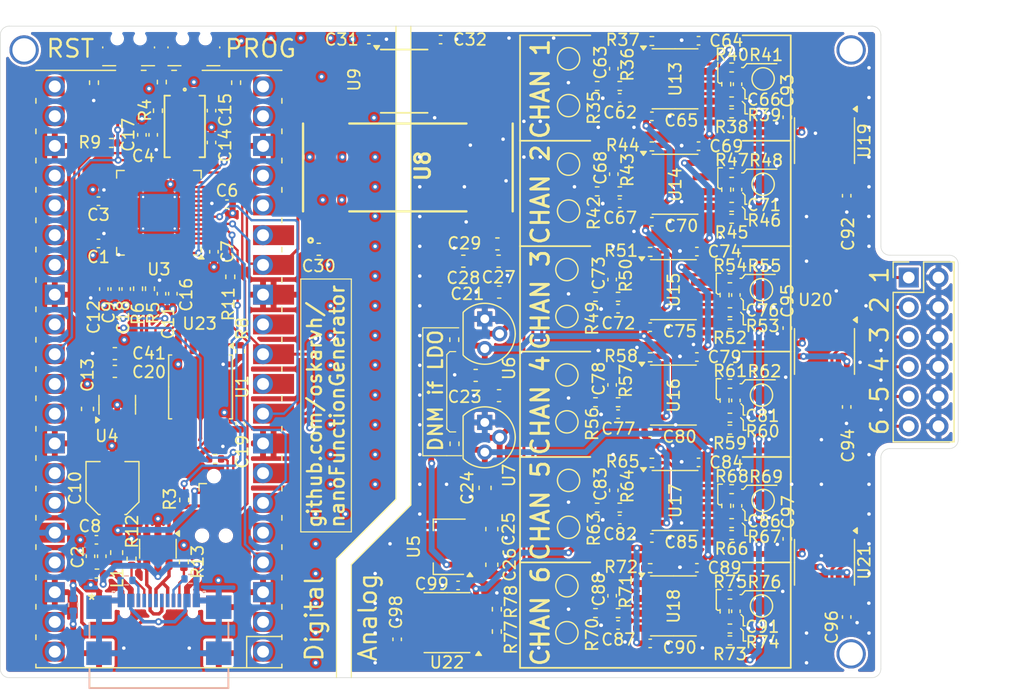
<source format=kicad_pcb>
(kicad_pcb (version 20240108) (generator "pcbnew") (generator_version "8.0")
  (layers (0 "F.Cu" signal) (1 "In1.Cu" signal) (2 "In2.Cu" signal) (31 "B.Cu" signal) (34 "B.Paste" user) (35 "F.Paste" user) (36 "B.SilkS" user "B.Silkscreen") (37 "F.SilkS" user "F.Silkscreen") (38 "B.Mask" user) (39 "F.Mask" user) (44 "Edge.Cuts" user))
  (net 0 "")
  (net 1 "GND")
  (net 2 "+3V3")
  (net 3 "/mcu/XIN")
  (net 4 "Net-(C15-Pad2)")
  (net 5 "Net-(U3-VREG_VOUT)")
  (net 6 "VBUS")
  (net 7 "Net-(J2-CC1)")
  (net 8 "Net-(J2-CC2)")
  (net 9 "Net-(J2-D+-PadA6)")
  (net 10 "Net-(J2-D--PadA7)")
  (net 13 "+5V")
  (net 14 "Net-(J3-~{RESET})")
  (net 15 "Net-(J3-SWCLK)")
  (net 16 "Net-(J3-SWO)")
  (net 17 "Net-(J3-SWDIO)")
  (net 18 "Net-(R1-Pad1)")
  (net 19 "/mcu/RSTn{slash}RUN")
  (net 20 "/mcu/UART0_RX")
  (net 21 "/mcu/XOUT")
  (net 22 "/mcu/USB_RP_P")
  (net 23 "/mcu/USB_RP_N")
  (net 24 "Net-(R7-Pad1)")
  (net 25 "/mcu/QSPI_CSn")
  (net 26 "/mcu/SWCLK")
  (net 27 "/mcu/SWD")
  (net 28 "/mcu/UART0_TX")
  (net 29 "/mcu/QSPI_SD1")
  (net 30 "/mcu/QSPI_SCLK")
  (net 31 "/mcu/QSPI_SD2")
  (net 32 "/mcu/QSPI_SD0")
  (net 33 "/mcu/QSPI_SD3")
  (net 39 "-15V")
  (net 41 "-12V")
  (net 45 "+15V")
  (net 47 "+12V")
  (net 58 "PWM_5A")
  (net 59 "PWM_0A")
  (net 60 "PWM_3A")
  (net 61 "PWM_6A")
  (net 62 "PWM_7A")
  (net 63 "PWM_4A")
  (net 64 "PWM_1A")
  (net 65 "PWM_2A")
  (net 67 "GNDA")
  (net 68 "+3.3VA")
  (net 69 "Net-(J4-Pin_11)")
  (net 70 "Net-(J4-Pin_5)")
  (net 71 "Net-(J4-Pin_7)")
  (net 72 "Net-(J4-Pin_3)")
  (net 73 "Net-(J4-Pin_1)")
  (net 74 "Net-(J4-Pin_9)")
  (net 75 "Net-(U13A-+)")
  (net 76 "Net-(C63-Pad1)")
  (net 77 "Net-(U13A--)")
  (net 78 "/AnalogFrontEnd/amplifier and filter2/Output")
  (net 79 "Net-(U14A-+)")
  (net 80 "Net-(U14A--)")
  (net 81 "Net-(C68-Pad1)")
  (net 82 "/AnalogFrontEnd/amplifier and filter3/Output")
  (net 83 "Net-(U15A-+)")
  (net 84 "Net-(U15A--)")
  (net 85 "Net-(C73-Pad1)")
  (net 86 "/AnalogFrontEnd/amplifier and filter4/Output")
  (net 87 "Net-(U16A-+)")
  (net 88 "Net-(U16A--)")
  (net 89 "Net-(C78-Pad1)")
  (net 90 "/AnalogFrontEnd/amplifier and filter5/Output")
  (net 91 "Net-(U17A-+)")
  (net 92 "Net-(C83-Pad1)")
  (net 93 "Net-(U17A--)")
  (net 94 "/AnalogFrontEnd/amplifier and filter6/Output")
  (net 95 "Net-(U18A-+)")
  (net 96 "Net-(U18A--)")
  (net 97 "Net-(C88-Pad1)")
  (net 98 "/AnalogFrontEnd/amplifier and filter7/Output")
  (net 99 "/AnalogFrontEnd/amplifier and filter2/Input")
  (net 100 "/AnalogFrontEnd/amplifier and filter3/Input")
  (net 101 "1V65")
  (net 102 "/AnalogFrontEnd/amplifier and filter4/Input")
  (net 103 "/AnalogFrontEnd/amplifier and filter5/Input")
  (net 104 "/AnalogFrontEnd/amplifier and filter6/Input")
  (net 105 "/AnalogFrontEnd/amplifier and filter7/Input")
  (net 106 "Net-(U13B--)")
  (net 107 "Net-(U13B-+)")
  (net 108 "Net-(R40-Pad2)")
  (net 109 "Net-(U14B--)")
  (net 110 "Net-(U14B-+)")
  (net 111 "Net-(R47-Pad2)")
  (net 112 "Net-(U15B--)")
  (net 113 "Net-(U15B-+)")
  (net 114 "Net-(R54-Pad2)")
  (net 115 "Net-(U16B--)")
  (net 116 "Net-(U16B-+)")
  (net 117 "Net-(R61-Pad2)")
  (net 118 "Net-(U17B--)")
  (net 119 "Net-(U17B-+)")
  (net 120 "Net-(R68-Pad2)")
  (net 121 "Net-(U18B--)")
  (net 122 "Net-(U18B-+)")
  (net 123 "Net-(R75-Pad2)")
  (net 124 "Net-(U22A-+)")
  (net 136 "/mcu/USB_P")
  (net 137 "/mcu/USB_N")
  (net 162 "Net-(J1-CC2)")
  (net 164 "Net-(J1-CC1)")
  (net 167 "Net-(U2-VBUS)")
  (net 168 "Net-(U23-VUSB)")
  (footprint "Package_SO:SOIC-8_3.9x4.9mm_P1.27mm" (layer "F.Cu") (at 163.895 91.4421)
    (property "Reference" "U16")
    (property "Value" "OPA2994IDR")
  )
  (footprint "Capacitor_SMD:C_0402_1005Metric" (layer "F.Cu") (at 118.5164 69.2271 90)
    (property "Reference" "C17")
    (property "Value" "100nF")
  )
  (footprint "Capacitor_SMD:C_0402_1005Metric" (layer "F.Cu") (at 158.6626 108.5785 90)
    (property "Reference" "C88")
    (property "Value" "100pF")
  )
  (footprint "Resistor_SMD:R_0402_1005Metric" (layer "F.Cu") (at 120.2176 64.7192 -90)
    (property "Reference" "R1" (hide yes))
    (property "Value" "1k")
  )
  (footprint "Capacitor_SMD:C_0402_1005Metric" (layer "F.Cu") (at 169.3715 100.8993 90)
    (property "Reference" "C86")
    (property "Value" "100pF")
  )
  (footprint "Resistor_SMD:R_0402_1005Metric" (layer "F.Cu") (at 168.721 111.3725)
    (property "Reference" "R74")
    (property "Value" "62k")
  )
  (footprint "TestPoint:TestPoint_Pad_D1.5mm" (layer "F.Cu") (at 154.8018 89.7281 90)
    (property "Reference" "TP17" (hide yes))
    (property "Value" "TestPoint")
  )
  (footprint "TestPoint:TestPoint_Pad_D1.5mm" (layer "F.Cu") (at 154.9443 102.7281)
    (property "Reference" "TP19" (hide yes))
    (property "Value" "TestPoint")
  )
  (footprint "Resistor_SMD:R_0402_1005Metric" (layer "F.Cu") (at 168.721 85.3885 180)
    (property "Reference" "R52")
    (property "Value" "10k")
  )
  (footprint "Capacitor_SMD:C_0402_1005Metric" (layer "F.Cu") (at 124.46 69.878 -90)
    (property "Reference" "C14")
    (property "Value" "27pF")
  )
  (footprint "Resistor_SMD:R_0402_1005Metric" (layer "F.Cu") (at 168.2638 109.8993 90)
    (property "Reference" "R75")
    (property "Value" "62k")
  )
  (footprint "Capacitor_SMD:C_0603_1608Metric" (layer "F.Cu") (at 148.3925 105.931 90)
    (property "Reference" "C26")
    (property "Value" "0.1uF 25V")
  )
  (footprint "Resistor_SMD:R_0402_1005Metric" (layer "F.Cu") (at 159.1726 83.0517)
    (property "Reference" "R50")
    (property "Value" "33k")
  )
  (footprint "Capacitor_SMD:C_0402_1005Metric" (layer "F.Cu") (at 117.1752 82.3843 -90)
    (property "Reference" "C18")
    (property "Value" "100nF")
  )
  (footprint "Resistor_SMD:R_0402_1005Metric" (layer "F.Cu") (at 162.0563 70.2163)
    (property "Reference" "R44")
    (property "Value" "10k")
  )
  (footprint "Capacitor_SMD:C_0402_1005Metric" (layer "F.Cu") (at 159.1706 84.0677)
    (property "Reference" "C72")
    (property "Value" "100pF")
  )
  (footprint "Package_TO_SOT_SMD:SOT-23-5" (layer "F.Cu") (at 116.412 92.2689 90)
    (property "Reference" "U4")
    (property "Value" "TLV77333PDBVR")
  )
  (footprint "Capacitor_SMD:C_0402_1005Metric" (layer "F.Cu") (at 173.6196 67.7221 90)
    (property "Reference" "C93")
    (property "Value" "100nF")
  )
  (footprint "Capacitor_SMD:C_0402_1005Metric" (layer "F.Cu") (at 158.6626 81.5785 90)
    (property "Reference" "C73")
    (property "Value" "100pF")
  )
  (footprint "Capacitor_SMD:C_0603_1608Metric" (layer "F.Cu") (at 116.2088 87.9001)
    (property "Reference" "C41")
    (property "Value" "10uF")
  )
  (footprint "Package_TO_SOT_SMD:SOT-23-6" (layer "F.Cu") (at 119.8805 104.5625 -90)
    (property "Reference" "U2" (hide yes))
    (property "Value" "USBLC6-2SC6")
  )
  (footprint "Capacitor_SMD:C_0402_1005Metric" (layer "F.Cu") (at 178.689 92.456 -90)
    (property "Reference" "C94")
    (property "Value" "100nF")
  )
  (footprint "Resistor_SMD:R_0402_1005Metric" (layer "F.Cu") (at 168.8635 66.3725)
    (property "Reference" "R39")
    (property "Value" "62k")
  )
  (footprint "Capacitor_SMD:C_0402_1005Metric" (layer "F.Cu") (at 159.3131 66.0677)
    (property "Reference" "C62")
    (property "Value" "100pF")
  )
  (footprint "Capacitor_SMD:C_0402_1005Metric" (layer "F.Cu") (at 124.46 67.1576 90)
    (property "Reference" "C15")
    (property "Value" "27pF")
  )
  (footprint "Capacitor_SMD:C_0402_1005Metric" (layer "F.Cu") (at 114.808 78.4981 180)
    (property "Reference" "C1")
    (property "Value" "100nF")
  )
  (footprint "Resistor_SMD:R_0402_1005Metric" (layer "F.Cu") (at 126.908 87.693986 90)
    (property "Reference" "R8")
    (property "Value" "10k")
  )
  (footprint "Capacitor_SMD:C_0402_1005Metric" (layer "F.Cu") (at 159.3131 75.0677)
    (property "Reference" "C67")
    (property "Value" "100pF")
  )
  (footprint "Capacitor_SMD:C_0402_1005Metric" (layer "F.Cu") (at 158.8051 99.5785 90)
    (property "Reference" "C83")
    (property "Value" "100pF")
  )
  (footprint "Capacitor_SMD:C_0603_1608Metric" (layer "F.Cu") (at 147.0152 89.7636 180)
    (property "Reference" "C22" (hide yes))
    (property "Value" "0.1uF 25V")
  )
  (footprint "Capacitor_SMD:C_0603_1608Metric" (layer "F.Cu") (at 148.971 80.0108)
    (property "Reference" "C27")
    (property "Value" "1uF 50V")
  )
  (footprint "Capacitor_SMD:C_0402_1005Metric" (layer "F.Cu") (at 159.1706 93.0677)
    (property "Reference" "C77")
    (property "Value" "100pF")
  )
  (footprint "Capacitor_SMD:C_0402_1005Metric" (layer "F.Cu") (at 161.9138 85.6425 180)
    (property "Reference" "C75")
    (property "Value" "100nF")
  )
  (footprint "Capacitor_SMD:C_0402_1005Metric" (layer "F.Cu") (at 137.894 61.086 180)
    (property "Reference" "C31")
    (property "Value" "100nF")
  )
  (footprint "Capacitor_SMD:C_0402_1005Metric" (layer "F.Cu") (at 158.8051 72.5785 90)
    (property "Reference" "C68")
    (property "Value" "100pF")
  )
  (footprint "TestPoint:TestPoint_Pad_D1.5mm" (layer "F.Cu") (at 171.4138 82.4441)
    (property "Reference" "TP15" (hide yes))
    (property "Value" "TestPoint")
  )
  (footprint "USB4110GFA_footprints:USB4110-GF-A_GCT" (layer "F.Cu") (at 119.968 112.3349)
    (property "Reference" "J2" (hide yes))
    (property "Value" "USB4110GFA")
  )
  (footprint "Package_SO:SOIC-8_3.9x4.9mm_P1.27mm" (layer "F.Cu") (at 144.563 110.871 180)
    (property "Reference" "U22")
    (property "Value" "OPA2202ID")
  )
  (footprint "Resistor_SMD:R_0402_1005Metric" (layer "F.Cu") (at 168.8635 67.3885 180)
    (property "Reference" "R38")
    (property "Value" "10k")
  )
  (footprint "Resistor_SMD:R_0402_1005Metric" (layer "F.Cu") (at 148.819 109.726 -90)
    (property "Reference" "R78")
    (property "Value" "100k")
  )
  (footprint "Package_SO:SOIC-8_3.9x4.9mm_P1.27mm" (layer "F.Cu") (at 163.895 82.4421)
    (property "Reference" "U15")
    (property "Value" "OPA2994IDR")
  )
  (footprint "TestPoint:TestPoint_Pad_D1.5mm" (layer "F.Cu") (at 154.9443 71.7281 90)
    (property "Reference" "TP11" (hide yes))
    (property "Value" "TestPoint")
  )
  (footprint "Resistor_SMD:R_0402_1005Metric" (layer "F.Cu") (at 157.2442 110.0517)
    (property "Reference" "R70")
    (property "Value" "33k")
  )
  (footprint "Capacitor_SMD:C_0603_1608Metric" (layer "F.Cu") (at 133.617 78.994 180)
    (property "Reference" "C30")
    (property "Value" "2.2uF 16V")
  )
  (footprint "Capacitor_SMD:C_0402_1005Metric" (layer "F.Cu") (at 158.8051 63.5785 90)
    (property "Reference" "C63")
    (property "Value" "100pF")
  )
  (footprint "TestPoint:TestPoint_Pad_D1.5mm" (layer "F.Cu") (at 154.8018 80.7281 90)
    (property "Reference" "TP14" (hide yes))
    (property "Value" "TestPoint")
  )
  (footprint "Package_SO:SOIC-8_5.23x5.23mm_P1.27mm" (layer "F.Cu") (at 123.524 90.7449 -90)
    (property "Reference" "U1")
    (property "Value" "W25Q32JVSS")
  )
  (footprint "Capacitor_SMD:C_0402_1005Metric" (layer "F.Cu") (at 173.6196 103.7221 90)
    (property "Reference" "C97")
    (property "Value" "100nF")
  )
  (footprint "Capacitor_SMD:C_0402_1005Metric" (layer "F.Cu") (at 125.7808 75.1453)
    (property "Reference" "C6")
    (property "Value" "100nF")
  )
  (footprint "Capacitor_SMD:C_0402_1005Metric" (layer "F.Cu") (at 162.0563 76.6425 180)
    (property "Reference" "C70")
    (property "Value" "100nF")
  )
  (footprint "Resistor_SMD:R_0402_1005Metric" (layer "F.Cu") (at 114.4264 64.77 90)
    (property "Reference" "R2" (hide yes))
    (property "Value" "10k")
  )
  (footprint "Package_SO:SOIC-8_3.9x4.9mm_P1.27mm" (layer "F.Cu") (at 163.895 109.4421)
    (property "Reference" "U18")
    (property "Value" "OPA2994IDR")
  )
  (footprint "TestPoint:TestPoint_Pad_D1.5mm" (layer "F.Cu") (at 171.4138 91.4441)
    (property "Reference" "TP18" (hide yes))
    (property "Value" "TestPoint")
  )
  (footprint "Capacitor_SMD:C_0402_1005Metric" (layer "F.Cu") (at 178.689 74.422 -90)
    (property "Reference" "C92")
    (property "Value" "100nF")
  )
  (footprint "Resistor_SMD:R_0402_1005Metric" (layer "F.Cu") (at 122.127 100.3989 90)
    (property "Reference" "R3")
    (property "Value" "100")
  )
  (footprint "Capacitor_SMD:C_0402_1005Metric" (layer "F.Cu") (at 159.3131 102.0677)
    (property "Reference" "C82")
    (property "Value" "100pF")
  )
  (footprint "Capacitor_SMD:C_0402_1005Metric" (layer "F.Cu") (at 121.158 82.7907 -90)
    (property "Reference" "C16")
    (property "Value" "1uF")
  )
  (footprint "TestPoint:TestPoint_Pad_D1.5mm" (layer "F.Cu") (at 154.9443 75.7281)
    (property "Reference" "TP10" (hide yes))
    (property "Value" "TestPoint")
  )
  (footprint "Resistor_SMD:R_0402_1005Metric" (layer "F.Cu") (at 168.721 112.3885 180)
    (property "Reference" "R73")
    (property "Value" "10k")
  )
  (footprint "Capacitor_SMD:C_0402_1005Metric" (layer "F.Cu") (at 114.634 103.8005 180)
    (property "Reference" "C8")
    (property "Value" "100nF")
  )
  (footprint "Resistor_SMD:R_0402_1005Metric" (layer "F.Cu") (at 168.721 94.3885 180)
    (property "Reference" "R59")
    (property "Value" "10k")
  )
  (footprint "Package_TO_SOT_THT:TO-92" (layer "F.Cu") (at 147.7896 84.9384 -90)
    (property "Reference" "U6")
    (property "Value" "di79l12zab")
  )
  (footprint "445I23D12M00000_footprint:445I23D12M00000_CTS-L" (layer "F.Cu") (at 122.174 68.5064 -90)
    (property "Reference" "Y1" (hide yes))
    (property "Value" "445I23D12M00000")
  )
  (footprint "TestPoint:TestPoint_Pad_D1.5mm" (layer "F.Cu") (at 154.8018 84.7281)
    (property "Reference" "TP13" (hide yes))
    (property "Value" "TestPoint")
  )
  (footprint "Capacitor_SMD:C_0603_1608Metric" (layer "F.Cu") (at 148.3925 102.883 -90)
    (property "Reference" "C25")
    (property "Value" "0.33uF 25V")
  )
  (footprint "Capacitor_SMD:C_0402_1005Metric" (layer "F.Cu") (at 166.0415 61.1909 180)
    (property "Reference" "C64")
    (property "Value" "100nF")
  )
  (footprint "Resistor_SMD:R_0402_1005Metric" (layer "F.Cu") (at 157.3867 65.0517)
    (property "Reference" "R35")
    (property "Value" "33k")
  )
  (footprint "Resistor_SMD:R_0402_1005Metric" (layer "F.Cu") (at 168.4063 100.8993 90)
    (property "Reference" "R68")
    (property "Value" "62k")
  )
  (footprint "Resistor_SMD:R_0402_1005Metric" (layer "F.Cu") (at 159.1726 110.0517)
    (property "Reference" "R71")
    (property "Value" "33k")
  )
  (footprint "Resistor_SMD:R_0402_1005Metric" (layer "F.Cu") (at 161.9138 79.2163)
    (property "Reference" "R51")
    (property "Value" "10k")
  )
  (footprint "TestPoint:TestPoint_Pad_D1.5mm" (layer "F.Cu") (at 154.9443 66.7281)
    (property "Reference" "TP7" (hide yes))
    (property "Value" "TestPoint")
  )
  (footprint "Capacitor_SMD:C_0402_1005Metric" (layer "F.Cu") (at 173.6196 85.7221 90)
    (property "Reference" "C95")
    (property "Value" "100nF")
  )
  (footprint "TestPoint:TestPoint_Pad_D1.5mm" (layer "F.Cu") (at 154.9443 98.7281 90)
    (property "Reference" "TP20" (hide yes))
    (property "Value" "TestPoint")
  )
  (footprint "Connector:Tag-Connect_TC2030-IDC-NL_2x03_P1.27mm_Vertical" (layer "F.Cu") (at 124.667 100.9049 -90)
    (property "Reference" "J3" (hide yes))
    (property "Value" "Conn_ARM_SWD_TagConnect_TC2030-NL")
  )
  (footprint "Resistor_SMD:R_0402_1005Metric" (layer "F.Cu") (at 119.206 82.3609 -90)
    (property "Reference" "R5")
    (property "Value" "27R")
  )
  (footprint "TestPoint:TestPoint_Pad_D1.5mm" (layer "F.Cu") (at 154.8018 111.7281)
    (property "Reference" "TP22" (hide yes))
    (property "Value" "TestPoint")
  )
  (footprint "Resistor_SMD:R_0402_1005Metric" (layer "F.Cu") (at 168.8635 99.4769)
    (property "Reference" "R69")
    (property "Value" "33k")
  )
  (footprint "TestPoint:TestPoint_Pad_D1.5mm" (layer "F.Cu") (at 171.5563 100.4441)
    (property "Reference" "TP21" (hide yes))
    (property "Value" "TestPoint")
  )
  (footprint "Resistor_SMD:R_0402_1005Metric" (layer "F.Cu") (at 161.9138 106.2163)
    (property "Reference" "R72")
    (property "Value" "10k")
  )
  (footprint "Capacitor_SMD:C_0402_1005Metric" (layer "F.Cu") (at 165.899 88.1909 180)
    (property "Reference" "C79")
    (property "Value" "100nF")
  )
  (footprint "Resistor_SMD:R_0402_1005Metric" (layer "F.Cu") (at 126.064 81.3469 90)
    (property "Reference" "R11")
    (property "Value" "100")
  )
  (footprint "Capacitor_SMD:C_Elec_4x5.4" (layer "F.Cu") (at 116.0056 99.3809 90)
    (property "Reference" "C10")
    (property "Value" "4.7uF")
  )
  (footprint "Resistor_SMD:R_0402_1005Metric" (layer "F.Cu") (at 157.2442 92.0517)
    (property "Reference" "R56")
    (property "Value" "33k")
  )
  (footprint "Resistor_SMD:R_0402_1005Metric" (layer "F.Cu") (at 162.0563 97.2163)
    (property "Reference" "R65")
    (property "Value" "10k")
  )
  (footprint "TestPoint:TestPoint_Pad_D1.5mm" (layer "F.Cu") (at 154.9443 62.7281 90)
    (property "Reference" "TP8" (hide yes))
    (property "Value" "TestPoint")
  )
  (footprint "Capacitor_SMD:C_0402_1005Metric" (layer "F.Cu") (at 126.908 93.891586 90)
    (property "Reference" "C19")
    (property "Value" "100nF")
  )
  (footprint "Capacitor_SMD:C_0603_1608Metric" (layer "F.Cu") (at 149.0218 82.6524 180)
    (property "Reference" "C21")
    (property "Value" "0.33uF 25V")
  )
  (footprint "Capacitor_SMD:C_0402_1005Metric" (layer "F.Cu") (at 166.0415 70.1909 180)
    (property "Reference" "C69")
    (property "Value" "100nF")
  )
  (footprint "Inductor_SMD:L_0603_1608Metric" (layer "F.Cu") (at 116.3612 104.8926 -90)
    (property "Reference" "L1")
    (property "Value" "BLM03PX330SN1D")
  )
  (footprint "Package_SO:SOIC-8_3.9x4.9mm_P1.27mm" (layer "F.Cu") (at 176.7946 69.7201 -90)
    (property "Reference" "U19")
    (property "Value" "OPA2202ID")
  )
  (footprint "Capacitor_SMD:C_0402_1005Metric" (layer "F.Cu") (at 144.018 61.086)
    (property "Reference" "C32")
    (property "Value" "100nF")
  )
  (footprint "MCU_RaspberryPi_and_Boards:RPi_Pico_SMD_TH" (layer "F.Cu") (at 119.968 89.2209 180)
    (property "Reference" "U23")
    (property "Value" "Pico")
  )
  (footprint "Resistor_SMD:R_0402_1005Metric" (layer "F.Cu") (at 168.4063 73.8993 90)
    (property "Reference" "R47")
    (property "Value" "62k")
  )
  (footprint "Resistor_SMD:R_0402_1005Metric" (layer "F.Cu") (at 124.7686 96.8917 180)
    (property "Reference" "R10" (hide yes))
    (property "Value" "100")
  )
  (footprint "Resistor_SMD:R_0402_1005Metric" (layer "F.Cu") (at 145.2068 95.6028 90)
    (property "Reference" "R19" (hide yes))
    (property "Value" "DNM")
  )
  (footprint "Capacitor_SMD:C_0603_1608Metric" (layer "F.Cu") (at 116.2088 89.4241)
    (property "Reference" "C20")
    (property "Value" "1uF")
  )
  (footprint "Resistor_SMD:R_0402_1005Metric" (layer "F.Cu") (at 168.721 108.4769)
    (property "Reference" "R76")
    (property "Value" "33k")
  )
  (footprint "Resistor_SMD:R_0402_1005Metric" (layer "F.Cu") (at 168.2638 82.8993 90)
    (property "Reference" "R54")
    (property "Value" "62k")
  )
  (footprint "Resistor_SMD:R_0402_1005Metric" (layer "F.Cu") (at 157.3867 74.0517)
    (property "Reference" "R42")
    (property "Value" "33k")
  )
  (footprint "Resistor_SMD:R_0402_1005Metric" (layer "F.Cu") (at 168.8635 72.4769)
    (property "Reference" "R48")
    (property "Value" "33k")
  )
  (footprint "Capacitor_SMD:C_0402_1005Metric" (layer "F.Cu") (at 115.2652 82.3901 -90)
    (property "Reference" "C12")
    (property "Value" "1uF")
  )
  (footprint "Resistor_SMD:R_0402_1005Metric" (layer "F.Cu") (at 159.3151 74.0517)
    (property "Reference" "R43")
    (property "Value" "33k")
  )
  (footprint "Capacitor_SMD:C_0402_1005Metric" (layer "F.Cu") (at 166.0415 97.1909 180)
    (property "Reference" "C84")
    (property "Value" "100nF")
  )
  (footprint "Resistor_SMD:R_0402_1005Metric" (layer "F.Cu") (at 161.9138 88.2163)
    (property "Reference" "R58")
    (property "Value" "10k")
  )
  (footprint "Capacitor_SMD:C_0402_1005Metric" (layer "F.Cu") (at 124.6632 79.2093 -90)
    (property "Reference" "C7")
    (property "Value" "100nF")
  )
  (footprint "Capacitor_SMD:C_0402_1005Metric" (layer "F.Cu") (at 114.808 74.8913 180)
    (property "Reference" "C3")
    (property "Value" "100nF")
  )
  (footprint "Button_Switch_SMD:SW_SPST_CK_KMS2xxGP" (layer "F.Cu") (at 122.954 61.76 180)
    (property "Reference" "SW1" (hide yes))
    (property "Value" "CK_KMS231GP")
  )
  (footprint "Resistor_SMD:R_0402_1005Metric" (layer "F.Cu") (at 118.19 82.3609 -90)
    (property "Reference" "R6")
    (property "Value" "27R")
  )
  (footprint "Capacitor_SMD:C_0402_1005Metric" (layer "F.Cu") (at 161.9138 112.6425 180)
    (property "Reference" "C90")
    (property "Value" "100nF")
  )
  (footprint "Resistor_SMD:R_0402_1005Metric" (layer "F.Cu") (at 148.819 111.631 -90)
    (property "Reference" "R77")
    (property "Value" "100k")
  )
  (footprint "Package_SO:SOIC-8_3.9x4.9mm_P1.27mm" (layer "F.Cu") (at 164.0375 64.4421)
    (property "Reference" "U13")
    (property "Value" "OPA2994IDR")
  )
  (footprint "Capacitor_SMD:C_0402_1005Metric" (layer "F.Cu") (at 162.0563 67.6425 180)
    (property "Reference" "C65")
    (property "Value" "100nF")
  )
  (footprint "Resistor_SMD:R_0402_1005Metric" (layer "F.Cu") (at 168.8635 75.3725)
    (property "Reference" "R46")
    (property "Value" "62k")
  )
  (footprint "Package_TO_SOT_SMD:SOT-89-3" (layer "F.Cu") (at 144.752 104.394 180)
    (property "Reference" "U5")
    (property "Value" "L78L33_SOT89")
  )
  (footprint "TestPoint:TestPoint_Pad_D1.5mm" (layer "F.Cu") (at 171.5563 73.4441)
    (property "Reference" "TP12" (hide yes))
    (property "Value" "TestPoint")
  )
  (footprint "Resistor_SMD:R_0402_1005Metric" (layer "F.Cu") (at 162.0563 61.2163)
    (property "Reference" "R37")
    (property "Value" "10k")
  )
  (footprint "Capacitor_SMD:C_0402_1005Metric" (layer "F.Cu") (at 115.0912 105.2001 90)
    (property "Reference" "C5" (hide yes))
    (property "Value" "10nF")
  )
  (footprint "Resistor_SMD:R_0402_1005Metric" (layer "F.Cu") (at 119.888 67.1621 -90)
    (property "Reference" "R4")
    (property "Value" "1k")
  )
  (footprint "Package_SO:SSOP-16_3.9x4.9mm_P0.635mm" (layer "F.Cu") (at 140.91 64.642)
    (property "Reference" "U9")
    (property "Value" "ISO7760FDBQ")
  )
  (footprint "Capacitor_SMD:C_0402_1005Metric" (layer "F.Cu") (at 169.3715 64.8993 90)
    (property "Reference" "C66")
    (property "Value" "100pF")
  )
  (footprint "Capacitor_SMD:C_0402_1005Metric" (layer "F.Cu") (at 169.229 91.8993 90)
    (property "Reference" "C81")
    (property "Value" "100pF")
  )
  (footprint "Resistor_SMD:R_0402_1005Metric" (layer "F.Cu") (at 145.1864 86.7136 90)
    (property "Reference" "R20" (hide yes))
    (property "Value" "DNM")
  )
  (footprint "Capacitor_SMD:C_0603_1608Metric" (layer "F.Cu") (at 147.8144 99.3656 -90)
    (property "Reference" "C24")
    (property "Value" "0.1uF 25V")
  )
  (footprint "Resistor_SMD:R_0402_1005Metric" (layer "F.Cu") (at 117.6312 105.4261 90)
    (property "Reference" "R12")
    (property "Value" "5.1k")
  )
  (footprint "Resistor_SMD:R_0402_1005Metric" (layer "F.Cu") (at 168.8635 76.3885 180)
    (property "Reference" "R45")
    (property "Value" "10k")
  )
  (footprint "Package_DFN_QFN:QFN-56-1EP_7x7mm_P0.4mm_EP3.2x3.2mm_ThermalVias" (layer "F.Cu") (at 119.968 75.8781 180)
    (property "Reference" "U3")
    (property "Value" "RP2040")
  )
  (footprint "Capacitor_SMD:C_0603_1608Metric" (layer "F.Cu") (at 113.872 92.6245 90)
    (property "Reference" "C13")
    (property "Value" "1uF")
  )
  (footprint "Capacitor_SMD:C_0402_1005Metric" (layer "F.Cu") (at 162.0563 103.6425 180)
    (property "Reference" "C85")
    (property "Value" "100nF")
  )
  (footprint "Resistor_SMD:R_0402_1005Metric" (layer "F.Cu") (at 115.904 69.9169)
    (property "Reference" "R9")
    (property "Value" "100")
  )
  (footprint "Resistor_SMD:R_0402_1005Metric" (layer "F.Cu") (at 159.1726 92.0517)
    (property "Reference" "R57")
    (property "Value" "33k")
  )
  (footprint "Capacitor_SMD:C_0402_1005Metric" (layer "F.Cu") (at 169.3715 73.8993 90)
    (property "Reference" "C71")
    (property "Value" "100pF")
  )
  (footprint "Capacitor_SMD:C_0402_1005Metric" (layer "F.Cu") (at 116.2304 82.3901 -90)
    (property "Reference" "C9")
    (property "Value" "100nF")
  )
  (footprint "TestPoint:TestPoint_Pad_D1.5mm" (layer "F.Cu") (at 154.8018 93.7281)
    (property "Reference" "TP16" (hide yes))
    (property "Value" "TestPoint")
  )
  (footprint "Capacitor_SMD:C_0603_1608Metric" (layer "F.Cu") (at 149.0088 91.4916 180)
    (property "Reference" "C23")
    (property "Value" "0.33uF 25V")
  )
  (footprint "Resistor_SMD:R_0402_1005Metric" (layer "F.Cu") (at 168.721 84.3725)
    (property "Reference" "R53")
    (property "Value" "62k")
  )
  (footprint "Resistor_SMD:R_0402_1005Metric" (layer "F.Cu") (at 168.8635 63.4769)
    (property "Reference" "R41")
    (property "Value" "33k")
  )
  (footprint "Capacitor_SMD:C_0402_1005Metric" (layer "F.Cu") (at 114.126 105.2001 90)
    (property "Reference" "C2")
    (property "Value" "100nF")
  )
  (footprint "Capacitor_SMD:C_0603_1608Metric" (layer "F.Cu") (at 145.9608 80.0108 180)
    (property "Reference" "C28")
    (property "Value" "1uF 50V")
  )
  (footprint "Capacitor_SMD:C_0402_1005Metric" (layer "F.Cu") (at 120.1928 82.7907 -90)
    (property "Reference" "C11")
    (property "Value" "100nF")
  )
  (footprint "Package_SO:SOIC-8_3.9x4.9mm_P1.27mm" (layer "F.Cu") (at 176.7946 87.7201 -90)
    (property "Reference" "U20")
    (property "Value" "OPA2202ID")
  )
  (footprint "Capacitor_SMD:C_0402_1005Metric" (layer "F.Cu") (at 165.899 79.1909 180)
    (property "Reference" "C74")
    (property "Value" "100nF")
  )
  (footprint "Resistor_SMD:R_0402_1005Metric" (layer "F.Cu") (at 126.5608 64.77 -90)
    (property "Reference" "R7" (hide yes))
    (property "Value" "1k")
  )
  (footprint "DCP020515DU:DVB0012A" (layer "F.Cu") (at 141.224 72.008 90)
    (property "Reference" "U8")
    (property "Value" "DCP020515DU" (hide yes))
  )
  (footprint "Capacitor_SMD:C_0402_1005Metric" (layer "F.Cu") (at 178.689 110.391 -90)
    (property "Reference" "C96")
    (property "Value" "100nF")
  )
  (footprint "Resistor_SMD:R_0402_1005Metric" (layer "F.Cu") (at 114.681 106.68 180)
    (property "Reference" "R16" (hide yes))
    (property "Value" "0R")
  )
  (footprint "Resistor_SMD:R_0402_1005Metric" (layer "F.Cu") (at 159.3151 101.0517)
    (property "Reference" "R64")
    (property "Value" "33k")
  )
  (footprint "Resistor_SMD:R_0402_1005Metric" (layer "F.Cu") (at 168.4063 64.8993 90)
    (property "Reference" "R40")
    (property "Value" "62k")
  )
  (footprint "Capacitor_SMD:C_0402_1005Metric" (layer "F.Cu") (at 169.229 82.8993 90)
    (property "Reference" "C76")
    (property "Value" "100pF")
  )
  (footprint "Package_SO:SOIC-8_3.9x4.9mm_P1.27mm" (layer "F.Cu") (at 164.0375 73.4421)
    (property "Reference" "U14")
    (property "Value" "OPA2994IDR")
  )
  (footprint "Resistor_SMD:R_0402_1005Metric" (layer "F.Cu") (at 157.2442 83.0517)
    (property "Reference" "R49")
    (property "Value" "33k")
  )
  (footprint "Capacitor_SMD:C_0402_1005Metric" (layer "F.Cu") (at 158.6626 90.5785 90)
    (property "Reference" "C78")
    (property "Value" "100pF")
  )
  (footprint "Capacitor_SMD:C_0603_1608Metric" (layer "F.Cu") (at 148.8694 78.5376)
    (property "Reference" "C29")
    (property "Value" "1uF 50V")
  )
  (footprint "Resistor_SMD:R_0402_1005Metric" (layer "F.Cu") (at 168.721 81.4769)
    (property "Reference" "R55")
    (property "Value" "33k")
  )
  (footprint "Resistor_SMD:R_0402_1005Metric" (layer "F.Cu") (at 168.721 90.4769)
    (property "Reference" "R62")
    (property "Value" "33k")
  )
  (footprint "Package_TO_SOT_THT:TO-92" (layer "F.Cu") (at 147.7896 93.7776 -90)
    (property "Reference" "U7")
    (property "Value" "di78l12zab")
  )
  (footprint "Capacitor_SMD:C_0402_1005Metric" (layer "F.Cu") (at 165.899 106.1909 180)
    (property "Reference" "C89")
    (property "Value" "100nF")
  )
  (footprint "Package_SO:SOIC-8_3.9x4.9mm_P1.27mm" (layer "F.Cu") (at 176.7946 105.7201 -90)
    (property "Reference" "U21")
    (property "Value" "OPA2202ID")
  )
  (footprint "Capacitor_SMD:C_0402_1005Metric" (layer "F.Cu") (at 159.1706 111.0677)
    (property "Reference" "C87")
    (property "Value" "100pF")
  )
  (footprint "Capacitor_SMD:C_0402_1005Metric" (layer "F.Cu") (at 119.4816 69.2271 90)
    (property "Reference" "C4")
    (property "Value" "100nF")
  )
  (footprint "TestPoint:TestPoint_Pad_D1.5mm" (layer "F.Cu") (at 154.8018 107.7281 90)
    (property "Reference" "TP23" (hide yes))
    (property "Value" "TestPoint")
  )
  (footprint "Resistor_SMD:R_0402_1005Metric" (layer "F.Cu") (at 168.8635 102.3725)
    (property "Reference" "R67")
    (property "Value" "62k")
  )
  (footprint "TestPoint:TestPoint_Pad_D1.5mm" (layer "F.Cu") (at 171.5563 64.4441)
    (property "Reference" "TP9" (hide yes))
    (property "Value" "TestPoint")
  )
  (footprint "Connector_PinHeader_2.54mm:PinHeader_2x06_P2.54mm_Vertical" (layer "F.Cu") (at 183.986815 81.407)
    (property "Reference" "J4" (hide yes))
    (property "Value" "Conn_02x06_Odd_Even")
  )
  (footprint "Button_Switch_SMD:SW_SPST_CK_KMS2xxGP" (layer "F.Cu") (at 117.3826 61.76 180)
    (property "Reference" "SW2" (hide yes))
    (property "Value" "CK_KMS231GP")
  )
  (footprint "Capacitor_SMD:C_0402_1005Metric" (layer "F.Cu") (at 169.229 109.8993 90)
    (property "Reference" "C91")
    (property "Value" "100pF")
  )
  (footprint "Capacitor_SMD:C_0402_1005Metric" (layer "F.Cu") (at 140.31 112.296 90)
    (property "Reference" "C98")
    (property "Value" "100nF")
  )
  (footprint "Resistor_SMD:R_0402_1005Metric" (layer "F.Cu") (at 122.1016 105.6801 90)
    (property "Reference" "R13")
    (property "Value" "5.1k")
  )
  (footprint "TestPoint:TestPoint_Pad_D1.5mm" (layer "F.Cu") (at 171.4138 109.4441)
    (property "Reference" "TP24" (hide yes))
    (property "Value" "TestPoint")
  )
  (footprint "Resistor_SMD:R_0402_1005Metric" (layer "F.Cu") (at 168.8635 103.3885 180)
    (property "Reference" "R66")
    (property "Value" "10k")
  )
  (footprint "Resistor_SMD:R_0402_1005Metric" (layer "F.Cu") (at 168.2638 91.8993 90)
    (property "Reference" "R61")
    (property "Value" "62k")
  )
  (footprint "Capacitor_SMD:C_0402_1005Metric" (layer "F.Cu") (at 145.514 107.696)
    (property "Reference" "C99")
    (property "Value" "100nF")
  )
  (footprint "Resistor_SMD:R_0402_1005Metric" (layer "F.Cu") (at 168.721 93.3725)
    (property "Reference" "R60")
    (property "Value" "62k")
  )
  (footprint "Capacitor_SMD:C_0402_1005Metric" (layer "F.Cu") (at 161.9138 94.6425 180)
    (property "Reference" "C80")
    (property "Value" "100nF")
  )
  (footprint "Resistor_SMD:R_0402_1005Metric" (layer "F.Cu") (at 157.3867 101.0517)
    (property "Reference" "R63")
    (property "Value" "33k")
  )
  (footprint "Resistor_SMD:R_0402_1005Metric" (layer "F.Cu") (at 159.3151 65.0517)
    (property "Reference" "R36")
    (property "Value" "33k")
  )
  (footprint "Package_SO:SOIC-8_3.9x4.9mm_P1.27mm" (layer "F.Cu") (at 164.0375 100.4421)
    (property "Reference" "U17")
    (property "Value" "OPA2994IDR")
  )
  (footprint "Resistor_SMD:R_0402_1005Metric" (layer "B.Cu") (at 117.2002 107.2642 180)
    (property "Reference" "R15" (hide yes))
    (property "Value" "5.1k")
  )
  (footprint "USB4110GFA_footprints:USB4110-GF-A_GCT_no_hole" (layer "B.Cu") (at 119.9642 112.345 180)
    (property "Reference" "J1" (hide yes))
    (property "Value" "USB4110GFA")
  )
  (footprint "Resistor_SMD:R_0402_1005Metric" (layer "B.Cu") (at 112.649 109.349 90)
    (property "Reference" "R17" (hide yes))
    (property "Value" "0R")
  )
  (footprint "Resistor_SMD:R_0402_1005Metric" (layer "B.Cu") (at 122.6612 107.1372)
    (property "Reference" "R14" (hide yes))
    (property "Value" "5.1k")
  )
  (gr_line (start 169.8132 108.4007) (end 169.737 108.4769) (stroke (width 0.1)) (layer "F.SilkS"))
  (gr_line (start 167.6951 73.2389) (end 167.6951 73.7215) (stroke (width 0.1)) (layer "F.SilkS"))
  (gr_line (start 170.0164 93.1439) (end 169.864 93.1439) (stroke (width 0.1)) (layer "F.SilkS"))
  (gr_line (start 170.0065 101.3819) (end 169.8033 101.1787) (stroke (width 0.1)) (layer "F.SilkS"))
  (gr_line (start 169.864 83.3819) (end 169.6608 83.1787) (stroke (width 0.1)) (layer "F.SilkS"))
  (gr_line (start 132.08 103.124) (end 132.08 81.534) (stroke (width 0.1)) (layer "F.SilkS"))
  (gr_line (start 167.5526 81.0451) (end 167.5526 82.2389) (stroke (width 0.1)) (layer "F.SilkS"))
  (gr_line (start 167.8221 100.8231) (end 167.9999 100.8231) (stroke (width 0.1)) (layer "F.SilkS"))
  (gr_line (start 169.737 81.4769) (end 169.5846 81.4769) (stroke (width 0.1)) (layer "F.SilkS"))
  (gr_line (start 169.8132 81.4007) (end 169.737 81.4769) (stroke (width 0.1)) (layer "F.SilkS"))
  (gr_line (start 167.5526 82.7215) (end 167.6796 82.8231) (stroke (width 0.1)) (layer "F.SilkS"))
  (gr_line (start 170.0065 75.6011) (end 169.7779 75.3725) (stroke (width 0.1)) (layer "F.SilkS"))
  (gr_line (start 169.737 81.4769) (end 169.5846 81.4769) (stroke (width 0.1)) (layer "F.SilkS"))
  (gr_line (start 156.8018 105.7281) (end 150.8018 105.7281) (stroke (width 0.15)) (layer "F.SilkS"))
  (gr_line (start 170.0065 76.4393) (end 170.0065 75.6011) (stroke (width 0.1)) (layer "F.SilkS"))
  (gr_line (start 169.864 110.3819) (end 169.6608 110.1787) (stroke (width 0.1)) (layer "F.SilkS"))
  (gr_line (start 167.5526 108.0451) (end 167.5526 109.2389) (stroke (width 0.1)) (layer "F.SilkS"))
  (gr_line (start 170.0065 101.3819) (end 169.8033 101.1787) (stroke (width 0.1)) (layer "F.SilkS"))
  (gr_line (start 169.864 84.6011) (end 169.6354 84.3725) (stroke (width 0.1)) (layer "F.SilkS"))
  (gr_line (start 140.208 100.33) (end 137.668 102.87) (stroke (width 0.1)) (layer "F.SilkS"))
  (gr_line (start 167.6796 82.8231) (end 167.8574 82.8231) (stroke (width 0.1)) (layer "F.SilkS"))
  (gr_line (start 169.8018 105.7281) (end 173.9138 105.7281) (stroke (width 0.15)) (layer "F.SilkS"))
  (gr_line (start 170.1589 66.1439) (end 170.0065 66.1439) (stroke (width 0.1)) (layer "F.SilkS"))
  (gr_line (start 169.9557 63.4007) (end 169.8795 63.4769) (stroke (width 0.1)) (layer "F.SilkS"))
  (gr_line (start 172.5818 108.1467) (end 170.4228 108.1467) (stroke (width 0.1)) (layer "F.SilkS"))
  (gr_line (start 167.5526 82.2389) (end 167.5526 82.7215) (stroke (width 0.1)) (layer "F.SilkS"))
  (gr_line (start 135.128 105.41) (end 135.128 115.57) (stroke (width 0.1)) (layer "F.SilkS"))
  (gr_line (start 169.8132 90.4007) (end 169.737 90.4769) (stroke (width 0.1)) (layer "F.SilkS"))
  (gr_line (start 169.8132 81.4007) (end 169.737 81.4769) (stroke (width 0.1)) (layer "F.SilkS"))
  (gr_line (start 169.864 93.6011) (end 169.6354 93.3725) (stroke (width 0.1)) (layer "F.SilkS"))
  (gr_line (start 167.6951 73.2389) (end 167.6951 73.7215) (stroke (width 0.1)) (layer "F.SilkS"))
  (gr_line (start 170.0065 67.4393) (end 170.0065 66.6011) (stroke (width 0.1)) (layer "F.SilkS"))
  (gr_line (start 169.9557 72.4007) (end 169.8795 72.4769) (stroke (width 0.1)) (layer "F.SilkS"))
  (gr_line (start 170.0065 102.6011) (end 169.7779 102.3725) (stroke (width 0.1)) (layer "F.SilkS"))
  (gr_line (start 169.8795 72.4769) (end 169.7271 72.4769) (stroke (width 0.1)) (layer "F.SilkS"))
  (gr_line (start 169.864 84.1439) (end 169.864 83.3819) (stroke (width 0.1)) (layer "F.SilkS"))
  (gr_line (start 170.4228 90.1467) (end 170.0164 90.1467) (stroke (width 0.1)) (layer "F.SilkS"))
  (gr_line (start 167.5526 82.2389) (end 167.5526 82.7215) (stroke (width 0.1)) (layer "F.SilkS"))
  (gr_line (start 170.1589 99.1467) (end 169.9557 99.4007) (stroke (width 0.1)) (layer "F.SilkS"))
  (gr_line (start 172.5818 81.1467) (end 170.4228 81.1467) (stroke (width 0.1)) (layer "F.SilkS"))
  (gr_line (start 167.8221 64.8231) (end 167.9999 64.8231) (stroke (width 0.1)) (layer "F.SilkS"))
  (gr_line (start 167.5526 90.0451) (end 167.5526 91.2389) (stroke (width 0.1)) (layer "F.SilkS"))
  (gr_line (start 169.864 111.1439) (end 169.864 110.3819) (stroke (width 0.1)) (layer "F.SilkS"))
  (gr_line (start 169.9557 63.4007) (end 169.8795 63.4769) (stroke (width 0.1)) (layer "F.SilkS"))
  (gr_line (start 170.0164 111.1439) (end 169.864 111.1439) (stroke (width 0.1)) (layer "F.SilkS"))
  (gr_line (start 167.5526 91.7215) (end 167.6796 91.8231) (stroke (width 0.1)) (layer "F.SilkS"))
  (gr_line (start 169.8132 90.4007) (end 169.737 90.4769) (stroke (width 0.1)) (layer "F.SilkS"))
  (gr_line (start 156.8018 60.7281) (end 150.8018 60.7281) (stroke (width 0.15)) (layer "F.SilkS"))
  (gr_line (start 167.5526 82.2389) (end 167.5526 82.7215) (stroke (width 0.1)) (layer "F.SilkS"))
  (gr_line (start 168.0761 99.0451) (end 167.6951 99.0451) (stroke (width 0.1)) (layer "F.SilkS"))
  (gr_line (start 167.6951 100.7215) (end 167.8221 100.8231) (stroke (width 0.1)) (layer "F.SilkS"))
  (gr_line (start 167.6951 64.7215) (end 167.8221 64.8231) (stroke (width 0.1)) (layer "F.SilkS"))
  (gr_line (start 167.6951 64.7215) (end 167.8221 64.8231) (stroke (width 0.1)) (layer "F.SilkS"))
  (gr_line (start 170.1589 66.1439) (end 170.0065 66.1439) (stroke (width 0.1)) (layer "F.SilkS"))
  (gr_line (start 132.08 81.534) (end 136.398 81.534) (stroke (width 0.1)) (layer "F.SilkS"))
  (gr_line (start 169.8795 99.4769) (end 169.7271 99.4769) (stroke (width 0.1)) (layer "F.SilkS"))
  (gr_line (start 169.864 94.4393) (end 169.864 93.6011) (stroke (width 0.1)) (layer "F.SilkS"))
  (gr_line (start 167.5526 91.2389) (end 167.5526 91.7215) (stroke (width 0.1)) (layer "F.SilkS"))
  (gr_line (start 169.864 111.1439) (end 169.864 110.3819) (stroke (width 0.1)) (layer "F.SilkS"))
  (gr_line (start 170.0164 84.1439) (end 169.864 84.1439) (stroke (width 0.1)) (layer "F.SilkS"))
  (gr_line (start 142.515 85.6968) (end 145.563 85.6968) (stroke (width 0.1)) (layer "F.SilkS"))
  (gr_line (start 167.9336 90.0451) (end 167.5526 90.0451) (stroke (width 0.1)) (layer "F.SilkS"))
  (gr_line (start 169.864 92.3819) (end 169.6608 92.1787) (stroke (width 0.1)) (layer "F.SilkS"))
  (gr_line (start 170.0926 94.4393) (end 169.864 94.4393) (stroke (width 0.1)) (layer "F.SilkS"))
  (gr_line (start 169.864 85.4393) (end 169.864 84.6011) (stroke (width 0.1)) (layer "F.SilkS"))
  (gr_line (start 145.309 87.7288) (end 144.801 87.7288) (stroke (width 0.1)) (layer "F.SilkS"))
  (gr_line (start 167.6951 73.2389) (end 167.6951 73.7215) (stroke (width 0.1)) (layer "F.SilkS"))
  (gr_line (start 167.5526 109.2389) (end 167.5526 109.7215) (stroke (width 0.1)) (layer "F.SilkS"))
  (gr_line (start 169.8018 78.7281) (end 173.9138 78.7281) (stroke (width 0.15)) (layer "F.SilkS"))
  (gr_line (start 169.8795 63.4769) (end 169.7271 63.4769) (stroke (width 0.1)) (layer "F.SilkS"))
  (gr_line (start 170.1589 72.1467) (end 169.9557 72.4007) (stroke (width 0.1)) (layer "F.SilkS"))
  (gr_line (start 169.864 94.4393) (end 169.864 93.6011) (stroke (width 0.1)) (layer "F.SilkS"))
  (gr_line (start 167.8221 73.8231) (end 167.9999 73.8231) (stroke (width 0.1)) (layer "F.SilkS"))
  (gr_line (start 170.0065 66.6011) (end 169.7779 66.3725) (stroke (width 0.1)) (layer "F.SilkS"))
  (gr_line (start 169.8795 99.4769) (end 169.7271 99.4769) (stroke (width 0.1)) (layer "F.SilkS"))
  (gr_line (start 167.6951 64.2389) (end 167.6951 64.7215) (stroke (width 0.1)) (layer "F.SilkS"))
  (gr_line (start 169.864 112.4393) (end 169.864 111.6011) (stroke (width 0.1)) (layer "F.SilkS"))
  (gr_line (start 170.0164 90.1467) (end 169.8132 90.4007) (stroke (width 0.1)) (layer "F.SilkS"))
  (gr_line (start 169.8795 63.4769) (end 169.7271 63.4769) (stroke (width 0.1)) (layer "F.SilkS"))
  (gr_line (start 170.0164 108.1467) (end 169.8132 108.4007) (stroke (width 0.1)) (layer "F.SilkS"))
  (gr_line (start 170.2351 76.4393) (end 170.0065 76.4393) (stroke (width 0.1)) (layer "F.SilkS"))
  (gr_line (start 167.5526 109.2389) (end 167.5526 109.7215) (stroke (width 0.1)) (layer "F.SilkS"))
  (gr_line (start 170.5653 63.1467) (end 170.1589 63.1467) (stroke (width 0.1)) (layer "F.SilkS"))
  (gr_line (start 141.478 59.944) (end 141.478 100.838) (stroke (width 0.1)) (layer "F.SilkS"))
  (gr_line (start 169.864 83.3819) (end 169.6608 83.1787) (stroke (width 0.1)) (layer "F.SilkS"))
  (gr_line (start 170.0065 66.6011) (end 169.7779 66.3725) (stroke (width 0.1)) (layer "F.SilkS"))
  (gr_line (start 169.8795 72.4769) (end 169.7271 72.4769) (stroke (width 0.1)) (layer "F.SilkS"))
  (gr_line (start 169.864 93.1439) (end 169.864 92.3819) (stroke (width 0.1)) (layer "F.SilkS"))
  (gr_line (start 170.2351 67.4393) (end 170.0065 67.4393) (stroke (width 0.1)) (layer "F.SilkS"))
  (gr_line (start 150.8018 87.7281) (end 150.8018 78.7281) (stroke (width 0.15)) (layer "F.SilkS"))
  (gr_line (start 170.4228 81.1467) (end 170.0164 81.1467) (stroke (width 0.1)) (layer "F.SilkS"))
  (gr_line (start 170.0926 85.4393) (end 169.864 85.4393) (stroke (width 0.1)) (layer "F.SilkS"))
  (gr_line (start 167.5526 91.7215) (end 167.6796 91.8231) (stroke (width 0.1)) (layer "F.SilkS"))
  (gr_line (start 169.864 93.6011) (end 169.6354 93.3725) (stroke (width 0.1)) (layer "F.SilkS"))
  (gr_line (start 142.494 96.6216) (end 142.494 85.6996) (stroke (width 0.1)) (layer "F.SilkS"))
  (gr_line (start 170.0065 102.1439) (end 170.0065 101.3819) (stroke (width 0.1)) (layer "F.SilkS"))
  (gr_line (start 167.8221 73.8231) (end 167.9999 73.8231) (stroke (width 0.1)) (layer "F.SilkS"))
  (gr_line (start 169.8132 90.4007) (end 169.737 90.4769) (stroke (width 0.1)) (layer "F.SilkS"))
  (gr_line (start 170.0065 103.4393) (end 170.0065 102.6011) (stroke (width 0.1)) (layer "F.SilkS"))
  (gr_line (start 167.5526 91.2389) (end 167.5526 91.7215) (stroke (width 0.1)) (layer "F.SilkS"))
  (gr_line (start 169.864 84.1439) (end 169.864 83.3819) (stroke (width 0.1)) (layer "F.SilkS"))
  (gr_line (start 170.0164 84.1439) (end 169.864 84.1439) (stroke (width 0.1)) (layer "F.SilkS"))
  (gr_line (start 150.8018 114.7281) (end 150.8018 105.7281) (stroke (width 0.15)) (layer "F.SilkS"))
  (gr_line (start 150.8018 105.7281) (end 150.8018 96.7281) (stroke (width 0.15)) (layer "F.SilkS"))
  (gr_line (start 156.8018 78.7281) (end 150.8018 78.7281) (stroke (width 0.15)) (layer "F.SilkS"))
  (gr_line (start 167.5526 108.0451) (end 167.5526 109.2389) (stroke (width 0.1)) (layer "F.SilkS"))
  (gr_line (start 167.5526 91.2389) (end 167.5526 91.7215) (stroke (width 0.1)) (layer "F.SilkS"))
  (gr_line (start 170.0926 94.4393) (end 169.864 94.4393) (stroke (width 0.1)) (layer "F.SilkS"))
  (gr_line (start 170.0065 102.6011) (end 169.7779 102.3725) (stroke (width 0.1)) (layer "F.SilkS"))
  (gr_line (start 169.737 81.4769) (end 169.5846 81.4769) (stroke (width 0.1)) (layer "F.SilkS"))
  (gr_line (start 170.0926 112.4393) (end 169.864 112.4393) (stroke (width 0.1)) (layer "F.SilkS"))
  (gr_line (start 170.1589 75.1439) (end 170.0065 75.1439) (stroke (width 0.1)) (layer "F.SilkS"))
  (gr_line (start 167.9336 108.0451) (end 167.5526 108.0451) (stroke (width 0.1)) (layer "F.SilkS"))
  (gr_line (start 170.0065 65.3819) (end 169.8033 65.1787) (stroke (width 0.1)) (layer "F.SilkS"))
  (gr_line (start 169.9557 72.4007) (end 169.8795 72.4769) (stroke (width 0.1)) (layer "F.SilkS"))
  (gr_line (start 167.5526 90.0451) (end 167.5526 91.2389) (stroke (width 0.1)) (layer "F.SilkS"))
  (gr_line (start 170.1589 72.1467) (end 169.9557 72.4007) (stroke (width 0.1)) (layer "F.SilkS"))
  (gr_line (start 167.6796 91.8231) (end 167.8574 91.8231) (stroke (width 0.1)) (layer "F.SilkS"))
  (gr_line (start 167.6951 73.7215) (end 167.8221 73.8231) (stroke (width 0.1)) (layer "F.SilkS"))
  (gr_line (start 170.5653 63.1467) (end 170.1589 63.1467) (stroke (width 0.1)) (layer "F.SilkS"))
  (gr_line (start 172.5818 81.1467) (end 170.4228 81.1467) (stroke (width 0.1)) (layer "F.SilkS"))
  (gr_line (start 170.5653 99.1467) (end 170.1589 99.1467) (stroke (width 0.1)) (layer "F.SilkS"))
  (gr_line (start 170.5653 63.1467) (end 170.1589 63.1467) (stroke (width 0.1)) (layer "F.SilkS"))
  (gr_line (start 170.2351 103.4393) (end 170.0065 103.4393) (stroke (width 0.1)) (layer "F.SilkS"))
  (gr_line (start 170.2351 67.4393) (end 170.0065 67.4393) (stroke (width 0.1)) (layer "F.SilkS"))
  (gr_line (start 167.8221 64.8231) (end 167.9999 64.8231) (stroke (width 0.1)) (layer "F.SilkS"))
  (gr_line (start 170.4228 81.1467) (end 170.0164 81.1467) (stroke (width 0.1)) (layer "F.SilkS"))
  (gr_line (start 170.0164 108.1467) (end 169.8132 108.4007) (stroke (width 0.1)) (layer "F.SilkS"))
  (gr_line (start 172.7243 63.1467) (end 170.5653 63.1467) (stroke (width 0.1)) (layer "F.SilkS"))
  (gr_line (start 167.5526 109.2389) (end 167.5526 109.7215) (stroke (width 0.1)) (layer "F.SilkS"))
  (gr_line (start 169.8795 99.4769) (end 169.7271 99.4769) (stroke (width 0.1)) (layer "F.SilkS"))
  (gr_line (start 167.6796 82.8231) (end 167.8574 82.8231) (stroke (width 0.1)) (layer "F.SilkS"))
  (gr_line (start 170.0164 108.1467) (end 169.8132 108.4007) (stroke (width 0.1)) (layer "F.SilkS"))
  (gr_line (start 167.6796 82.8231) (end 167.8574 82.8231) (stroke (width 0.1)) (layer "F.SilkS"))
  (gr_line (start 169.864 93.1439) (end 169.864 92.3819) (stroke (width 0.1)) (layer "F.SilkS"))
  (gr_line (start 167.9336 108.0451) (end 167.5526 108.0451) (stroke (width 0.1)) (layer "F.SilkS"))
  (gr_line (start 136.398 103.124) (end 136.398 81.534) (stroke (width 0.1)) (layer "F.SilkS"))
  (gr_line (start 168.0761 99.0451) (end 167.6951 99.0451) (stroke (width 0.1)) (layer "F.SilkS"))
  (gr_line (start 170.0065 76.4393) (end 170.0065 75.6011) (stroke (width 0.1)) (layer "F.SilkS"))
  (gr_line (start 170.4228 90.1467) (end 170.0164 90.1467) (stroke (width 0.1)) (layer "F.SilkS"))
  (gr_line (start 167.9336 81.0451) (end 167.5526 81.0451) (stroke (width 0.1)) (layer "F.SilkS"))
  (gr_line (start 170.0926 85.4393) (end 169.864 85.4393) (stroke (width 0.1)) (layer "F.SilkS"))
  (gr_line (start 169.864 92.3819) (end 169.6608 92.1787) (stroke (width 0.1)) (layer "F.SilkS"))
  (gr_line (start 169.737 108.4769) (end 169.5846 108.4769) (stroke (width 0.1)) (layer "F.SilkS"))
  (gr_line (start 167.8221 100.8231) (end 167.9999 100.8231) (stroke (width 0.1)) (layer "F.SilkS"))
  (gr_line (start 170.5653 99.1467) (end 170.1589 99.1467) (stroke (width 0.1)) (layer "F.SilkS"))
  (gr_line (start 167.6951 72.0451) (end 167.6951 73.2389) (stroke (width 0.1)) (layer "F.SilkS"))
  (gr_line (start 169.864 85.4393) (end 169.864 84.6011) (stroke (width 0.1)) (layer "F.SilkS"))
  (gr_line (start 169.864 112.4393) (end 169.864 111.6011) (stroke (width 0.1)) (layer "F.SilkS"))
  (gr_line (start 169.864 111.1439) (end 169.864 110.3819) (stroke (width 0.1)) (layer "F.SilkS"))
  (gr_line (start 170.1589 102.1439) (end 170.0065 102.1439) (stroke (width 0.1)) (layer "F.SilkS"))
  (gr_line (start 169.864 94.4393) (end 169.864 93.6011) (stroke (width 0.1)) (layer "F.SilkS"))
  (gr_line (start 167.6796 109.8231) (end 167.8574 109.8231) (stroke (width 0.1)) (layer "F.SilkS"))
  (gr_line (start 167.5526 109.7215) (end 167.6796 109.8231) (stroke (width 0.1)) (layer "F.SilkS"))
  (gr_line (start 167.9336 81.0451) (end 167.5526 81.0451) (stroke (width 0.1)) (layer "F.SilkS"))
  (gr_line (start 170.0164 90.1467) (end 169.8132 90.4007) (stroke (width 0.1)) (layer "F.SilkS"))
  (gr_line (start 170.1589 63.1467) (end 169.9557 63.4007) (stroke (width 0.1)) (layer "F.SilkS"))
  (gr_line (start 172.5818 108.1467) (end 170.4228 108.1467) (stroke (width 0.1)) (layer "F.SilkS"))
  (gr_line (start 170.1589 66.1439) (end 170.0065 66.1439) (stroke (width 0.1)) (layer "F.SilkS"))
  (gr_line (start 170.2351 67.4393) (end 170.0065 67.4393) (stroke (width 0.1)) (layer "F.SilkS"))
  (gr_line (start 167.6951 63.0451) (end 167.6951 64.2389) (stroke (width 0.1)) (layer "F.SilkS"))
  (gr_line (start 167.6951 100.2389) (end 167.6951 100.7215) (stroke (width 0.1)) (layer "F.SilkS"))
  (gr_line (start 169.9557 63.4007) (end 169.8795 63.4769) (stroke (width 0.1)) (layer "F.SilkS"))
  (gr_line (start 169.8018 114.7281) (end 173.9138 114.7281) (stroke (width 0.15)) (layer "F.SilkS"))
  (gr_line (start 172.5818 90.1467) (end 170.4228 90.1467) (stroke (width 0.1)) (layer "F.SilkS"))
  (gr_line (start 167.8221 100.8231) (end 167.9999 100.8231) (stroke (width 0.1)) (layer "F.SilkS"))
  (gr_line (start 167.6951 63.0451) (end 167.6951 64.2389) (stroke (width 0.1)) (layer "F.SilkS"))
  (gr_line (start 173.9138 87.7281) (end 173.9138 96.7281) (stroke (width 0.15)) (layer "F.SilkS"))
  (gr_line (start 170.0164 90.1467) (end 169.8132 90.4007) (stroke (width 0.1)) (layer "F.SilkS"))
  (gr_line (start 170.0164 81.1467) (end 169.8132 81.4007) (stroke (width 0.1)) (layer "F.SilkS"))
  (gr_line (start 169.864 84.6011) (end 169.6354 84.3725) (stroke (width 0.1)) (layer "F.SilkS"))
  (gr_line (start 170.4228 90.1467) (end 170.0164 90.1467) (stroke (width 0.1)) (layer "F.SilkS"))
  (gr_line (start 167.6951 99.0451) (end 167.6951 100.2389) (stroke (width 0.1)) (layer "F.SilkS"))
  (gr_line (start 169.737 90.4769) (end 169.5846 90.4769) (stroke (width 0.1)) (layer "F.SilkS"))
  (gr_line (start 169.864 110.3819) (end 169.6608 110.1787) (stroke (width 0.1)) (layer "F.SilkS"))
  (gr_line (start 170.0065 101.3819) (end 169.8033 101.1787) (stroke (width 0.1)) (layer "F.SilkS"))
  (gr_line (start 173.9138 60.7281) (end 173.9138 69.7281) (stroke (width 0.15)) (layer "F.SilkS"))
  (gr_line (start 170.2351 103.4393) (end 170.0065 103.4393) (stroke (width 0.1)) (layer "F.SilkS"))
  (gr_line (start 156.8018 69.7281) (end 150.8018 69.7281) (stroke (width 0.15)) (layer "F.SilkS"))
  (gr_line (start 170.0164 81.1467) (end 169.8132 81.4007) (stroke (width 0.1)) (layer "F.SilkS"))
  (gr_line (start 172.7243 63.1467) (end 170.5653 63.1467) (stroke (width 0.1)) (layer "F.SilkS"))
  (gr_line (start 150.8018 96.7281) (end 150.8018 87.7281) (stroke (width 0.15)) (layer "F.SilkS"))
  (gr_line (start 172.7243 63.1467) (end 170.5653 63.1467) (stroke (width 0.1)) (layer "F.SilkS"))
  (gr_line (start 169.864 111.6011) (end 169.6354 111.3725) (stroke (width 0.1)) (layer "F.SilkS"))
  (gr_line (start 170.0065 74.3819) (end 169.8033 74.1787) (stroke (width 0.1)) (layer "F.SilkS"))
  (gr_line (start 169.8018 87.7281) (end 173.9138 87.7281) (stroke (width 0.15)) (layer "F.SilkS"))
  (gr_line (start 170.0926 112.4393) (end 169.864 112.4393) (stroke (width 0.1)) (layer "F.SilkS"))
  (gr_line (start 170.2351 103.4393) (end 170.0065 103.4393) (stroke (width 0.1)) (layer "F.SilkS"))
  (gr_line (start 169.8018 69.7281) (end 173.9138 69.7281) (stroke (width 0.15)) (layer "F.SilkS"))
  (gr_line (start 137.668 102.87) (end 135.128 105.41) (stroke (width 0.1)) (layer "F.SilkS"))
  (gr_line (start 169.737 90.4769) (end 169.5846 90.4769) (stroke (width 0.1)) (layer "F.SilkS"))
  (gr_line (start 169.8018 114.7281) (end 150.8018 114.7281) (stroke (width 0.15)) (layer "F.SilkS"))
  (gr_line (start 132.08 103.124) (end 136.398 103.124) (stroke (width 0.1)) (layer "F.SilkS"))
  (gr_line (start 170.0164 84.1439) (end 169.864 84.1439) (stroke (width 0.1)) (layer "F.SilkS"))
  (gr_line (start 170.0926 94.4393) (end 169.864 94.4393) (stroke (width 0.1)) (layer "F.SilkS"))
  (gr_line (start 167.6951 100.2389) (end 167.6951 100.7215) (stroke (width 0.1)) (layer "F.SilkS"))
  (gr_line (start 145.817 96.6188) (end 144.547 96.6188) (stroke (width 0.1)) (layer "F.SilkS"))
  (gr_line (start 169.864 111.6011) (end 169.6354 111.3725) (stroke (width 0.1)) (layer "F.SilkS"))
  (gr_line (start 167.6951 64.2389) (end 167.6951 64.7215) (stroke (width 0.1)) (layer "F.SilkS"))
  (gr_line (start 167.5526 90.0451) (end 167.5526 91.2389) (stroke (width 0.1)) (layer "F.SilkS"))
  (gr_line (start 170.0164 111.1439) (end 169.864 111.1439) (stroke (width 0.1)) (layer "F.SilkS"))
  (gr_line (start 170.1589 72.1467) (end 169.9557 72.4007) (stroke (width 0.1)) (layer "F.SilkS"))
  (gr_line (start 169.864 111.6011) (end 169.6354 111.3725) (stroke (width 0.1)) (layer "F.SilkS"))
  (gr_line (start 167.6951 72.0451) (end 167.6951 73.2389) (stroke (width 0.1)) (layer "F.SilkS"))
  (gr_line (start 170.0065 75.1439) (end 170.0065 74.3819) (stroke (width 0.1)) (layer "F.SilkS"))
  (gr_line (start 167.5526 91.7215) (end 167.6796 91.8231) (stroke (width 0.1)) (layer "F.SilkS"))
  (gr_line (start 170.0065 103.4393) (end 170.0065 102.6011) (stroke (width 0.1)) (layer "F.SilkS"))
  (gr_line (start 170.0065 66.1439) (end 170.0065 65.3819) (stroke (width 0.1)) (layer "F.SilkS"))
  (gr_line (start 167.6951 73.7215) (end 167.8221 73.8231) (stroke (width 0.1)) (layer "F.SilkS"))
  (gr_line (start 169.864 93.6011) (end 169.6354 93.3725) (stroke (width 0.1)) (layer "F.SilkS"))
  (gr_line (start 167.6796 109.8231) (end 167.8574 109.8231) (stroke (width 0.1)) (layer "F.SilkS"))
  (gr_line (start 172.5818 90.1467) (end 170.4228 90.1467) (stroke (width 0.1)) (layer "F.SilkS"))
  (gr_line (start 170.0164 93.1439) (end 169.864 93.1439) (stroke (width 0.1)) (layer "F.SilkS"))
  (gr_line (start 141.478 100.838) (end 138.938 103.378) (stroke (width 0.1)) (layer "F.SilkS"))
  (gr_line (start 170.0065 75.6011) (end 169.7779 75.3725) (stroke (width 0.1)) (layer "F.SilkS"))
  (gr_line (start 170.1589 75.1439) (end 170.0065 75.1439) (stroke (width 0.1)) (layer "F.SilkS"))
  (gr_line (start 170.0065 102.1439) (end 170.0065 101.3819) (stroke (width 0.1)) (layer "F.SilkS"))
  (gr_line (start 167.9336 90.0451) (end 167.5526 90.0451) (stroke (width 0.1)) (layer "F.SilkS"))
  (gr_line (start 172.7243 99.1467) (end 170.5653 99.1467) (stroke (width 0.1)) (layer "F.SilkS"))
  (gr_line (start 173.9138 78.7281) (end 173.9138 87.7281) (stroke (width 0.15)) (layer "F.SilkS"))
  (gr_line (start 168.0761 72.0451) (end 167.6951 72.0451) (stroke (width 0.1)) (layer "F.SilkS"))
  (gr_line (start 167.6796 91.8231) (end 167.8574 91.8231) (stroke (width 0.1)) (layer "F.SilkS"))
  (gr_line (start 156.8018 87.7281) (end 150.8018 87.7281) (stroke (width 0.15)) (layer "F.SilkS"))
  (gr_line (start 168.0761 72.0451) (end 167.6951 72.0451) (stroke (width 0.1)) (layer "F.SilkS"))
  (gr_line (start 136.398 115.57) (end 136.398 105.918) (stroke (width 0.1)) (layer "F.SilkS"))
  (gr_line (start 167.6951 100.7215) (end 167.8221 100.8231) (stroke (width 0.1)) (layer "F.SilkS"))
  (gr_line (start 170.5653 99.1467) (end 170.1589 99.1467) (stroke (width 0.1)) (layer "F.SilkS"))
  (gr_line (start 172.7243 99.1467) (end 170.5653 99.1467) (stroke (width 0.1)) (layer "F.SilkS"))
  (gr_line (start 170.0065 65.3819) (end 169.8033 65.1787) (stroke (width 0.1)) (layer "F.SilkS"))
  (gr_line (start 144.547 87.9828) (end 144.547 94.3328) (stroke (width 0.1)) (layer "F.SilkS"))
  (gr_line (start 170.0065 75.6011) (end 169.7779 75.3725) (stroke (width 0.1)) (layer "F.SilkS"))
  (gr_line (start 144.801 87.7288) (end 144.547 87.9828) (stroke (width 0.1)) (layer "F.SilkS"))
  (gr_line (start 167.5526 109.7215) (end 167.6796 109.8231) (stroke (width 0.1)) (layer "F.SilkS"))
  (gr_line (start 170.4228 81.1467) (end 170.0164 81.1467) (stroke (width 0.1)) (layer "F.SilkS"))
  (gr_line (start 170.0164 81.1467) (end 169.8132 81.4007) (stroke (width 0.1)) (layer "F.SilkS"))
  (gr_line (start 172.5818 81.1467) (end 170.4228 81.1467) (stroke (width 0.1)) (layer "F.SilkS"))
  (gr_line (start 167.5526 82.7215) (end 167.6796 82.8231) (stroke (width 0.1)) (layer "F.SilkS"))
  (gr_line (start 170.0065 75.1439) (end 170.0065 74.3819) (stroke (width 0.1)) (layer "F.SilkS"))
  (gr_line (start 167.6951 73.7215) (end 167.8221 73.8231) (stroke (width 0.1)) (layer "F.SilkS"))
  (gr_line (start 150.8018 69.7272) (end 150.8018 60.7272) (stroke (width 0.15)) (layer "F.SilkS"))
  (gr_line (start 169.864 112.4393) (end 169.864 111.6011) (stroke (width 0.1)) (layer "F.SilkS"))
  (gr_line (start 170.0065 66.6011) (end 169.7779 66.3725) (stroke (width 0.1)) (layer "F.SilkS"))
  (gr_line (start 170.1589 63.1467) (end 169.9557 63.4007) (stroke (width 0.1)) (layer "F.SilkS"))
  (gr_line (start 170.2351 76.4393) (end 170.0065 76.4393) (stroke (width 0.1)) (layer "F.SilkS"))
  (gr_line (start 170.4228 108.1467) (end 170.0164 108.1467) (stroke (width 0.1)) (layer "F.SilkS"))
  (gr_line (start 170.0065 75.1439) (end 170.0065 74.3819) (stroke (width 0.1)) (layer "F.SilkS"))
  (gr_line (start 167.6951 64.7215) (end 167.8221 64.8231) (stroke (width 0.1)) (layer "F.SilkS"))
  (gr_line (start 170.0164 93.1439) (end 169.864 93.1439) (stroke (width 0.1)) (layer "F.SilkS"))
  (gr_line (start 167.5526 81.0451) (end 167.5526 82.2389) (stroke (width 0.1)) (layer "F.SilkS"))
  (gr_line (start 169.8132 108.4007) (end 169.737 108.4769) (stroke (width 0.1)) (layer "F.SilkS"))
  (gr_line (start 169.8795 63.4769) (end 169.7271 63.4769) (stroke (width 0.1)) (layer "F.SilkS"))
  (gr_line (start 167.9336 81.0451) (end 167.5526 81.0451) (stroke (width 0.1)) (layer "F.SilkS"))
  (gr_line (start 144.547 94.3328) (end 144.801 94.5868) (stroke (width 0.1)) (layer "F.SilkS"))
  (gr_line (start 167.8221 73.8231) (end 167.9999 73.8231) (stroke (width 0.1)) (layer "F.SilkS"))
  (gr_line (start 167.5526 81.0451) (end 167.5526 82.2389) (stroke (width 0.1)) (layer "F.SilkS"))
  (gr_line (start 170.0065 67.4393) (end 170.0065 66.6011) (stroke (width 0.1)) (layer "F.SilkS"))
  (gr_line (start 169.864 110.3819) (end 169.6608 110.1787) (stroke (width 0.1)) (layer "F.SilkS"))
  (gr_line (start 169.9557 99.4007) (end 169.8795 99.4769) (stroke (width 0.1)) (layer "F.SilkS"))
  (gr_line (start 169.737 90.4769) (end 169.5846 90.4769) (stroke (width 0.1)) (layer "F.SilkS"))
  (gr_line (start 167.6951 72.0451) (end 167.6951 73.2389) (stroke (width 0.1)) (layer "F.SilkS"))
  (gr_line (start 173.9138 96.7281) (end 173.9138 105.7281) (stroke (width 0.15)) (layer "F.SilkS"))
  (gr_line (start 167.6951 100.7215) (end 167.8221 100.8231) (stroke (width 0.1)) (layer "F.SilkS"))
  (gr_line (start 170.0065 74.3819) (end 169.8033 74.1787) (stroke (width 0.1)) (layer "F.SilkS"))
  (gr_line (start 170.1589 75.1439) (end 170.0065 75.1439) (stroke (width 0.1)) (layer "F.SilkS"))
  (gr_line (start 170.0164 111.1439) (end 169.864 111.1439) (stroke (width 0.1)) (layer "F.SilkS"))
  (gr_line (start 169.8132 81.4007) (end 169.737 81.4769) (stroke (width 0.1)) (layer "F.SilkS"))
  (gr_line (start 170.4228 108.1467) (end 170.0164 108.1467) (stroke (width 0.1)) (layer "F.SilkS"))
  (gr_line (start 170.0065 102.1439) (end 170.0065 101.3819) (stroke (width 0.1)) (layer "F.SilkS"))
  (gr_line (start 170.1589 102.1439) (end 170.0065 102.1439) (stroke (width 0.1)) (layer "F.SilkS"))
  (gr_line (start 172.5818 108.1467) (end 170.4228 108.1467) (stroke (width 0.1)) (layer "F.SilkS"))
  (gr_line (start 167.9336 90.0451) (end 167.5526 90.0451) (stroke (width 0.1)) (layer "F.SilkS"))
  (gr_line (start 170.2351 76.4393) (end 170.0065 76.4393) (stroke (width 0.1)) (layer "F.SilkS"))
  (gr_line (start 170.0926 112.4393) (end 169.864 112.4393) (stroke (width 0.1)) (layer "F.SilkS"))
  (gr_line (start 169.9557 99.4007) (end 169.8795 99.4769) (stroke (width 0.1)) (layer "F.SilkS"))
  (gr_line (start 169.8132 108.4007) (end 169.737 108.4769) (stroke (width 0.1)) (layer "F.SilkS"))
  (gr_line (start 172.7243 72.1467) (end 170.5653 72.1467) (stroke (width 0.1)) (layer "F.SilkS"))
  (gr_line (start 170.0065 74.3819) (end 169.8033 74.1787) (stroke (width 0.1)) (layer "F.SilkS"))
  (gr_line (start 172.7243 99.1467) (end 170.5653 99.1467) (stroke (width 0.1)) (layer "F.SilkS"))
  (gr_line (start 169.8795 72.4769) (end 169.7271 72.4769) (stroke (width 0.1)) (layer "F.SilkS"))
  (gr_line (start 170.0065 66.1439) (end 170.0065 65.3819) (stroke (width 0.1)) (layer "F.SilkS"))
  (gr_line (start 170.4228 108.1467) (end 170.0164 108.1467) (stroke (width 0.1)) (layer "F.SilkS"))
  (gr_line (start 172.7243 72.1467) (end 170.5653 72.1467) (stroke (width 0.1)) (layer "F.SilkS"))
  (gr_line (start 144.801 94.5868) (end 145.309 94.5868) (stroke (width 0.1)) (layer "F.SilkS"))
  (gr_line (start 170.1589 102.1439) (end 170.0065 102.1439) (stroke (width 0.1)) (layer "F.SilkS"))
  (gr_line (start 167.6951 63.0451) (end 167.6951 64.2389) (stroke (width 0.1)) (layer "F.SilkS"))
  (gr_line (start 170.0065 65.3819) (end 169.8033 65.1787) (stroke (width 0.1)) (layer "F.SilkS"))
  (gr_line (start 170.0065 102.6011) (end 169.7779 102.3725) (stroke (width 0.1)) (layer "F.SilkS"))
  (gr_line (start 168.0761 99.0451) (end 167.6951 99.0451) (stroke (width 0.1)) (layer "F.SilkS"))
  (gr_line (start 169.737 108.4769) (end 169.5846 108.4769) (stroke (width 0.1)) (layer "F.SilkS"))
  (gr_line (start 170.0926 85.4393) (end 169.864 85.4393) (stroke (width 0.1)) (layer "F.SilkS"))
  (gr_line (start 169.8018 96.7281) (end 173.9138 96.7281) (stroke (width 0.15)) (layer "F.SilkS"))
  (gr_line (start 170.1589 99.1467) (end 169.9557 99.4007) (stroke (width 0.1)) (layer "F.SilkS"))
  (gr_line (start 170.0065 76.4393) (end 170.0065 75.6011) (stroke (width 0.1)) (layer "F.SilkS"))
  (gr_line (start 156.8018 96.7281) (end 150.8018 96.7281) (stroke (width 0.15)) (layer "F.SilkS"))
  (gr_line (start 169.9557 72.4007) (end 169.8795 72.4769) (stroke (width 0.1)) (layer "F.SilkS"))
  (gr_line (start 167.5526 109.7215) (end 167.6796 109.8231) (stroke (width 0.1)) (layer "F.SilkS"))
  (gr_line (start 167.6951 99.0451) (end 167.6951 100.2389) (stroke (width 0.1)) (layer "F.SilkS"))
  (gr_line (start 169.864 85.4393) (end 169.864 84.6011) (stroke (width 0.1)) (layer "F.SilkS"))
  (gr_line (start 172.7243 72.1467) (end 170.5653 72.1467) (stroke (width 0.1)) (layer "F.SilkS"))
  (gr_line (start 167.6951 99.0451) (end 167.6951 100.2389) (stroke (width 0.1)) (layer "F.SilkS"))
  (gr_line (start 170.5653 72.1467) (end 170.1589 72.1467) (stroke (width 0.1)) (layer "F.SilkS"))
  (gr_line (start 167.8221 64.8231) (end 167.9999 64.8231) (stroke (width 0.1)) (layer "F.SilkS"))
  (gr_line (start 150.8018 78.7281) (end 150.8018 69.7281) (stroke (width 0.15)) (layer "F.SilkS"))
  (gr_line (start 144.547 96.6188) (end 142.515 96.6188) (stroke (width 0.1)) (layer "F.SilkS"))
  (gr_line (start 167.9336 108.0451) (end 167.5526 108.0451) (stroke (width 0.1)) (layer "F.SilkS"))
  (gr_line (start 169.864 93.1439) (end 169.864 92.3819) (stroke (width 0.1)) (layer "F.SilkS"))
  (gr_line (start 170.1589 99.1467) (end 169.9557 99.4007) (stroke (width 0.1)) (layer "F.SilkS"))
  (gr_line (start 173.9138 105.7281) (end 173.9138 114.7281) (stroke (width 0.15)) (layer "F.SilkS"))
  (gr_line (start 138.938 103.378) (end 136.398 105.918) (stroke (width 0.1)) (layer "F.SilkS"))
  (gr_line (start 168.0761 72.0451) (end 167.6951 72.0451) (stroke (width 0.1)) (layer "F.SilkS"))
  (gr_line (start 170.5653 72.1467) (end 170.1589 72.1467) (stroke (width 0.1)) (layer "F.SilkS"))
  (gr_line (start 169.8018 60.7281) (end 173.9138 60.7281) (stroke (width 0.15)) (layer "F.SilkS"))
  (gr_line (start 169.864 84.1439) (end 169.864 83.3819) (stroke (width 0.1)) (layer "F.SilkS"))
  (gr_line (start 170.0065 103.4393) (end 170.0065 102.6011) (stroke (width 0.1)) (layer "F.SilkS"))
  (gr_line (start 169.737 108.4769) (end 169.5846 108.4769) (stroke (width 0.1)) (layer "F.SilkS"))
  (gr_line (start 167.6796 91.8231) (end 167.8574 91.8231) (stroke (width 0.1)) (layer "F.SilkS"))
  (gr_line (start 167.5526 82.7215) (end 167.6796 82.8231) (stroke (width 0.1)) (layer "F.SilkS"))
  (gr_line (start 169.864 92.3819) (end 169.6608 92.1787) (stroke (width 0.1)) (layer "F.SilkS"))
  (gr_line (start 167.6796 109.8231) (end 167.8574 109.8231) (stroke (width 0.1)) (layer "F.SilkS"))
  (gr_line (start 167.6951 100.2389) (end 167.6951 100.7215) (stroke (width 0.1)) (layer "F.SilkS"))
  (gr_line (start 170.5653 72.1467) (end 170.1589 72.1467) (stroke (width 0.1)) (layer "F.SilkS"))
  (gr_line (start 172.5818 90.1467) (end 170.4228 90.1467) (stroke (width 0.1)) (layer "F.SilkS"))
  (gr_line (start 169.864 83.3819) (end 169.6608 83.1787) (stroke (width 0.1)) (layer "F.SilkS"))
  (gr_line (start 170.0065 66.1439) (end 170.0065 65.3819) (stroke (width 0.1)) (layer "F.SilkS"))
  (gr_line (start 169.9557 99.4007) (end 169.8795 99.4769) (stroke (width 0.1)) (layer "F.SilkS"))
  (gr_line (start 140.208 59.944) (end 140.208 100.33) (stroke (width 0.1)) (layer "F.SilkS"))
  (gr_line (start 169.864 84.6011) (end 169.6354 84.3725) (stroke (width 0.1)) (layer "F.SilkS"))
  (gr_line (start 173.9138 69.7281) (end 173.9138 78.7281) (stroke (width 0.15)) (layer "F.SilkS"))
  (gr_line (start 170.1589 63.1467) (end 169.9557 63.4007) (stroke (width 0.1)) (layer "F.SilkS"))
  (gr_line (start 167.5526 108.0451) (end 167.5526 109.2389) (stroke (width 0.1)) (layer "F.SilkS"))
  (gr_line (start 167.6951 64.2389) (end 167.6951 64.7215) (stroke (width 0.1)) (layer "F.SilkS"))
  (gr_line (start 170.0065 67.4393) (end 170.0065 66.6011) (stroke (width 0.1)) (layer "F.SilkS"))
  (gr_line (start 187.452 96.012) (end 182.372 96.012) (stroke (width 0.05)) (layer "Edge.Cuts"))
  (gr_arc (start 106.426 60.706) (mid 106.649186 60.16719) (end 107.188 59.944) (stroke (width 0.05)) (layer "Edge.Cuts"))
  (gr_line (start 181.61 114.808) (end 181.61 96.774) (stroke (width 0.05)) (layer "Edge.Cuts"))
  (gr_line (start 180.848 115.57) (end 107.188 115.57) (stroke (width 0.05)) (layer "Edge.Cuts"))
  (gr_line (start 107.188 59.944) (end 180.848 59.944) (stroke (width 0.05)) (layer "Edge.Cuts"))
  (gr_arc (start 180.848 59.944) (mid 181.386815 60.167185) (end 181.61 60.706) (stroke (width 0.05)) (layer "Edge.Cuts"))
  (gr_arc (start 181.61 114.808) (mid 181.386815 115.346815) (end 180.848 115.57) (stroke (width 0.05)) (layer "Edge.Cuts"))
  (gr_arc (start 188.214 95.25) (mid 187.990815 95.788815) (end 187.452 96.012) (stroke (width 0.05)) (layer "Edge.Cuts"))
  (gr_line (start 106.426 114.808) (end 106.426 60.706) (stroke (width 0.05)) (layer "Edge.Cuts"))
  (gr_line (start 188.214 95.25) (end 188.214 80.264) (stroke (width 0.05)) (layer "Edge.Cuts"))
  (gr_line (start 181.61 60.706) (end 181.61 78.74) (stroke (width 0.05)) (layer "Edge.Cuts"))
  (gr_arc (start 107.188 115.57) (mid 106.649185 115.346815) (end 106.426 114.808) (stroke (width 0.05)) (layer "Edge.Cuts"))
  (gr_arc (start 187.452 79.502) (mid 187.990815 79.725185) (end 188.214 80.264) (stroke (width 0.05)) (layer "Edge.Cuts"))
  (gr_arc (start 181.61 96.774) (mid 181.833185 96.235185) (end 182.372 96.012) (stroke (width 0.05)) (layer "Edge.Cuts"))
  (gr_line (start 182.372 79.502) (end 187.452 79.502) (stroke (width 0.05)) (layer "Edge.Cuts"))
  (gr_arc (start 182.372 79.502) (mid 181.833185 79.278815) (end 181.61 78.74) (stroke (width 0.05)) (layer "Edge.Cuts"))
  (gr_text "3" (at 182.372 87.122 90) (layer "F.SilkS") (effects (font (size 1.5 1.5) (thickness 0.2)) (justify left bottom)))
  (gr_text "CHAN 3" (at 153.4138 87.7281 90) (layer "F.SilkS") (effects (font (size 1.5 1.5) (thickness 0.25) (bold yes)) (justify left bottom)))
  (gr_text "Digital" (at 134.112 114.3 90) (layer "F.SilkS") (effects (font (size 1.5 1.5) (thickness 0.2)) (justify left bottom)))
  (gr_text "4" (at 182.372 89.662 90) (layer "F.SilkS") (effects (font (size 1.5 1.5) (thickness 0.2)) (justify left bottom)))
  (gr_text "CHAN 5" (at 153.4138 105.7281 90) (layer "F.SilkS") (effects (font (size 1.5 1.5) (thickness 0.25) (bold yes)) (justify left bottom)))
  (gr_text "CHAN 6" (at 153.4138 114.7281 90) (layer "F.SilkS") (effects (font (size 1.5 1.5) (thickness 0.25) (bold yes)) (justify left bottom)))
  (gr_text "CHAN 4" (at 153.4138 96.7281 90) (layer "F.SilkS") (effects (font (size 1.5 1.5) (thickness 0.25) (bold yes)) (justify left bottom)))
  (gr_text "PROG" (at 125.476 62.738 0) (layer "F.SilkS") (effects (font (size 1.5 1.5) (thickness 0.2)) (justify left bottom)))
  (gr_text "5" (at 182.372 92.202 90) (layer "F.SilkS") (effects (font (size 1.5 1.5) (thickness 0.2)) (justify left bottom)))
  (gr_text "DNM if LDO" (at 144.293 96.3648 90) (layer "F.SilkS") (effects (font (size 1.2 1.2) (thickness 0.2)) (justify left bottom)))
  (gr_text "CHAN 2" (at 153.4138 78.7281 90) (layer "F.SilkS") (effects (font (size 1.5 1.5) (thickness 0.25) (bold yes)) (justify left bottom)))
  (gr_text "RST" (at 110.236 62.738 0) (layer "F.SilkS") (effects (font (size 1.5 1.5) (thickness 0.2)) (justify left bottom)))
  (gr_text "github.com/oskarvh/\nnanoFunctionGenerator" (at 135.89 102.87 90) (layer "F.SilkS") (effects (font (size 1.2 1.2) (thickness 0.2)) (justify left bottom)))
  (gr_text "Analog" (at 138.684 114.3 90) (layer "F.SilkS") (effects (font (size 1.5 1.5) (thickness 0.2)) (justify left bottom)))
  (gr_text "1" (at 182.372 82.042 90) (layer "F.SilkS") (effects (font (size 1.5 1.5) (thickness 0.2)) (justify left bottom)))
  (gr_text "2" (at 182.372 84.582 90) (layer "F.SilkS") (effects (font (size 1.5 1.5) (thickness 0.2)) (justify left bottom)))
  (gr_text "CHAN 1" (at 153.4138 69.7281 90) (layer "F.SilkS") (effects (font (size 1.5 1.5) (thickness 0.25) (bold yes)) (justify left bottom)))
  (gr_text "6" (at 182.372 94.996 90) (layer "F.SilkS") (effects (font (size 1.5 1.5) (thickness 0.2)) (justify left bottom)))
  (via (at 108.458 61.976) (size 2.5) (drill 2) (layers "F.Cu" "B.Cu") (net 0))
  (via (at 179.07 61.976) (size 2.5) (drill 2) (layers "F.Cu" "B.Cu") (net 0))
  (via (at 179.07 113.538) (size 2.5) (drill 2) (layers "F.Cu" "B.Cu") (net 0))
  (segment (start 116.412 93.4064) (end 116.412 92.2689) (width 0.2) (layer "F.Cu") (net 1))
  (segment (start 125.556 92.9293) (end 126.425714 92.9293) (width 0.5) (layer "F.Cu") (net 1))
  (segment (start 114.328 79.4955) (end 114.3252 79.4983) (width 0.5) (layer "F.Cu") (net 1))
  (segment (start 114.328 73.9011) (end 114.3252 73.8983) (width 0.5) (layer "F.Cu") (net 1))
  (segment (start 115.433 108.9721) (end 114.858 109.5471) (width 0.5) (layer "F.Cu") (net 1))
  (segment (start 122.954 63.185) (end 122.954 64.7192) (width 0.5) (layer "F.Cu") (net 1))
  (segment (start 126.2608 75.1453) (end 126.2608 75.9049) (width 0.5) (layer "F.Cu") (net 1))
  (segment (start 136.524 61.086) (end 136.4996 61.0616) (width 0.5) (layer "F.Cu") (net 1))
  (segment (start 114.328 74.8913) (end 114.328 73.9011) (width 0.5) (layer "F.Cu") (net 1))
  (segment (start 120.968 72.4406) (end 120.968 73.4303) (width 0.2) (layer "F.Cu") (net 1))
  (segment (start 117.6312 104.9161) (end 117.6312 103.6989) (width 0.5) (layer "F.Cu") (net 1))
  (segment (start 126.2608 75.9049) (end 126.2672 75.9113) (width 0.5) (layer "F.Cu") (net 1))
  (segment (start 114.328 78.4981) (end 114.328 79.4955) (width 0.5) (layer "F.Cu") (net 1))
  (segment (start 137.414 61.086) (end 136.524 61.086) (width 0.5) (layer "F.Cu") (net 1))
  (segment (start 124.503 108.9721) (end 125.078 109.5471) (width 0.5) (layer "F.Cu") (net 1))
  (segment (start 120.968 73.4303) (end 120.9548 73.4435) (width 0.2) (layer "F.Cu") (net 1))
  (segment (start 124.6632 79.6893) (end 124.6632 80.5047) (width 0.5) (layer "F.Cu") (net 1))
  (segment (start 122.1016 105.1701) (end 122.1016 104.2577) (width 0.5) (layer "F.Cu") (net 1))
  (segment (start 121.619 87.1449) (end 121.619 88.8145) (width 0.5) (layer "F.Cu") (net 1))
  (segment (start 123.167999 108.9721) (end 124.503 108.9721) (width 0.5) (layer "F.Cu") (net 1))
  (segment (start 126.425714 92.9293) (end 126.908 93.411586) (width 0.5) (layer "F.Cu") (net 1))
  (segment (start 119.8805 103.425) (end 119.8805 102.0084) (width 0.5) (layer "F.Cu") (net 1))
  (segment (start 118.5164 67.8555) (end 118.5164 68.7471) (width 0.5) (layer "F.Cu") (net 1))
  (segment (start 119.8805 102.0084) (end 119.8918 101.9971) (width 0.5) (layer "F.Cu") (net 1))
  (segment (start 116.767999 108.9721) (end 115.433 108.9721) (width 0.5) (layer "F.Cu") (net 1))
  (segment (start 119.4816 68.7471) (end 118.5164 68.7471) (width 0.5) (layer "F.Cu") (net 1))
  (via (at 122.1016 104.2577) (size 0.6) (drill 0.3) (layers "F.Cu" "B.Cu") (net 1))
  (via (at 132.08 60.96) (size 0.6) (drill 0.3) (layers "F.Cu" "B.Cu") (net 1))
  (via (at 118.5164 67.8555) (size 0.6) (drill 0.3) (layers "F.Cu" "B.Cu") (net 1))
  (via (at 119.126 65.278) (size 0.6) (drill 0.3) (layers "F.Cu" "B.Cu") (net 1))
  (via (at 121.619 88.8145) (size 0.6) (drill 0.3) (layers "F.Cu" "B.Cu") (net 1))
  (via (at 113.2624 104.7149) (size 0.6) (drill 0.3) (layers "F.Cu" "B.Cu") (net 1))
  (via (at 119.8918 101.9971) (size 0.6) (drill 0.3) (layers "F.Cu" "B.Cu") (net 1))
  (via (at 135.5852 74.7776) (size 0.6) (drill 0.3) (layers "F.Cu" "B.Cu") (net 1))
  (via (at 133.35 104.14) (size 0.6) (drill 0.3) (layers "F.Cu" "B.Cu") (net 1))
  (via (at 133.35 111.76) (size 0.6) (drill 0.3) (layers "F.Cu" "B.Cu") (net 1))
  (via (at 120.9548 73.4435) (size 0.6) (drill 0.3) (layers "F.Cu" "B.Cu") (net 1))
  (via (at 116.9708 113.0461) (size 0.6) (drill 0.3) (layers "F.Cu" "B.Cu") (net 1))
  (via (at 134.62 99.06) (size 0.6) (drill 0.3) (layers "F.Cu" "B.Cu") (net 1))
  (via (at 133.9596 74.7776) (size 0.6) (drill 0.3) (layers "F.Cu" "B.Cu") (net 1))
  (via (at 138.43 99.06) (size 0.6) (drill 0.3) (layers "F.Cu" "B.Cu") (net 1))
  (via (at 125.556 92.9293) (size 0.6) (drill 0.3) (layers "F.Cu" "B.Cu") (net 1))
  (via (at 127.00185 61.201014) (size 0.6) (drill 0.3) (layers "F.Cu" "B.Cu") (net 1))
  (via (at 138.43 73.66) (size 0.6) (drill 0.3) (layers "F.Cu" "B.Cu") (net 1))
  (via (at 134.4168 80.3148) (size 0.6) (drill 0.3) (layers "F.Cu" "B.Cu") (net 1))
  (via (at 138.43 71.12) (size 0.6) (drill 0.3) (layers "F.Cu" "B.Cu") (net 1))
  (via (at 122.954 64.7192) (size 0.6) (drill 0.3) (layers "F.Cu" "B.Cu") (net 1))
  (via (at 134.62 93.98) (size 0.6) (drill 0.3) (layers "F.Cu" "B.Cu") (net 1))
  (via (at 134.62 96.52) (size 0.6) (drill 0.3) (layers "F.Cu" "B.Cu") (net 1))
  (via (at 124.46 68.5807) (size 0.6) (drill 0.3) (layers "F.Cu" "B.Cu") (net 1))
  (via (at 124.6632 80.5047) (size 0.6) (drill 0.3) (layers "F.Cu" "B.Cu") (net 1))
  (via (at 138.43 93.98) (size 0.6) (drill 0.3) (layers "F.Cu" "B.Cu") (net 1))
  (via (at 136.4996 61.0616) (size 0.6) (drill 0.3) (layers "F.Cu" "B.Cu") (net 1))
  (via (at 138.43 78.74) (size 0.6) (drill 0.3) (layers "F.Cu" "B.Cu") (net 1))
  (via (at 116.412 92.2689) (size 0.6) (drill 0.3) (layers "F.Cu" "B.Cu") (net 1))
  (via (at 125.048 107.2549) (size 0.6) (drill 0.3) (layers "F.Cu" "B.Cu") (net 1))
  (via (at 138.43 83.82) (size 0.6) (drill 0.3) (layers "F.Cu" "B.Cu") (net 1))
  (via (at 133.35 114.3) (size 0.6) (drill 0.3) (layers "F.Cu" "B.Cu") (net 1))
  (via (at 117.6312 103.6989) (size 0.6) (drill 0.3) (layers "F.Cu" "B.Cu") (net 1))
  (via (at 138.43 86.36) (size 0.6) (drill 0.3) (layers "F.Cu" "B.Cu") (net 1))
  (via (at 115.2652 83.7559) (size 0.6) (drill 0.3) (layers "F.Cu" "B.Cu") (net 1))
  (via (at 138.3284 67.7672) (size 0.6) (drill 0.3) (layers "F.Cu" "B.Cu") (net 1))
  (via (at 117.1956 83.7559) (size 0.6) (drill 0.3) (layers "F.Cu" "B.Cu") (net 1))
  (via (at 115.9548 95.7741) (size 0.6) (drill 0.3) (layers "F.Cu" "B.Cu") (net 1))
  (via (at 132.842 71.12) (size 0.6) (drill 0.3) (layers "F.Cu" "B.Cu") (net 1))
  (via (at 113.85895 90.487786) (size 0.6) (drill 0.3) (layers "F.Cu" "B.Cu") (net 1))
  (via (at 117.00855 86.728586) (size 0.6) (drill 0.3) (layers "F.Cu" "B.Cu") (net 1))
  (via (at 135.636 71.12) (size 0.6) (drill 0.3) (layers "F.Cu" "B.Cu") (net 1))
  (via (at 138.429999 76.174593) (size 0.6) (drill 0.3) (layers "F.Cu" "B.Cu") (net 1))
  (via (at 133.35 101.6) (size 0.6) (drill 0.3) (layers "F.Cu" "B.Cu") (net 1))
  (via (at 133.858 64.262) (size 0.6) (drill 0.3) (layers "F.Cu" "B.Cu") (net 1))
  (via (at 133.35 106.68) (size 0.6) (drill 0.3) (layers "F.Cu" "B.Cu") (net 1))
  (via (at 138.43 91.44) (size 0.6) (drill 0.3) (layers "F.Cu" "B.Cu") (net 1))
  (via (at 129.54 60.96) (size 0.6) (drill 0.3) (layers "F.Cu" "B.Cu") (net 1))
  (via (at 114.3252 73.8983) (size 0.6) (drill 0.3) (layers "F.Cu" "B.Cu") (net 1))
  (via (at 138.43 96.52) (size 0.6) (drill 0.3) (layers "F.Cu" "B.Cu") (net 1))
  (via (at 134.62 88.9) (size 0.6) (drill 0.3) (layers "F.Cu" "B.Cu") (net 1))
  (via (at 138.43 81.28) (size 0.6) (drill 0.3) (layers "F.Cu" "B.Cu") (net 1))
  (via (at 120.222 84.0901) (size 0.6) (drill 0.3) (layers "F.Cu" "B.Cu") (net 1))
  (via (at 122.5588 113.0461) (size 0.6) (drill 0.3) (layers "F.Cu" "B.Cu") (net 1))
  (via (at 133.35 109.22) (size 0.6) (drill 0.3) (layers "F.Cu" "B.Cu") (net 1))
  (via (at 134.62 83.82) (size 0.6) (drill 0.3) (layers "F.Cu" "B.Cu") (net 1))
  (via (at 114.3252 79.4983) (size 0.6) (drill 0.3) (layers "F.Cu" "B.Cu") (net 1))
  (via (at 138.429999 88.874593) (size 0.6) (drill 0.3) (layers "F.Cu" "B.Cu") (net 1))
  (via (at 135.89 101.6) (size 0.6) (drill 0.3) (layers "F.Cu" "B.Cu") (net 1))
  (via (at 134.62 60.96) (size 0.6) (drill 0.3) (layers "F.Cu" "B.Cu") (net 1))
  (via (at 116.2304 83.7559) (size 0.6) (drill 0.3) (layers "F.Cu" "B.Cu") (net 1))
  (via (at 134.62 86.36) (size 0.6) (drill 0.3) (layers "F.Cu" "B.Cu") (net 1))
  (via (at 121.1364 84.0901) (size 0.6) (drill 0.3) (layers "F.Cu" "B.Cu") (net 1))
  (via (at 126.2672 75.9113) (size 0.6) (drill 0.3) (layers "F.Cu" "B.Cu") (net 1))
  (via (at 113.2624 103.8005) (size 0.6) (drill 0.3) (layers "F.Cu" "B.Cu") (net 1))
  (via (at 114.1476 107.6452) (size 0.6) (drill 0.3) (layers "F.Cu" "B.Cu") (net 1))
  (segment (start 123.1712 108.975201) (end 123.164201 108.9822) (width 0.5) (layer "B.Cu") (net 1))
  (segment (start 114.8542 109.5572) (end 114.8542 113.4872) (width 0.5) (layer "B.Cu") (net 1))
  (segment (start 116.6902 108.908199) (end 116.764201 108.9822) (width 0.5) (layer "B.Cu") (net 1))
  (segment (start 123.1712 107.1372) (end 123.1712 108.975201) (width 0.5) (layer "B.Cu") (net 1))
  (segment (start 116.764201 108.9822) (end 115.4292 108.9822) (width 0.5) (layer "B.Cu") (net 1))
  (segment (start 124.4992 108.9822) (end 125.0742 109.5572) (width 0.5) (layer "B.Cu") (net 1))
  (segment (start 116.6902 107.2642) (end 116.6902 108.908199) (width 0.5) (layer "B.Cu") (net 1))
  (segment (start 125.0742 109.5572) (end 125.0742 113.4872) (width 0.5) (layer "B.Cu") (net 1))
  (segment (start 115.4292 108.9822) (end 114.8542 109.5572) (width 0.5) (layer "B.Cu") (net 1))
  (segment (start 123.164201 108.9822) (end 124.4992 108.9822) (width 0.5) (layer "B.Cu") (net 1))
  (segment (start 120.020714 81.630097) (end 120.1928 81.802183) (width 0.5) (layer "F.Cu") (net 2))
  (segment (start 116.6829 79.3156) (end 117.5512 79.3156) (width 0.5) (layer "F.Cu") (net 2))
  (segment (start 115.288 78.4981) (end 115.288 77.6611) (width 0.5) (layer "F.Cu") (net 2))
  (segment (start 125.472284 79.228385) (end 125.472284 79.873356) (width 0.5) (layer "F.Cu") (net 2))
  (segment (start 126.881314 94.3449) (end 126.908 94.371586) (width 0.5) (layer "F.Cu") (net 2))
  (segment (start 115.2752 73.926986) (end 115.288 73.939786) (width 0.5) (layer "F.Cu") (net 2))
  (segment (start 114.4016 65.3048) (end 114.4264 65.28) (width 0.5) (layer "F.Cu") (net 2))
  (segment (start 115.462 87.9283) (end 115.4338 87.9001) (width 0.5) (layer "F.Cu") (net 2))
  (segment (start 115.4338 87.9001) (end 114.3161 87.9001) (width 0.5) (layer "F.Cu") (net 2))
  (segment (start 116.5305 78.4781) (end 115.308 78.4781) (width 0.2) (layer "F.Cu") (net 2))
  (segment (start 125.3008 75.1453) (end 124.5564 75.1453) (width 0.5) (layer "F.Cu") (net 2))
  (segment (start 123.4055 78.4781) (end 124.032 78.4781) (width 0.2) (layer "F.Cu") (net 2))
  (segment (start 124.973199 78.7293) (end 124.6632 78.7293) (width 0.5) (layer "F.Cu") (net 2))
  (segment (start 116.2304 81.9101) (end 116.2304 79.7681) (width 0.5) (layer "F.Cu") (net 2))
  (segment (start 120.020714 81.630097) (end 119.768 81.377383) (width 0.2) (layer "F.Cu") (net 2))
  (segment (start 114.4016 66.294) (end 114.4016 65.3048) (width 0.5) (layer "F.Cu") (net 2))
  (segment (start 116.5352 79.4633) (end 116.6829 79.3156) (width 0.5) (layer "F.Cu") (net 2))
  (segment (start 124.2832 78.7293) (end 124.032 78.4781) (width 0.2) (layer "F.Cu") (net 2))
  (segment (start 116.2304 79.7681) (end 116.5352 79.4633) (width 0.5) (layer "F.Cu") (net 2))
  (segment (start 119.768 79.3156) (end 119.368 79.3156) (width 0.2) (layer "F.Cu") (net 2))
  (segment (start 125.429 94.3449) (end 125.429 95.8249) (width 0.5) (layer "F.Cu") (net 2))
  (segment (start 119.7452 70.4971) (end 119.768 70.5199) (width 0.2) (layer "F.Cu") (net 2))
  (segment (start 117.5512 79.3156) (end 117.368 79.3156) (width 0.2) (layer "F.Cu") (net 2))
  (segment (start 124.2656 75.0781) (end 124.4892 75.0781) (width 0.2) (layer "F.Cu") (net 2))
  (segment (start 115.308 78.4781) (end 115.288 78.4981) (width 0.2) (layer "F.Cu") (net 2))
  (segment (start 115.3012 74.8781) (end 115.288 74.8913) (width 0.2) (layer "F.Cu") (net 2))
  (segment (start 114.3161 87.9001) (end 114.3 87.884) (width 0.5) (layer "F.Cu") (net 2))
  (segment (start 125.275399 79.0315) (end 125.472284 79.228385) (width 0.5) (layer "F.Cu") (net 2))
  (segment (start 115.2652 81.9101) (end 114.955201 81.9101) (width 0.5) (layer "F.Cu") (net 2))
  (segment (start 125.275399 79.0315) (end 124.973199 78.7293) (width 0.5) (layer "F.Cu") (net 2))
  (segment (start 115.462 91.1314) (end 115.462 87.9283) (width 0.5) (layer "F.Cu") (net 2))
  (segment (start 115.288 73.939786) (end 115.288 74.8913) (width 0.5) (layer "F.Cu") (net 2))
  (segment (start 114.1476 82.717701) (end 114.1476 83.1463) (width 0.5) (layer "F.Cu") (net 2))
  (segment (start 139.3708 61.086) (end 139.3952 61.0616) (width 0.5) (layer "F.Cu") (net 2))
  (segment (start 125.4544 88.8145) (end 126.297486 88.8145) (width 0.5) (layer "F.Cu") (net 2))
  (segment (start 123.4055 74.8781) (end 124.0656 74.8781) (width 0.2) (layer "F.Cu") (net 2))
  (segment (start 126.297486 88.8145) (end 126.908 88.203986) (width 0.5) (layer "F.Cu") (net 2))
  (segment (start 119.768 81.377383) (end 119.768 79.3156) (width 0.2) (layer "F.Cu") (net 2))
  (segment (start 138.374 61.086) (end 138.374 62.3405) (width 0.5) (layer "F.Cu") (net 2))
  (segment (start 117.768 79.3156) (end 117.5512 79.3156) (width 0.2) (layer "F.Cu") (net 2))
  (segment (start 115.288 77.6611) (end 115.2752 77.6483) (width 0.5) (layer "F.Cu") (net 2))
  (segment (start 120.1928 81.802183) (end 120.1928 82.3107) (width 0.5) (layer "F.Cu") (net 2))
  (segment (start 125.429 94.3449) (end 126.881314 94.3449) (width 0.5) (layer "F.Cu") (net 2))
  (segment (start 138.374 62.3405) (end 138.31 62.4045) (width 0.5) (layer "F.Cu") (net 2))
  (segment (start 124.5564 75.1453) (end 124.4892 75.0781) (width 0.5) (layer "F.Cu") (net 2))
  (segment (start 119.4816 70.2335) (end 119.7452 70.4971) (width 0.2) (layer "F.Cu") (net 2))
  (segment (start 119.768 70.5199) (end 119.768 72.4406) (width 0.2) (layer "F.Cu") (net 2))
  (segment (start 138.374 61.086) (end 139.3708 61.086) (width 0.5) (layer "F.Cu") (net 2))
  (segment (start 114.955201 81.9101) (end 114.1476 82.717701) (width 0.5) (layer "F.Cu") (net 2))
  (segment (start 124.0656 74.8781) (end 124.2656 75.0781) (width 0.2) (layer "F.Cu") (net 2))
  (segment (start 115.2652 81.9101) (end 116.2304 81.9101) (width 0.5) (layer "F.Cu") (net 2))
  (segment (start 124.6632 78.7293) (end 124.2832 78.7293) (width 0.2) (layer "F.Cu") (net 2))
  (segment (start 119.4816 69.7071) (end 119.4816 70.2335) (width 0.2) (layer "F.Cu") (net 2))
  (segment (start 116.5305 74.8781) (end 115.3012 74.8781) (width 0.2) (layer "F.Cu") (net 2))
  (via (at 114.4016 66.294) (size 0.6) (drill 0.3) (layers "F.Cu" "B.Cu") (net 2))
  (via (at 119.7452 70.4971) (size 0.6) (drill 0.3) (layers "F.Cu" "B.Cu") (net 2))
  (via (at 125.429 95.8249) (size 0.6) (drill 0.3) (layers "F.Cu" "B.Cu") (net 2))
  (via (at 115.2752 73.926986) (size 0.6) (drill 0.3) (layers "F.Cu" "B.Cu") (net 2))
  (via (at 120.020714 81.630097) (size 0.6) (drill 0.3) (layers "F.Cu" "B.Cu") (net 2))
  (via (at 116.5352 79.4633) (size 0.6) (drill 0.3) (layers "F.Cu" "B.Cu") (net 2))
  (via (at 125.4544 88.8145) (size 0.6) (drill 0.3) (layers "F.Cu" "B.Cu") (net 2))
  (via (at 124.4892 75.0781) (size 0.6) (drill 0.3) (layers "F.Cu" "B.Cu") (net 2))
  (via (at 114.1476 83.1463) (size 0.6) (drill 0.3) (layers "F.Cu" "B.Cu") (net 2))
  (via (at 115.2752 77.6483) (size 0.6) (drill 0.3) (layers "F.Cu" "B.Cu") (net 2))
  (via (at 125.472284 79.873356) (size 0.6) (drill 0.3) (layers "F.Cu" "B.Cu") (net 2))
  (via (at 139.3952 61.0616) (size 0.6) (drill 0.3) (layers "F.Cu" "B.Cu") (net 2))
  (via (at 114.3 87.884) (size 0.6) (drill 0.3) (layers "F.Cu" "B.Cu") (net 2))
  (segment (start 120.568 72.4406) (end 120.568 71.5837) (width 0.2) (layer "F.Cu") (net 3))
  (segment (start 124.46 70.358) (end 122.1747 70.358) (width 0.2) (layer "F.Cu") (net 3))
  (segment (start 122.1747 70.358) (end 122.174 70.3587) (width 0.2) (layer "F.Cu") (net 3))
  (segment (start 121.793 70.3587) (end 122.174 70.3587) (width 0.2) (layer "F.Cu") (net 3))
  (segment (start 120.568 71.5837) (end 121.793 70.3587) (width 0.2) (layer "F.Cu") (net 3))
  (segment (start 124.4345 66.6521) (end 124.46 66.6776) (width 0.2) (layer "F.Cu") (net 4))
  (segment (start 119.888 66.6521) (end 124.4345 66.6521) (width 0.2) (layer "F.Cu") (net 4))
  (segment (start 118.168 79.84946) (end 117.1956 80.82186) (width 0.2) (layer "F.Cu") (net 5))
  (segment (start 120.168 80.9371) (end 120.260997 81.030097) (width 0.2) (layer "F.Cu") (net 5))
  (segment (start 120.168 79.3156) (end 120.168 78.78174) (width 0.2) (layer "F.Cu") (net 5))
  (segment (start 118.1608 73.4943) (end 118.84816 73.4943) (width 0.2) (layer "F.Cu") (net 5))
  (segment (start 117.6528 74.0023) (end 118.1608 73.4943) (width 0.2) (layer "F.Cu") (net 5))
  (segment (start 119.368 70.968429) (end 118.5164 70.116829) (width 0.2) (layer "F.Cu") (net 5))
  (segment (start 117.1956 80.82186) (end 117.1956 81.9101) (width 0.2) (layer "F.Cu") (net 5))
  (segment (start 118.5164 70.116829) (end 118.5164 69.7071) (width 0.2) (layer "F.Cu") (net 5))
  (segment (start 120.260997 81.030097) (end 120.269243 81.030097) (width 0.2) (layer "F.Cu") (net 5))
  (segment (start 120.269243 81.030097) (end 121.158 81.918854) (width 0.2) (layer "F.Cu") (net 5))
  (segment (start 118.168 78.4219) (end 118.168 79.3156) (width 0.2) (layer "F.Cu") (net 5))
  (segment (start 117.6528 77.9067) (end 117.6528 74.0023) (width 0.2) (layer "F.Cu") (net 5))
  (segment (start 118.168 78.4219) (end 117.6528 77.9067) (width 0.2) (layer "F.Cu") (net 5))
  (segment (start 118.168 79.3156) (end 118.168 79.84946) (width 0.2) (layer "F.Cu") (net 5))
  (segment (start 119.368 72.4406) (end 119.368 70.968429) (width 0.2) (layer "F.Cu") (net 5))
  (segment (start 120.168 78.78174) (end 119.80816 78.4219) (width 0.2) (layer "F.Cu") (net 5))
  (segment (start 120.168 79.3156) (end 120.168 80.9371) (width 0.2) (layer "F.Cu") (net 5))
  (segment (start 121.158 81.918854) (end 121.158 82.3107) (width 0.2) (layer "F.Cu") (net 5))
  (segment (start 119.368 72.97446) (end 119.368 72.4406) (width 0.2) (layer "F.Cu") (net 5))
  (segment (start 118.84816 73.4943) (end 119.368 72.97446) (width 0.2) (layer "F.Cu") (net 5))
  (segment (start 119.80816 78.4219) (end 118.168 78.4219) (width 0.2) (layer "F.Cu") (net 5))
  (segment (start 113.3856 108.4326) (end 113.3856 110.8475) (width 0.29) (layer "F.Cu") (net 6))
  (segment (start 113.9933 111.4552) (end 117.8052 111.4552) (width 0.29) (layer "F.Cu") (net 6))
  (segment (start 114.171 106.68) (end 114.171 105.7251) (width 0.5) (layer "F.Cu") (net 6))
  (segment (start 117.8052 111.4552) (end 118.4656 110.7948) (width 0.29) (layer "F.Cu") (net 6))
  (segment (start 114.171 105.7251) (end 114.126 105.6801) (width 0.5) (layer "F.Cu") (net 6))
  (segment (start 112.649 106.426) (end 113.3949 105.6801) (width 0.5) (layer "F.Cu") (net 6))
  (segment (start 113.3856 110.8475) (end 113.9933 111.4552) (width 0.29) (layer "F.Cu") (net 6))
  (segment (start 112.649 107.696) (end 113.3856 108.4326) (width 0.29) (layer "F.Cu") (net 6))
  (segment (start 118.4656 110.7948) (end 119.9388 110.7948) (width 0.29) (layer "F.Cu") (net 6))
  (segment (start 116.3612 105.6801) (end 114.126 105.6801) (width 0.5) (layer "F.Cu") (net 6))
  (segment (start 112.649 107.696) (end 112.649 106.426) (width 0.5) (layer "F.Cu") (net 6))
  (segment (start 113.3949 105.6801) (end 114.126 105.6801) (width 0.5) (layer "F.Cu") (net 6))
  (via (at 119.9388 110.7948) (size 0.6) (drill 0.3) (layers "F.Cu" "B.Cu") (net 6))
  (via (at 112.649 107.696) (size 0.6) (drill 0.3) (layers "F.Cu" "B.Cu") (net 6))
  (segment (start 118.677338 110.7948) (end 117.5642 109.681662) (width 0.29) (layer "B.Cu") (net 6))
  (segment (start 122.211599 109.8987) (end 121.315499 110.7948) (width 0.29) (layer "B.Cu") (net 6))
  (segment (start 112.649 108.839) (end 112.649 107.696) (width 0.5) (layer "B.Cu") (net 6))
  (segment (start 122.211599 109.134801) (end 122.211599 109.8987) (width 0.29) (layer "B.Cu") (net 6))
  (segment (start 117.5642 109.681662) (end 117.5642 108.9822) (width 0.29) (layer "B.Cu") (net 6))
  (segment (start 122.3642 108.9822) (end 122.211599 109.134801) (width 0.29) (layer "B.Cu") (net 6))
  (segment (start 121.315499 110.7948) (end 118.677338 110.7948) (width 0.29) (layer "B.Cu") (net 6))
  (segment (start 117.6312 106.969826) (end 117.6312 105.9361) (width 0.2) (layer "F.Cu") (net 7))
  (segment (start 118.718 108.9721) (end 118.718 108.056626) (width 0.2) (layer "F.Cu") (net 7))
  (segment (start 118.718 108.056626) (end 117.6312 106.969826) (width 0.2) (layer "F.Cu") (net 7))
  (segment (start 122.1016 107.0985) (end 122.1016 106.1901) (width 0.2) (layer "F.Cu") (net 8))
  (segment (start 121.717999 107.482101) (end 122.1016 107.0985) (width 0.2) (layer "F.Cu") (net 8))
  (segment (start 121.717999 108.9721) (end 121.717999 107.482101) (width 0.2) (layer "F.Cu") (net 8))
  (segment (start 120.8305 106.9004) (end 120.8305 105.7) (width 0.29) (layer "F.Cu") (net 9))
  (segment (start 120.718001 108.9721) (end 120.718001 107.903301) (width 0.29) (layer "F.Cu") (net 9))
  (segment (start 120.718001 107.903301) (end 120.2728 107.4581) (width 0.29) (layer "F.Cu") (net 9))
  (segment (start 119.718 108.9721) (end 119.718 108.0129) (width 0.29) (layer "F.Cu") (net 9))
  (segment (start 119.718 108.0129) (end 120.2728 107.4581) (width 0.29) (layer "F.Cu") (net 9))
  (segment (start 120.2728 107.4581) (end 120.8305 106.9004) (width 0.29) (layer "F.Cu") (net 9))
  (segment (start 119.217999 107.927299) (end 118.9305 107.6398) (width 0.29) (layer "F.Cu") (net 10))
  (segment (start 120.218 108.9721) (end 120.218 109.886) (width 0.29) (layer "F.Cu") (net 10))
  (segment (start 119.9789 110.1251) (end 119.5108 110.1251) (width 0.29) (layer "F.Cu") (net 10))
  (segment (start 118.9305 107.6398) (end 118.9305 105.7) (width 0.29) (layer "F.Cu") (net 10))
  (segment (start 120.218 109.886) (end 119.9789 110.1251) (width 0.29) (layer "F.Cu") (net 10))
  (segment (start 119.5108 110.1251) (end 119.217999 109.832299) (width 0.29) (layer "F.Cu") (net 10))
  (segment (start 119.217999 108.9721) (end 119.217999 107.927299) (width 0.29) (layer "F.Cu") (net 10))
  (segment (start 119.217999 109.832299) (end 119.217999 108.9721) (width 0.29) (layer "F.Cu") (net 10))
  (segment (start 132.842 78.994) (end 132.842 86.106) (width 0.5) (layer "F.Cu") (net 13))
  (segment (start 113.872 93.3995) (end 113.872 100.3969) (width 0.5) (layer "F.Cu") (net 13))
  (segment (start 114.531 101.0559) (end 116.0056 101.0559) (width 0.5) (layer "F.Cu") (net 13))
  (segment (start 132.842 86.106) (end 133.35 86.614) (width 0.5) (layer "F.Cu") (net 13))
  (segment (start 132.969 78.867) (end 132.842 78.994) (width 0.5) (layer "F.Cu") (net 13))
  (segment (start 116.875999 94.5549) (end 117.362 94.068899) (width 0.5) (layer "F.Cu") (net 13))
  (segment (start 124.032 99.6349) (end 123.016 99.6349) (width 0.5) (layer "F.Cu") (net 13))
  (segment (start 132.969 76.658) (end 132.969 78.867) (width 0.5) (layer "F.Cu") (net 13))
  (segment (start 115.904 94.5549) (end 116.875999 94.5549) (width 0.5) (layer "F.Cu") (net 13))
  (segment (start 113.872 100.3969) (end 114.531 101.0559) (width 0.5) (layer "F.Cu") (net 13))
  (segment (start 115.4551 93.3995) (end 115.462 93.4064) (width 0.5) (layer "F.Cu") (net 13))
  (segment (start 115.462 94.1129) (end 115.904 94.5549) (width 0.5) (layer "F.Cu") (net 13))
  (segment (start 115.462 93.4064) (end 115.462 94.1129) (width 0.5) (layer "F.Cu") (net 13))
  (segment (start 113.872 93.3995) (end 115.4551 93.3995) (width 0.5) (layer "F.Cu") (net 13))
  (segment (start 117.362 94.068899) (end 117.362 93.4064) (width 0.5) (layer "F.Cu") (net 13))
  (via (at 133.35 86.614) (size 0.6) (drill 0.3) (layers "F.Cu" "B.Cu") (net 13))
  (via (at 116.4628 102.9877) (size 0.6) (drill 0.3) (layers "F.Cu" "B.Cu") (net 13))
  (via (at 123.016 99.6349) (size 0.6) (drill 0.3) (layers "F.Cu" "B.Cu") (net 13))
  (via (at 132.842 94.234) (size 0.6) (drill 0.3) (layers "F.Cu" "B.Cu") (net 13))
  (segment (start 123.016 99.6349) (end 123.016 100.9049) (width 0.5) (layer "B.Cu") (net 13))
  (segment (start 123.016 100.9049) (end 120.972 102.9489) (width 0.5) (layer "B.Cu") (net 13))
  (segment (start 120.972 102.9489) (end 116.5016 102.9489) (width 0.5) (layer "B.Cu") (net 13))
  (segment (start 132.842 87.122) (end 132.842 94.234) (width 0.5) (layer "B.Cu") (net 13))
  (segment (start 133.35 86.614) (end 132.842 87.122) (width 0.5) (layer "B.Cu") (net 13))
  (segment (start 116.5016 102.9489) (end 116.4628 102.9877) (width 0.5) (layer "B.Cu") (net 13))
  (segment (start 122.131 100.9049) (end 122.127 100.9089) (width 0.254) (layer "F.Cu") (net 14))
  (segment (start 124.032 100.9049) (end 122.131 100.9049) (width 0.254) (layer "F.Cu") (net 14))
  (segment (start 112.74775 84.245786) (end 112.74775 71.8309) (width 0.2) (layer "F.Cu") (net 15))
  (segment (start 116.95775 85.712586) (end 114.21455 85.712586) (width 0.2) (layer "F.Cu") (net 15))
  (segment (start 126.318 99.8889) (end 125.302 100.9049) (width 0.2) (layer "F.Cu") (net 15))
  (segment (start 114.21455 85.712586) (end 112.74775 84.245786) (width 0.2) (layer "F.Cu") (net 15))
  (segment (start 112.74775 71.8309) (end 114.66175 69.9169) (width 0.2) (layer "F.Cu") (net 15))
  (segment (start 126.318 96.3329) (end 126.318 99.8889) (width 0.2) (layer "F.Cu") (net 15))
  (segment (start 114.66175 69.9169) (end 115.394 69.9169) (width 0.2) (layer "F.Cu") (net 15))
  (via (at 126.318 96.3329) (size 0.6) (drill 0.3) (layers "F.Cu" "B.Cu") (net 15))
  (via (at 116.95775 85.712586) (size 0.6) (drill 0.3) (layers "F.Cu" "B.Cu") (net 15))
  (segment (start 125.863914 96.786986) (end 126.318 96.3329) (width 0.2) (layer "B.Cu") (net 15))
  (segment (start 124.42535 96.786986) (end 125.863914 96.786986) (width 0.2) (layer "B.Cu") (net 15))
  (segment (start 123.51095 95.872586) (end 124.42535 96.786986) (width 0.2) (layer "B.Cu") (net 15))
  (segment (start 116.95775 85.712586) (end 120.92015 85.712586) (width 0.2) (layer "B.Cu") (net 15))
  (segment (start 120.92015 85.712586) (end 123.51095 88.303386) (width 0.2) (layer "B.Cu") (net 15))
  (segment (start 123.51095 88.303386) (end 123.51095 95.872586) (width 0.2) (layer "B.Cu") (net 15))
  (segment (start 126.064 102.1749) (end 125.302 102.1749) (width 0.2) (layer "F.Cu") (net 16))
  (segment (start 127.276924 86.613986) (end 127.528 86.865062) (width 0.2) (layer "F.Cu") (net 16))
  (segment (start 127.528 100.7109) (end 126.064 102.1749) (width 0.2) (layer "F.Cu") (net 16))
  (segment (start 127.528 86.865062) (end 127.528 100.7109) (width 0.2) (layer "F.Cu") (net 16))
  (segment (start 127.267086 86.613986) (end 127.276924 86.613986) (width 0.2) (layer "F.Cu") (net 16))
  (segment (start 126.064 81.8569) (end 126.064 85.4109) (width 0.2) (layer "F.Cu") (net 16))
  (segment (start 126.064 85.4109) (end 127.267086 86.613986) (width 0.2) (layer "F.Cu") (net 16))
  (segment (start 125.8354 97.0695) (end 125.6576 96.8917) (width 0.2) (layer "F.Cu") (net 17))
  (segment (start 125.302 99.6349) (end 125.8354 99.1015) (width 0.2) (layer "F.Cu") (net 17))
  (segment (start 125.6576 96.8917) (end 125.2786 96.8917) (width 0.2) (layer "F.Cu") (net 17))
  (segment (start 125.8354 99.1015) (end 125.8354 97.0695) (width 0.2) (layer "F.Cu") (net 17))
  (segment (start 119.4326 62.56) (end 119.4326 63.7818) (width 0.2) (layer "F.Cu") (net 18))
  (segment (start 119.86 64.2092) (end 120.2176 64.2092) (width 0.2) (layer "F.Cu") (net 18))
  (segment (start 115.3326 62.56) (end 119.4326 62.56) (width 0.2) (layer "F.Cu") (net 18))
  (segment (start 119.4326 63.7818) (end 119.86 64.2092) (width 0.2) (layer "F.Cu") (net 18))
  (segment (start 118.7278 61.733) (end 119.354 61.733) (width 0.254) (layer "F.Cu") (net 19))
  (segment (start 118.168 72.4406) (end 118.168 71.90674) (width 0.2) (layer "F.Cu") (net 19))
  (segment (start 119.354 61.733) (end 119.4326 61.6544) (width 0.254) (layer "F.Cu") (net 19))
  (segment (start 115.586 64.26) (end 116.4516 65.1256) (width 0.254) (layer "F.Cu") (net 19))
  (segment (start 115.29 61.733) (end 115.29 61.0282) (width 0.254) (layer "F.Cu") (net 19))
  (segment (start 114.4264 62.129092) (end 114.822492 61.733) (width 0.254) (layer "F.Cu") (net 19))
  (segment (start 119.4326 61.6544) (end 119.4326 61.0282) (width 0.254) (layer "F.Cu") (net 19))
  (segment (start 118.168 71.90674) (end 117.64736 71.3861) (width 0.2) (layer "F.Cu") (net 19))
  (segment (start 115.29 61.733) (end 118.7278 61.733) (width 0.254) (layer "F.Cu") (net 19))
  (segment (start 116.4516 68.794336) (end 116.44975 68.796186) (width 0.254) (layer "F.Cu") (net 19))
  (segment (start 114.822492 61.733) (end 115.29 61.733) (width 0.254) (layer "F.Cu") (net 19))
  (segment (start 117.64736 71.3861) (end 116.492 71.3861) (width 0.2) (layer "F.Cu") (net 19))
  (segment (start 114.4264 64.26) (end 114.4264 62.129092) (width 0.254) (layer "F.Cu") (net 19))
  (segment (start 116.4516 65.1256) (end 116.4516 68.794336) (width 0.254) (layer "F.Cu") (net 19))
  (segment (start 114.4264 64.26) (end 115.586 64.26) (width 0.254) (layer "F.Cu") (net 19))
  (via (at 116.492 71.3861) (size 0.6) (drill 0.3) (layers "F.Cu" "B.Cu") (net 19))
  (via (at 116.44975 68.796186) (size 0.6) (drill 0.3) (layers "F.Cu" "B.Cu") (net 19))
  (segment (start 112.53815 72.961786) (end 114.113836 71.3861) (width 0.2) (layer "B.Cu") (net 19))
  (segment (start 111.078 87.9509) (end 112.53815 86.49075) (width 0.2) (layer "B.Cu") (net 19))
  (segment (start 116.44975 68.796186) (end 116.44975 71.34385) (width 0.254) (layer "B.Cu") (net 19))
  (segment (start 116.44975 71.34385) (end 116.492 71.3861) (width 0.254) (layer "B.Cu") (net 19))
  (segment (start 114.113836 71.3861) (end 116.492 71.3861) (width 0.2) (layer "B.Cu") (net 19))
  (segment (start 112.53815 86.49075) (end 112.53815 72.961786) (width 0.2) (layer "B.Cu") (net 19))
  (segment (start 126.684 83.7653) (end 126.684 79.096596) (width 0.2) (layer "F.Cu") (net 20))
  (segment (start 126.684 79.096596) (end 125.265504 77.6781) (width 0.2) (layer "F.Cu") (net 20))
  (segment (start 125.265504 77.6781) (end 123.4055 77.6781) (width 0.2) (layer "F.Cu") (net 20))
  (segment (start 126.664 83.7853) (end 126.684 83.7653) (width 0.2) (layer "F.Cu") (net 20))
  (segment (start 122.127 99.8889) (end 122.127 98.9999) (width 0.2) (layer "F.Cu") (net 20))
  (via (at 126.664 83.7853) (size 0.6) (drill 0.3) (layers "F.Cu" "B.Cu") (net 20))
  (via (at 122.127 98.9999) (size 0.6) (drill 0.3) (layers "F.Cu" "B.Cu") (net 20))
  (segment (start 126.191 86.8079) (end 126.191 93.6659) (width 0.2) (layer "B.Cu") (net 20))
  (segment (start 126.445 97.4759) (end 123.651 97.4759) (width 0.2) (layer "B.Cu") (net 20))
  (segment (start 126.664 83.7853) (end 126.664 86.3349) (width 0.2) (layer "B.Cu") (net 20))
  (segment (start 123.651 97.4759) (end 122.127 98.9999) (width 0.2) (layer "B.Cu") (net 20))
  (segment (start 126.191 93.6659) (end 126.918 94.3929) (width 0.2) (layer "B.Cu") (net 20))
  (segment (start 126.918 97.0029) (end 126.445 97.4759) (width 0.2) (layer "B.Cu") (net 20))
  (segment (start 126.664 86.3349) (end 126.191 86.8079) (width 0.2) (layer "B.Cu") (net 20))
  (segment (start 126.918 94.3929) (end 126.918 97.0029) (width 0.2) (layer "B.Cu") (net 20))
  (segment (start 120.396 68.1801) (end 119.888 67.6721) (width 0.2) (layer "F.Cu") (net 21))
  (segment (start 120.168 71.2261) (end 120.396 70.9981) (width 0.2) (layer "F.Cu") (net 21))
  (segment (start 120.168 72.4406) (end 120.168 71.2261) (width 0.2) (layer "F.Cu") (net 21))
  (segment (start 120.396 70.9981) (end 120.396 68.1801) (width 0.2) (layer "F.Cu") (net 21))
  (segment (start 119.206 81.2451) (end 118.968 81.0071) (width 0.2) (layer "F.Cu") (net 22))
  (segment (start 119.206 81.8509) (end 119.206 81.2451) (width 0.2) (layer "F.Cu") (net 22))
  (segment (start 118.968 81.0071) (end 118.968 79.3156) (width 0.2) (layer "F.Cu") (net 22))
  (segment (start 118.568 79.3156) (end 118.568 80.9865) (width 0.2) (layer "F.Cu") (net 23))
  (segment (start 118.568 80.9865) (end 118.19 81.3645) (width 0.2) (layer "F.Cu") (net 23))
  (segment (start 118.19 81.3645) (end 118.19 81.8509) (width 0.2) (layer "F.Cu") (net 23))
  (segment (start 125.004 64.5488) (end 124.0716 65.4812) (width 0.254) (layer "F.Cu") (net 24))
  (segment (start 124.0716 65.4812) (end 122.0396 65.4812) (width 0.254) (layer "F.Cu") (net 24))
  (segment (start 125.9764 62.56) (end 125.004 62.56) (width 0.254) (layer "F.Cu") (net 24))
  (segment (start 120.904 64.3456) (end 120.904 62.56) (width 0.254) (layer "F.Cu") (net 24))
  (segment (start 126.5608 64.26) (end 126.5608 63.1444) (width 0.254) (layer "F.Cu") (net 24))
  (segment (start 122.0396 65.4812) (end 120.904 64.3456) (width 0.254) (layer "F.Cu") (net 24))
  (segment (start 126.5608 63.1444) (end 125.9764 62.56) (width 0.254) (layer "F.Cu") (net 24))
  (segment (start 125.004 62.56) (end 125.004 64.5488) (width 0.254) (layer "F.Cu") (net 24))
  (segment (start 122.568 79.3156) (end 122.568 79.8829) (width 0.2) (layer "F.Cu") (net 25))
  (segment (start 125.429 87.1449) (end 126.868914 87.1449) (width 0.254) (layer "F.Cu") (net 25))
  (segment (start 127.272 63.228) (end 127.272 69.810336) (width 0.2) (layer "F.Cu") (net 25))
  (segment (start 121.631 61.687) (end 124.277 61.687) (width 0.2) (layer "F.Cu") (net 25))
  (segment (start 127.272 69.810336) (end 127.243168 69.839168) (width 0.2) (layer "F.Cu") (net 25))
  (segment (start 122.571814 79.311786) (end 122.568 79.3156) (width 0.2) (layer "F.Cu") (net 25))
  (segment (start 127.243168 69.839168) (end 125.54295 71.539386) (width 0.2) (layer "F.Cu") (net 25))
  (segment (start 122.568 79.8829) (end 125.429 82.7439) (width 0.2) (layer "F.Cu") (net 25))
  (segment (start 123.35855 79.311786) (end 122.571814 79.311786) (width 0.2) (layer "F.Cu") (net 25))
  (segment (start 125.429 82.7439) (end 125.429 87.1449) (width 0.2) (layer "F.Cu") (net 25))
  (segment (start 124.277 61.687) (end 125.004 60.96) (width 0.2) (layer "F.Cu") (net 25))
  (segment (start 126.868914 87.1449) (end 126.908 87.183986) (width 0.254) (layer "F.Cu") (net 25))
  (segment (start 125.004 60.96) (end 127.272 63.228) (width 0.2) (layer "F.Cu") (net 25))
  (segment (start 120.904 60.96) (end 121.631 61.687) (width 0.2) (layer "F.Cu") (net 25))
  (via (at 123.35855 79.311786) (size 0.6) (drill 0.3) (layers "F.Cu" "B.Cu") (net 25))
  (via (at 125.54295 71.539386) (size 0.6) (drill 0.3) (layers "F.Cu" "B.Cu") (net 25))
  (segment (start 125.54295 71.539386) (end 123.35855 73.723786) (width 0.2) (layer "B.Cu") (net 25))
  (segment (start 123.35855 73.723786) (end 123.35855 79.311786) (width 0.2) (layer "B.Cu") (net 25))
  (segment (start 118.968 72.4406) (end 118.968 71.575368) (width 0.2) (layer "F.Cu") (net 26))
  (segment (start 118.968 71.575368) (end 117.309532 69.9169) (width 0.2) (layer "F.Cu") (net 26))
  (segment (start 117.309532 69.9169) (end 116.414 69.9169) (width 0.2) (layer "F.Cu") (net 26))
  (segment (start 116.90695 84.899786) (end 114.21455 84.899786) (width 0.2) (layer "F.Cu") (net 27))
  (segment (start 119.676 91.7609) (end 119.676 85.7029) (width 0.2) (layer "F.Cu") (net 27))
  (segment (start 114.358236 70.7861) (end 117.613046 70.7861) (width 0.2) (layer "F.Cu") (net 27))
  (segment (start 117.613046 70.7861) (end 118.568 71.741054) (width 0.2) (layer "F.Cu") (net 27))
  (segment (start 114.21455 84.899786) (end 113.14775 83.832986) (width 0.2) (layer "F.Cu") (net 27))
  (segment (start 113.14775 71.996586) (end 114.358236 70.7861) (width 0.2) (layer "F.Cu") (net 27))
  (segment (start 124.2586 96.8917) (end 120.919428 96.8917) (width 0.2) (layer "F.Cu") (net 27))
  (segment (start 119.676 85.7029) (end 120.476 84.9029) (width 0.2) (layer "F.Cu") (net 27))
  (segment (start 120.919428 96.8917) (end 119.676 95.648272) (width 0.2) (layer "F.Cu") (net 27))
  (segment (start 118.568 71.741054) (end 118.568 72.4406) (width 0.2) (layer "F.Cu") (net 27))
  (segment (start 113.14775 83.832986) (end 113.14775 71.996586) (width 0.2) (layer "F.Cu") (net 27))
  (segment (start 119.676 95.648272) (end 119.676 91.7609) (width 0.2) (layer "F.Cu") (net 27))
  (via (at 120.476 84.9029) (size 0.6) (drill 0.3) (layers "F.Cu" "B.Cu") (net 27))
  (via (at 116.90695 84.899786) (size 0.6) (drill 0.3) (layers "F.Cu" "B.Cu") (net 27))
  (segment (start 120.472886 84.899786) (end 120.476 84.9029) (width 0.2) (layer "B.Cu") (net 27))
  (segment (start 116.90695 84.899786) (end 120.472886 84.899786) (width 0.2) (layer "B.Cu") (net 27))
  (segment (start 126.072284 79.050567) (end 125.438309 78.416591) (width 0.2) (layer "F.Cu") (net 28))
  (segment (start 123.4055 78.0781) (end 125.099818 78.0781) (width 0.2) (layer "F.Cu") (net 28))
  (segment (start 126.064 80.8369) (end 126.072284 80.828616) (width 0.2) (layer "F.Cu") (net 28))
  (segment (start 125.438309 78.416591) (end 125.201017 78.1793) (width 0.2) (layer "F.Cu") (net 28))
  (segment (start 125.099818 78.0781) (end 125.438309 78.416591) (width 0.2) (layer "F.Cu") (net 28))
  (segment (start 126.072284 80.828616) (end 126.072284 79.050567) (width 0.2) (layer "F.Cu") (net 28))
  (segment (start 122.168 79.3156) (end 122.168 80.071843) (width 0.2) (layer "F.Cu") (net 29))
  (segment (start 124.159 82.062843) (end 124.159 87.1449) (width 0.2) (layer "F.Cu") (net 29))
  (segment (start 122.168 80.071843) (end 124.159 82.062843) (width 0.2) (layer "F.Cu") (net 29))
  (segment (start 120.968 80.5689) (end 122 81.6009) (width 0.2) (layer "F.Cu") (net 30))
  (segment (start 122.2088 81.838282) (end 122.2088 84.627315) (width 0.2) (layer "F.Cu") (net 30))
  (segment (start 122.462999 95.5709) (end 122.889 95.144899) (width 0.2) (layer "F.Cu") (net 30))
  (segment (start 120.476 95.3169) (end 120.73 95.5709) (width 0.2) (layer "F.Cu") (net 30))
  (segment (start 122.889 95.144899) (end 122.889 94.3449) (width 0.2) (layer "F.Cu") (net 30))
  (segment (start 120.73 95.5709) (end 122.462999 95.5709) (width 0.2) (layer "F.Cu") (net 30))
  (segment (start 122 81.6009) (end 122 81.629482) (width 0.2) (layer "F.Cu") (net 30))
  (segment (start 120.476 86.360115) (end 120.476 95.3169) (width 0.2) (layer "F.Cu") (net 30))
  (segment (start 120.968 79.3156) (end 120.968 80.5689) (width 0.2) (layer "F.Cu") (net 30))
  (segment (start 122 81.629482) (end 122.2088 81.838282) (width 0.2) (layer "F.Cu") (net 30))
  (segment (start 122.2088 84.627315) (end 120.476 86.360115) (width 0.2) (layer "F.Cu") (net 30))
  (segment (start 121.768 80.237529) (end 121.768 79.3156) (width 0.2) (layer "F.Cu") (net 31))
  (segment (start 122.889 85.2839) (end 123.016 85.1569) (width 0.2) (layer "F.Cu") (net 31))
  (segment (start 123.016 81.485529) (end 121.768 80.237529) (width 0.2) (layer "F.Cu") (net 31))
  (segment (start 122.889 87.1449) (end 122.889 85.2839) (width 0.2) (layer "F.Cu") (net 31))
  (segment (start 123.016 85.1569) (end 123.016 81.485529) (width 0.2) (layer "F.Cu") (net 31))
  (segment (start 122.6088 81.644014) (end 121.368 80.403214) (width 0.2) (layer "F.Cu") (net 32))
  (segment (start 122.6088 84.9029) (end 122.6088 81.644014) (width 0.2) (layer "F.Cu") (net 32))
  (segment (start 121.619 92.3959) (end 122.254 91.7609) (width 0.2) (layer "F.Cu") (net 32))
  (segment (start 121.368 80.403214) (end 121.368 79.3156) (width 0.2) (layer "F.Cu") (net 32))
  (segment (start 121.619 94.3449) (end 121.619 92.3959) (width 0.2) (layer "F.Cu") (net 32))
  (segment (start 122.254 91.7609) (end 122.254 85.2577) (width 0.2) (layer "F.Cu") (net 32))
  (segment (start 122.254 85.2577) (end 122.6088 84.9029) (width 0.2) (layer "F.Cu") (net 32))
  (segment (start 120.568 80.763168) (end 121.8088 82.003968) (width 0.2) (layer "F.Cu") (net 33))
  (segment (start 120.076 95.482586) (end 120.076 86.19443) (width 0.2) (layer "F.Cu") (net 33))
  (segment (start 121.8088 84.461629) (end 121.556765 84.713665) (width 0.2) (layer "F.Cu") (net 33))
  (segment (start 120.568 79.3156) (end 120.568 80.763168) (width 0.2) (layer "F.Cu") (net 33))
  (segment (start 124.159 95.144899) (end 123.332999 95.9709) (width 0.2) (layer "F.Cu") (net 33))
  (segment (start 121.556765 84.713665) (end 121.367529 84.9029) (width 0.2) (layer "F.Cu") (net 33))
  (segment (start 120.076 86.19443) (end 121.556765 84.713665) (width 0.2) (layer "F.Cu") (net 33))
  (segment (start 120.564314 95.9709) (end 120.076 95.482586) (width 0.2) (layer "F.Cu") (net 33))
  (segment (start 123.332999 95.9709) (end 120.564314 95.9709) (width 0.2) (layer "F.Cu") (net 33))
  (segment (start 124.159 94.3449) (end 124.159 95.144899) (width 0.2) (layer "F.Cu") (net 33))
  (segment (start 121.8088 82.003968) (end 121.8088 84.461629) (width 0.2) (layer "F.Cu") (net 33))
  (segment (start 148.196 79.986) (end 149.6444 78.5376) (width 0.5) (layer "F.Cu") (net 39))
  (segment (start 149.7968 82.6524) (end 149.7968 85.4712) (width 0.5) (layer "F.Cu") (net 39))
  (segment (start 148.196 81.0516) (end 149.7968 82.6524) (width 0.5) (layer "F.Cu") (net 39))
  (segment (start 148.196 80.0108) (end 148.196 81.0516) (width 0.5) (layer "F.Cu") (net 39))
  (segment (start 149.0548 86.2036) (end 149.0596 86.2084) (width 0.5) (layer "F.Cu") (net 39))
  (segment (start 149.479 76.658) (end 149.479 78.3722) (width 0.5) (layer "F.Cu") (net 39))
  (segment (start 145.1864 86.2036) (end 149.0548 86.2036) (width 0.5) (layer "F.Cu") (net 39))
  (segment (start 149.479 78.3722) (end 149.6444 78.5376) (width 0.5) (layer "F.Cu") (net 39))
  (segment (start 148.196 80.0108) (end 148.196 79.986) (width 0.5) (layer "F.Cu") (net 39))
  (segment (start 149.7968 85.4712) (end 149.0596 86.2084) (width 0.5) (layer "F.Cu") (net 39))
  (segment (start 161.5625 103.6287) (end 161.5763 103.6425) (width 0.5) (layer "F.Cu") (net 41))
  (segment (start 167.4876 68.1736) (end 165.2016 68.1736) (width 0.5) (layer "F.Cu") (net 41))
  (segment (start 161.5625 75.3471) (end 161.5625 76.6287) (width 0.5) (layer "F.Cu") (net 41))
  (segment (start 168.7109 105.0077) (end 167.7416 104.0384) (width 0.5) (layer "F.Cu") (net 41))
  (segment (start 161.5625 66.3471) (end 161.5625 67.6287) (width 0.5) (layer "F.Cu") (net 41))
  (segment (start 162.9049 75.3471) (end 163.576 74.676) (width 0.5) (layer "F.Cu") (net 41))
  (segment (start 168.3175 69.0035) (end 167.4876 68.1736) (width 0.5) (layer "F.Cu") (net 41))
  (segment (start 174.908 87.0173) (end 168.3989 87.0173) (width 0.5) (layer "F.Cu") (net 41))
  (segment (start 147.5348 87.2236) (end 147.7896 87.4784) (width 0.5) (layer "F.Cu") (net 41))
  (segment (start 165.040385 104.504415) (end 161.5763 104.504415) (width 0.5) (layer "F.Cu") (net 41))
  (segment (start 162.56 95.758) (end 162.239301 95.758) (width 0.5) (layer "F.Cu") (net 41))
  (segment (start 155.337585 104.504415) (end 154.94 104.902) (width 0.5) (layer "F.Cu") (net 41))
  (segment (start 174.8602 69.0035) (end 168.3175 69.0035) (width 0.5) (layer "F.Cu") (net 41))
  (segment (start 161.42 112.6287) (end 161.4338 112.6425) (width 0.5) (layer "F.Cu") (net 41))
  (segment (start 161.5763 104.504415) (end 161.5763 103.6425) (width 0.5) (layer "F.Cu") (net 41))
  (segment (start 161.42 93.3471) (end 161.42 94.6287) (width 0.5) (layer "F.Cu") (net 41))
  (segment (start 161.5625 103.6287) (end 161.5763 103.6425) (width 0.5) (layer "F.Cu") (net 41))
  (segment (start 163.1929 93.3471) (end 163.322 93.218) (width 0.5) (layer "F.Cu") (net 41))
  (segment (start 161.5625 67.6287) (end 161.5763 67.6425) (width 0.5) (layer "F.Cu") (net 41))
  (segment (start 161.5625 103.6287) (end 161.5763 103.6425) (width 0.5) (layer "F.Cu") (net 41))
  (segment (start 161.42 94.6287) (end 161.4338 94.6425) (width 0.5) (layer "F.Cu") (net 41))
  (segment (start 174.8896 104.9985) (end 174.8988 105.0077) (width 0.5) (layer "F.Cu") (net 41))
  (segment (start 161.5625 102.3471) (end 161.5625 103.6287) (width 0.5) (layer "F.Cu") (net 41))
  (segment (start 161.5625 68.450215) (end 161.512815 68.4999) (width 0.5) (layer "F.Cu") (net 41))
  (segment (start 161.42 112.6287) (end 161.4338 112.6425) (width 0.5) (layer "F.Cu") (net 41))
  (segment (start 161.5625 67.6287) (end 161.5763 67.6425) (width 0.5) (layer "F.Cu") (net 41))
  (segment (start 173.6288 85.2517) (end 174.8958 85.2517) (width 0.5) (layer "F.Cu") (net 41))
  (segment (start 174.851 67.2409) (end 174.851 68.9943) (width 0.5) (layer "F.Cu") (net 41))
  (segment (start 174.8988 105.0077) (end 168.7109 105.0077) (width 0.5) (layer "F.Cu") (net 41))
  (segment (start 161.42 111.3471) (end 161.42 112.6287) (width 0.5) (layer "F.Cu") (net 41))
  (segment (start 160.782 104.504415) (end 155.337585 104.504415) (width 0.5) (layer "F.Cu") (net 41))
  (segment (start 147.038 107.9728) (end 146.7612 107.696) (width 0.5) (layer "F.Cu") (net 41))
  (segment (start 173.581 67.2379) (end 174.848 67.2379) (width 0.5) (layer "F.Cu") (net 41))
  (segment (start 164.9476 86.106) (end 164.6428 86.4108) (width 0.5) (layer "F.Cu") (net 41))
  (segment (start 161.42 94.6287) (end 161.4338 94.6425) (width 0.5) (layer "F.Cu") (net 41))
  (segment (start 174.8988 85.2547) (end 174.8988 87.0081) (width 0.5) (layer "F.Cu") (net 41))
  (segment (start 161.5625 75.3471) (end 162.9049 75.3471) (width 0.5) (layer "F.Cu") (net 41))
  (segment (start 161.5625 75.3471) (end 161.5625 76.6287) (width 0.5) (layer "F.Cu") (net 41))
  (segment (start 161.5625 102.3471) (end 161.5625 103.6287) (width 0.5) (layer "F.Cu") (net 41))
  (segment (start 161.5625 76.6287) (end 161.5763 76.6425) (width 0.5) (layer "F.Cu") (net 41))
  (segment (start 161.5625 67.6287) (end 161.5763 67.6425) (width 0.5) (layer "F.Cu") (net 41))
  (segment (start 161.42 111.3471) (end 161.42 112.6287) (width 0.5) (layer "F.Cu") (net 41))
  (segment (start 161.5625 77.340215) (end 161.512815 77.3899) (width 0.5) (layer "F.Cu") (net 41))
  (segment (start 161.42 85.6287) (end 161.4338 85.6425) (width 0.5) (layer "F.Cu") (net 41))
  (segment (start 161.5625 102.3471) (end 163.3071 102.3471) (width 0.5) (layer "F.Cu") (net 41))
  (segment (start 168.3989 87.0173) (end 167.4876 86.106) (width 0.5) (layer "F.Cu") (net 41))
  (segment (start 174.8896 103.2451) (end 174.8896 104.9985) (width 0.5) (layer "F.Cu") (net 41))
  (segment (start 161.5625 76.6287) (end 161.5763 76.6425) (width 0.5) (layer "F.Cu") (net 41))
  (segment (start 164.6389 86.4069) (end 161.385815 86.4069) (width 0.5) (layer "F.Cu") (net 41))
  (segment (start 161.5625 75.3471) (end 161.5625 76.6287) (width 0.5) (layer "F.Cu") (net 41))
  (segment (start 161.42 93.3471) (end 163.1929 93.3471) (width 0.5) (layer "F.Cu") (net 41))
  (segment (start 165.2016 68.1736) (end 164.8968 68.4784) (width 0.5) (layer "F.Cu") (net 41))
  (segment (start 146.7612 107.696) (end 145.994 107.696) (width 0.5) (layer "F.Cu") (net 41))
  (segment (start 164.6428 86.4108) (end 164.6389 86.4069) (width 0.5) (layer "F.Cu") (net 41))
  (segment (start 161.42 84.3471) (end 161.42 85.6287) (width 0.5) (layer "F.Cu") (net 41))
  (segment (start 147.038 108.966) (end 147.038 107.9728) (width 0.5) (layer "F.Cu") (net 41))
  (segment (start 161.5625 66.3471) (end 161.5625 67.6287) (width 0.5) (layer "F.Cu") (net 41))
  (segment (start 161.5625 76.6287) (end 161.5763 76.6425) (width 0.5) (layer "F.Cu") (net 41))
  (segment (start 161.42 84.3471) (end 161.42 85.6287) (width 0.5) (layer "F.Cu") (net 41))
  (segment (start 161.42 85.6287) (end 161.4338 85.6425) (width 0.5) (layer "F.Cu") (net 41))
  (segment (start 161.5625 102.3471) (end 161.5625 103.6287) (width 0.5) (layer "F.Cu") (net 41))
  (segment (start 147.7896 89.763) (end 147.7902 89.7636) (width 0.5) (layer "F.Cu") (net 41))
  (segment (start 161.42 84.3471) (end 162.7949 84.3471) (width 0.5) (layer "F.Cu") (net 41))
  (segment (start 161.42 111.3471) (end 161.42 112.6287) (width 0.5) (layer "F.Cu") (net 41))
  (segment (start 161.42 111.899715) (end 161.42 111.3471) (width 0.5) (layer "F.Cu") (net 41))
  (segment (start 162.7949 84.3471) (end 163.322 83.82) (width 0.5) (layer "F.Cu") (net 41))
  (segment (start 173.6196 103.2421) (end 174.8866 103.2421) (width 0.5) (layer "F.Cu") (net 41))
  (segment (start 161.534315 68.4784) (end 161.512815 68.4999) (width 0.5) (layer "F.Cu") (net 41))
  (segment (start 147.7896 87.4784) (end 147.7896 89.763) (width 0.5) (layer "F.Cu") (net 41))
  (segment (start 161.42 94.6287) (end 161.4338 94.6425) (width 0.5) (layer "F.Cu") (net 41))
  (segment (start 161.42 93.3471) (end 161.42 94.6287) (width 0.5) (layer "F.Cu") (net 41))
  (segment (start 161.5763 104.504415) (end 160.782 104.504415) (width 0.5) (layer "F.Cu") (net 41))
  (segment (start 163.3071 102.3471) (end 163.322 102.362) (width 0.5) (layer "F.Cu") (net 41))
  (segment (start 161.4338 94.952499) (end 161.4338 94.6425) (width 0.5) (layer "F.Cu") (net 41))
  (segment (start 161.5625 75.3471) (end 161.5625 77.340215) (width 0.5) (layer "F.Cu") (net 41))
  (segment (start 167.7416 104.0384) (end 165.5064 104.0384) (width 0.5) (layer "F.Cu") (net 41))
  (segment (start 161.5625 66.3471) (end 161.5625 68.450215) (width 0.5) (layer "F.Cu") (net 41))
  (segment (start 161.42 86.372715) (end 161.385815 86.4069) (width 0.5) (layer "F.Cu") (net 41))
  (segment (start 161.42 84.3471) (end 161.42 86.372715) (width 0.5) (layer "F.Cu") (net 41))
  (segment (start 174.8866 103.2421) (end 174.8896 103.2451) (width 0.5) (layer "F.Cu") (net 41))
  (segment (start 145.1864 87.2236) (end 147.5348 87.2236) (width 0.5) (layer "F.Cu") (net 41))
  (segment (start 161.42 93.3471) (end 161.42 94.6287) (width 0.5) (layer "F.Cu") (net 41))
  (segment (start 161.5625 66.3471) (end 161.5625 67.6287) (width 0.5) (layer "F.Cu") (net 41))
  (segment (start 160.750815 112.5689) (end 160.824415 112.6425) (width 0.5) (layer "F.Cu") (net 41))
  (segment (start 161.42 85.6287) (end 161.4338 85.6425) (width 0.5) (layer "F.Cu") (net 41))
  (segment (start 162.814 96.012) (end 162.56 95.758) (width 0.5) (layer "F.Cu") (net 41))
  (segment (start 162.239301 95.758) (end 161.4338 94.952499) (width 0.5) (layer "F.Cu") (net 41))
  (segment (start 165.5064 104.0384) (end 165.040385 104.504415) (width 0.5) (layer "F.Cu") (net 41))
  (segment (start 161.42 84.3471) (end 161.42 85.6287) (width 0.5) (layer "F.Cu") (net 41))
  (segment (start 167.4876 86.106) (end 164.9476 86.106) (width 0.5) (layer "F.Cu") (net 41))
  (segment (start 161.42 112.6287) (end 161.4338 112.6425) (width 0.5) (layer "F.Cu") (net 41))
  (segment (start 164.8968 68.4784) (end 161.534315 68.4784) (width 0.5) (layer "F.Cu") (net 41))
  (segment (start 160.824415 112.6425) (end 161.4338 112.6425) (width 0.5) (layer "F.Cu") (net 41))
  (via (at 174.8988 105.0077) (size 0.6) (drill 0.3) (layers "F.Cu" "B.Cu") (net 41))
  (via (at 154.94 104.902) (size 0.6) (drill 0.3) (layers "F.Cu" "B.Cu") (net 41))
  (via (at 162.814 96.012) (size 0.6) (drill 0.3) (layers "F.Cu" "B.Cu") (net 41))
  (via (at 161.512815 77.3899) (size 0.6) (drill 0.3) (layers "F.Cu" "B.Cu") (net 41))
  (via (at 163.322 93.218) (size 0.6) (drill 0.3) (layers "F.Cu" "B.Cu") (net 41))
  (via (at 163.322 102.362) (size 0.6) (drill 0.3) (layers "F.Cu" "B.Cu") (net 41))
  (via (at 161.5625 68.450215) (size 0.6) (drill 0.3) (layers "F.Cu" "B.Cu") (net 41))
  (via (at 161.385815 86.4069) (size 0.6) (drill 0.3) (layers "F.Cu" "B.Cu") (net 41))
  (via (at 147.038 107.9728) (size 0.6) (drill 0.3) (layers "F.Cu" "B.Cu") (net 41))
  (via (at 174.908 87.0173) (size 0.6) (drill 0.3) (layers "F.Cu" "B.Cu") (net 41))
  (via (at 163.576 74.676) (size 0.6) (drill 0.3) (layers "F.Cu" "B.Cu") (net 41))
  (via (at 160.750815 112.5689) (size 0.6) (drill 0.3) (layers "F.Cu" "B.Cu") (net 41))
  (via (at 160.782 104.504415) (size 0.6) (drill 0.3) (layers "F.Cu" "B.Cu") (net 41))
  (via (at 163.322 83.82) (size 0.6) (drill 0.3) (layers "F.Cu" "B.Cu") (net 41))
  (via (at 174.8602 69.0035) (size 0.6) (drill 0.3) (layers "F.Cu" "B.Cu") (net 41))
  (segment (start 147.038 107.9728) (end 147.849861 107.9728) (width 0.5) (layer "B.Cu") (net 41))
  (segment (start 161.385815 86.4069) (end 151.8451 86.4069) (width 0.5) (layer "B.Cu") (net 41))
  (segment (start 147.849861 107.9728) (end 150.920661 104.902) (width 0.5) (layer "B.Cu") (net 41))
  (segment (start 163.322 96.52) (end 162.814 96.012) (width 0.5) (layer "B.Cu") (net 41))
  (segment (start 160.750815 112.5689) (end 160.750815 104.5356) (width 0.5) (layer "B.Cu") (net 41))
  (segment (start 160.750815 104.5356) (end 160.782 104.504415) (width 0.5) (layer "B.Cu") (net 41))
  (segment (start 163.322 83.82) (end 163.322 79.199085) (width 0.5) (layer "B.Cu") (net 41))
  (segment (start 163.576 70.463715) (end 161.5625 68.450215) (width 0.5) (layer "B.Cu") (net 41))
  (segment (start 150.920661 104.902) (end 154.94 104.902) (width 0.5) (layer "B.Cu") (net 41))
  (segment (start 163.576 74.676) (end 163.576 70.463715) (width 0.5) (layer "B.Cu") (net 41))
  (segment (start 150.7736 87.4784) (end 147.7896 87.4784) (width 0.5) (layer "B.Cu") (net 41))
  (segment (start 163.322 93.218) (end 163.322 88.343085) (width 0.5) (layer "B.Cu") (net 41))
  (segment (start 163.322 88.343085) (end 161.385815 86.4069) (width 0.5) (layer "B.Cu") (net 41))
  (segment (start 163.322 102.362) (end 163.322 96.52) (width 0.5) (layer "B.Cu") (net 41))
  (segment (start 151.8451 86.4069) (end 150.7736 87.4784) (width 0.5) (layer "B.Cu") (net 41))
  (segment (start 163.322 79.199085) (end 161.512815 77.3899) (width 0.5) (layer "B.Cu") (net 41))
  (segment (start 149.0144 95.0928) (end 149.0596 95.0476) (width 0.5) (layer "F.Cu") (net 45))
  (segment (start 147.488 102.108) (end 146.702 102.894) (width 0.5) (layer "F.Cu") (net 45))
  (segment (start 148.209 76.658) (end 148.209 78.423) (width 0.5) (layer "F.Cu") (net 45))
  (segment (start 148.3925 102.108) (end 149.0596 101.4409) (width 0.5) (layer "F.Cu") (net 45))
  (segment (start 144.4704 95.0928) (end 145.2068 95.0928) (width 0.5) (layer "F.Cu") (net 45))
  (segment (start 148.209 78.423) (end 148.0944 78.5376) (width 0.5) (layer "F.Cu") (net 45))
  (segment (start 146.7358 80.899) (end 143.9164 83.7184) (width 0.5) (layer "F.Cu") (net 45))
  (segment (start 148.3925 102.108) (end 147.488 102.108) (width 0.5) (layer "F.Cu") (net 45))
  (segment (start 146.7358 79.8962) (end 148.0944 78.5376) (width 0.5) (layer "F.Cu") (net 45))
  (segment (start 146.7358 80.0108) (end 146.7358 80.899) (width 0.5) (layer "F.Cu") (net 45))
  (segment (start 149.0596 101.4409) (end 149.0596 95.0476) (width 0.5) (layer "F.Cu") (net 45))
  (segment (start 143.9164 83.7184) (end 143.9164 94.5388) (width 0.5) (layer "F.Cu") (net 45))
  (segment (start 146.7358 80.0108) (end 146.7358 79.8962) (width 0.5) (layer "F.Cu") (net 45))
  (segment (start 145.2068 95.0928) (end 149.0144 95.0928) (width 0.5) (layer "F.Cu") (net 45))
  (segment (start 143.9164 94.5388) (end 144.4704 95.0928) (width 0.5) (layer "F.Cu") (net 45))
  (segment (start 149.7838 91.4916) (end 149.7838 94.3234) (width 0.5) (layer "F.Cu") (net 45))
  (segment (start 149.7838 94.3234) (end 149.0596 95.0476) (width 0.5) (layer "F.Cu") (net 45))
  (segment (start 166.5215 97.1909) (end 166.5215 98.5281) (width 0.5) (layer "F.Cu") (net 47))
  (segment (start 166.5125 96.520215) (end 166.5125 98.5371) (width 0.5) (layer "F.Cu") (net 47))
  (segment (start 178.6996 72.1951) (end 178.6996 71.6132) (width 0.5) (layer "F.Cu") (net 47))
  (segment (start 177.4952 70.4088) (end 168.247715 70.4088) (width 0.5) (layer "F.Cu") (net 47))
  (segment (start 176.4284 106.1212) (end 167.892115 106.1212) (width 0.5) (layer "F.Cu") (net 47))
  (segment (start 166.5125 69.596215) (end 166.973815 69.1349) (width 0.5) (layer "F.Cu") (net 47))
  (segment (start 166.5215 61.1909) (end 166.5215 62.5281) (width 0.5) (layer "F.Cu") (net 47))
  (segment (start 166.379 88.1909) (end 166.379 89.5281) (width 0.5) (layer "F.Cu") (net 47))
  (segment (start 166.3509 80.518) (end 166.37 80.5371) (width 0.5) (layer "F.Cu") (net 47))
  (segment (start 166.379 79.1909) (end 166.379 80.5281) (width 0.5) (layer "F.Cu") (net 47))
  (segment (start 178.6996 91.9654) (end 178.689 91.976) (width 0.5) (layer "F.Cu") (net 47))
  (segment (start 140.31 112.776) (end 142.088 112.776) (width 0.5) (layer "F.Cu") (net 47))
  (segment (start 166.37 87.645715) (end 166.846815 87.1689) (width 0.5) (layer "F.Cu") (net 47))
  (segment (start 147.7896 96.3176) (end 147.7896 98.5658) (width 0.5) (layer "F.Cu") (net 47))
  (segment (start 166.5215 70.1909) (end 166.5215 71.5281) (width 0.5) (layer "F.Cu") (net 47))
  (segment (start 178.689 108.2057) (end 178.6996 108.1951) (width 0.5) (layer "F.Cu") (net 47))
  (segment (start 166.4216 71.628) (end 166.5125 71.5371) (width 0.5) (layer "F.Cu") (net 47))
  (segment (start 166.379 106.1909) (end 166.379 107.5281) (width 0.5) (layer "F.Cu") (net 47))
  (segment (start 178.6996 71.6132) (end 177.4952 70.4088) (width 0.5) (layer "F.Cu") (net 47))
  (segment (start 177.2132 91.976) (end 178.689 91.976) (width 0.5) (layer "F.Cu") (net 47))
  (segment (start 166.5215 61.1909) (end 166.5215 62.5281) (width 0.5) (layer "F.Cu") (net 47))
  (segment (start 141.986 103.124) (end 142.494 102.616) (width 0.5) (layer "F.Cu") (net 47))
  (segment (start 147.5848 96.1128) (end 147.7896 96.3176) (width 0.5) (layer "F.Cu") (net 47))
  (segment (start 166.37 80.5371) (end 166.37 78.628715) (width 0.5) (layer "F.Cu") (net 47))
  (segment (start 145.288 99.822) (end 146.5194 98.5906) (width 0.5) (layer "F.Cu") (net 47))
  (segment (start 166.5215 97.1909) (end 166.5215 98.5281) (width 0.5) (layer "F.Cu") (net 47))
  (segment (start 166.379 106.1909) (end 166.379 107.5281) (width 0.5) (layer "F.Cu") (net 47))
  (segment (start 166.5215 70.1909) (end 166.5215 71.5281) (width 0.5) (layer "F.Cu") (net 47))
  (segment (start 168.247715 70.4088) (end 166.973815 69.1349) (width 0.5) (layer "F.Cu") (net 47))
  (segment (start 166.5215 70.1909) (end 166.5215 71.5281) (width 0.5) (layer "F.Cu") (net 47))
  (segment (start 166.37 78.628715) (end 166.973815 78.0249) (width 0.5) (layer "F.Cu") (net 47))
  (segment (start 173.482 88.138) (end 175.006 88.138) (width 0.5) (layer "F.Cu") (net 47))
  (segment (start 166.379 79.1909) (end 166.379 80.5281) (width 0.5) (layer "F.Cu") (net 47))
  (segment (start 166.846815 96.1859) (end 166.5125 96.520215) (width 0.5) (layer "F.Cu") (net 47))
  (segment (start 166.37 89.5371) (end 172.0829 89.5371) (width 0.5) (layer "F.Cu") (net 47))
  (segment (start 166.379 79.1909) (end 166.379 80.5281) (width 0.5) (layer "F.Cu") (net 47))
  (segment (start 164.592 80.518) (end 166.3509 80.518) (width 0.5) (layer "F.Cu") (net 47))
  (segment (start 166.37 105.552715) (end 166.846815 105.0759) (width 0.5) (layer "F.Cu") (net 47))
  (segment (start 178.6996 90.1951) (end 178.6996 91.9654) (width 0.5) (layer "F.Cu") (net 47))
  (segment (start 178.6996 73.9314) (end 178.689 73.942) (width 0.5) (layer "F.Cu") (net 47))
  (segment (start 168.0949 62.5371) (end 166.5125 62.5371) (width 0.5) (layer "F.Cu") (net 47))
  (segment (start 167.892115 106.1212) (end 166.846815 105.0759) (width 0.5) (layer "F.Cu") (net 47))
  (segment (start 166.846815 96.1859) (end 166.868315 96.1644) (width 0.5) (layer "F.Cu") (net 47))
  (segment (start 139.192 108.458) (end 141.986 105.664) (width 0.5) (layer "F.Cu") (net 47))
  (segment (start 168.656 61.976) (end 168.0949 62.5371) (width 0.5) (layer "F.Cu") (net 47))
  (segment (start 178.6996 72.1951) (end 178.6996 73.9314) (width 0.5) (layer "F.Cu") (net 47))
  (segment (start 139.192 112.522) (end 139.192 108.458) (width 0.5) (layer "F.Cu") (net 47))
  (segment (start 146.5194 98.5906) (end 147.8144 98.5906) (width 0.5) (layer "F.Cu") (net 47))
  (segment (start 140.31 112.776) (end 139.446 112.776) (width 0.5) (layer "F.Cu") (net 47))
  (segment (start 166.5215 61.1909) (end 166.5215 62.5281) (width 0.5) (layer "F.Cu") (net 47))
  (segment (start 144.272 102.616) (end 145.288 101.6) (width 0.5) (layer "F.Cu") (net 47))
  (segment (start 164.846 71.628) (end 166.4216 71.628) (width 0.5) (layer "F.Cu") (net 47))
  (segment (start 172.974 88.646) (end 173.482 88.138) (width 0.5) (layer "F.Cu") (net 47))
  (segment (start 141.986 105.664) (end 141.986 103.124) (width 0.5) (layer "F.Cu") (net 47))
  (segment (start 166.37 89.5371) (end 166.37 87.645715) (width 0.5) (layer "F.Cu") (net 47))
  (segment (start 145.2068 96.1128) (end 147.5848 96.1128) (width 0.5) (layer "F.Cu") (net 47))
  (segment (start 142.494 102.616) (end 144.272 102.616) (width 0.5) (layer "F.Cu") (net 47))
  (segment (start 147.7896 98.5658) (end 147.8144 98.5906) (width 0.5) (layer "F.Cu") (net 47))
  (segment (start 173.0248 96.1644) (end 177.2132 91.976) (width 0.5) (layer "F.Cu") (net 47))
  (segment (start 172.0829 89.5371) (end 172.974 88.646) (width 0.5) (layer "F.Cu") (net 47))
  (segment (start 178.6996 88.5831) (end 178.7088 88.5739) (width 0.5) (layer "F.Cu") (net 47))
  (segment (start 178.6996 90.1951) (end 178.6996 88.5831) (width 0.5) (layer "F.Cu") (net 47))
  (segment (start 166.5125 71.5371) (end 166.5125 69.596215) (width 0.5) (layer "F.Cu") (net 47))
  (segment (start 166.37 107.5371) (end 166.37 105.552715) (width 0.5) (layer "F.Cu") (net 47))
  (segment (start 166.5215 97.1909) (end 166.5215 98.5281) (width 0.5) (layer "F.Cu") (net 47))
  (segment (start 166.379 88.1909) (end 166.379 89.5281) (width 0.5) (layer "F.Cu") (net 47))
  (segment (start 178.6996 108.2037) (end 178.6996 106.5917) (width 0.5) (layer "F.Cu") (net 47))
  (segment (start 166.868315 96.1644) (end 173.0248 96.1644) (width 0.5) (layer "F.Cu") (net 47))
  (segment (start 145.288 101.6) (end 145.288 99.822) (width 0.5) (layer "F.Cu") (net 47))
  (segment (start 166.379 106.1909) (end 166.379 107.5281) (width 0.5) (layer "F.Cu") (net 47))
  (segment (start 139.446 112.776) (end 139.192 112.522) (width 0.5) (layer "F.Cu") (net 47))
  (segment (start 166.379 88.1909) (end 166.379 89.5281) (width 0.5) (layer "F.Cu") (net 47))
  (segment (start 178.689 109.911) (end 178.689 108.2057) (width 0.5) (layer "F.Cu") (net 47))
  (via (at 168.656 61.976) (size 0.6) (drill 0.3) (layers "F.Cu" "B.Cu") (net 47))
  (via (at 166.846815 105.0759) (size 0.6) (drill 0.3) (layers "F.Cu" "B.Cu") (net 47))
  (via (at 164.846 71.628) (size 0.6) (drill 0.3) (layers "F.Cu" "B.Cu") (net 47))
  (via (at 166.973815 69.1349) (size 0.6) (drill 0.3) (layers "F.Cu" "B.Cu") (net 47))
  (via (at 178.7088 88.5739) (size 0.6) (drill 0.3) (layers "F.Cu" "B.Cu") (net 47))
  (via (at 166.846815 96.1859) (size 0.6) (drill 0.3) (layers "F.Cu" "B.Cu") (net 47))
  (via (at 176.4284 106.1212) (size 0.6) (drill 0.3) (layers "F.Cu" "B.Cu") (net 47))
  (via (at 178.7088 106.5825) (size 0.6) (drill 0.3) (layers "F.Cu" "B.Cu") (net 47))
  (via (at 166.846815 87.1689) (size 0.6) (drill 0.3) (layers "F.Cu" "B.Cu") (net 47))
  (via (at 166.973815 78.0249) (size 0.6) (drill 0.3) (layers "F.Cu" "B.Cu") (net 47))
  (via (at 164.592 80.518) (size 0.6) (drill 0.3) (layers "F.Cu" "B.Cu") (net 47))
  (via (at 175.006 88.138) (size 0.6) (drill 0.3) (layers "F.Cu" "B.Cu") (net 47))
  (segment (start 166.846815 96.1859) (end 165.402915 94.742) (width 0.5) (layer "B.Cu") (net 47))
  (segment (start 166.973815 63.658185) (end 168.656 61.976) (width 0.5) (layer "B.Cu") (net 47))
  (segment (start 176.8897 106.5825) (end 176.4284 106.1212) (width 0.5) (layer "B.Cu") (net 47))
  (segment (start 166.846815 82.772815) (end 164.592 80.518) (width 0.5) (layer "B.Cu") (net 47))
  (segment (start 166.973815 69.1349) (end 166.973815 63.658185) (width 0.5) (layer "B.Cu") (net 47))
  (segment (start 178.2729 88.138) (end 178.7088 88.5739) (width 0.5) (layer "B.Cu") (net 47))
  (segment (start 175.006 88.138) (end 178.2729 88.138) (width 0.5) (layer "B.Cu") (net 47))
  (segment (start 166.973815 73.755815) (end 164.846 71.628) (width 0.5) (layer "B.Cu") (net 47))
  (segment (start 156.4124 96.3176) (end 147.7896 96.3176) (width 0.5) (layer "B.Cu") (net 47))
  (segment (start 157.988 94.742) (end 156.4124 96.3176) (width 0.5) (layer "B.Cu") (net 47))
  (segment (start 166.973815 78.0249) (end 166.973815 73.755815) (width 0.5) (layer "B.Cu") (net 47))
  (segment (start 178.7088 106.5825) (end 176.8897 106.5825) (width 0.5) (layer "B.Cu") (net 47))
  (segment (start 166.846815 96.1859) (end 166.846815 105.0759) (width 0.5) (layer "B.Cu") (net 47))
  (segment (start 165.402915 94.742) (end 157.988 94.742) (width 0.5) (layer "B.Cu") (net 47))
  (segment (start 166.846815 87.1689) (end 166.846815 82.772815) (width 0.5) (layer "B.Cu") (net 47))
  (segment (start 128.753286 80.226186) (end 128.858 80.3309) (width 0.2) (layer "F.Cu") (net 58))
  (segment (start 130.472 80.3309) (end 128.858 80.3309) (width 0.254) (layer "F.Cu") (net 58))
  (segment (start 135.9535 63.6895) (end 133.604 66.039) (width 0.254) (layer "F.Cu") (net 58))
  (segment (start 127.484 79.982836) (end 127.72735 80.226186) (width 0.2) (layer "F.Cu") (net 58))
  (segment (start 138.31 63.6895) (end 135.9535 63.6895) (width 0.254) (layer "F.Cu") (net 58))
  (segment (start 133.604 66.039) (end 133.604 73.66) (width 0.254) (layer "F.Cu") (net 58))
  (segment (start 131.835 75.429) (end 131.835 78.9679) (width 0.254) (layer "F.Cu") (net 58))
  (segment (start 123.4055 73.6781) (end 126.719514 73.6781) (width 0.2) (layer "F.Cu") (net 58))
  (segment (start 126.719514 73.6781) (end 127.484 74.442586) (width 0.2) (layer "F.Cu") (net 58))
  (segment (start 127.484 74.442586) (end 127.484 79.982836) (width 0.2) (layer "F.Cu") (net 58))
  (segment (start 127.72735 80.226186) (end 128.753286 80.226186) (width 0.2) (layer "F.Cu") (net 58))
  (segment (start 133.604 73.66) (end 131.835 75.429) (width 0.254) (layer "F.Cu") (net 58))
  (segment (start 131.835 78.9679) (end 130.472 80.3309) (width 0.254) (layer "F.Cu") (net 58))
  (segment (start 137.206 64.9595) (end 138.31 64.9595) (width 0.254) (layer "F.Cu") (net 60))
  (segment (start 128.858 93.0309) (end 132.5211 93.0309) (width 0.254) (layer "F.Cu") (net 60))
  (segment (start 123.4055 75.6781) (end 123.93936 75.6781) (width 0.2) (layer "F.Cu") (net 60))
  (segment (start 136.2964 65.8691) (end 137.206 64.9595) (width 0.254) (layer "F.Cu") (net 60))
  (segment (start 136.2964 89.2556) (end 136.2964 65.8691) (width 0.254) (layer "F.Cu") (net 60))
  (segment (start 123.93936 75.6781) (end 124.47736 76.2161) (width 0.2) (layer "F.Cu") (net 60))
  (segment (start 124.47736 76.2161) (end 125.1496 76.2161) (width 0.2) (layer "F.Cu") (net 60))
  (segment (start 132.5211 93.0309) (end 136.2964 89.2556) (width 0.254) (layer "F.Cu") (net 60))
  (via (at 125.1496 76.2161) (size 0.6) (drill 0.3) (layers "F.Cu" "B.Cu") (net 60))
  (segment (start 130.636 93.0309) (end 128.858 93.0309) (width 0.2) (layer "B.Cu") (net 60))
  (segment (start 125.1496 76.180371) (end 126.018671 75.3113) (width 0.2) (layer "B.Cu") (net 60))
  (segment (start 126.673264 75.3113) (end 127.873264 76.5113) (width 0.2) (layer "B.Cu") (net 60))
  (segment (start 127.873264 76.5113) (end 131.6424 76.5113) (width 0.2) (layer "B.Cu") (net 60))
  (segment (start 131.6424 76.5113) (end 131.8044 76.6733) (width 0.2) (layer "B.Cu") (net 60))
  (segment (start 126.018671 75.3113) (end 126.673264 75.3113) (width 0.2) (layer "B.Cu") (net 60))
  (segment (start 131.8044 76.6733) (end 131.8044 91.8625) (width 0.2) (layer "B.Cu") (net 60))
  (segment (start 125.1496 76.2161) (end 125.1496 76.180371) (width 0.2) (layer "B.Cu") (net 60))
  (segment (start 131.8044 91.8625) (end 130.636 93.0309) (width 0.2) (layer "B.Cu") (net 60))
  (segment (start 133.7955 63.0545) (end 132.08 64.77) (width 0.254) (layer "F.Cu") (net 61))
  (segment (start 130.472 75.2509) (end 128.858 75.2509) (width 0.254) (layer "F.Cu") (net 61))
  (segment (start 138.31 63.0545) (end 133.7955 63.0545) (width 0.254) (layer "F.Cu") (net 61))
  (segment (start 122.568 72.4406) (end 126.0477 72.4406) (width 0.2) (layer "F.Cu") (net 61))
  (segment (start 132.08 73.6429) (end 130.472 75.2509) (width 0.254) (layer "F.Cu") (net 61))
  (segment (start 126.0477 72.4406) (end 128.858 75.2509) (width 0.2) (layer "F.Cu") (net 61))
  (segment (start 132.08 64.77) (end 132.08 73.6429) (width 0.254) (layer "F.Cu") (net 61))
  (segment (start 138.31 64.3245) (end 136.5725 64.3245) (width 0.254) (layer "F.Cu") (net 63))
  (segment (start 127.32095 86.03285) (end 127.32095 81.699386) (width 0.2) (layer "F.Cu") (net 63))
  (segment (start 128.858 87.9509) (end 128.858 87.5699) (width 0.2) (layer "F.Cu") (net 63))
  (segment (start 128.858 87.5699) (end 127.32095 86.03285) (width 0.2) (layer "F.Cu") (net 63))
  (segment (start 134.866 78.17788) (end 135.5344 78.84628) (width 0.254) (layer "F.Cu") (net 63))
  (segment (start 126.6882 74.4781) (end 123.4055 74.4781) (width 0.2) (layer "F.Cu") (net 63))
  (segment (start 135.5344 78.84628) (end 135.5344 86.332312) (width 0.254) (layer "F.Cu") (net 63))
  (segment (start 127.084 81.462436) (end 127.084 74.8739) (width 0.2) (layer "F.Cu") (net 63))
  (segment (start 135.5344 86.332312) (end 133.915812 87.9509) (width 0.254) (layer "F.Cu") (net 63))
  (segment (start 127.084 74.8739) (end 126.6882 74.4781) (width 0.2) (layer "F.Cu") (net 63))
  (segment (start 136.5725 64.3245) (end 134.866 66.031) (width 0.254) (layer "F.Cu") (net 63))
  (segment (start 133.915812 87.9509) (end 128.858 87.9509) (width 0.254) (layer "F.Cu") (net 63))
  (segment (start 127.32095 81.699386) (end 127.084 81.462436) (width 0.2) (layer "F.Cu") (net 63))
  (segment (start 134.866 66.031) (end 134.866 78.17788) (width 0.254) (layer "F.Cu") (net 63))
  (segment (start 133.5371 105.7309) (end 128.858 105.7309) (width 0.254) (layer "F.Cu") (net 64))
  (segment (start 138.31 66.2295) (end 139.164 66.2295) (width 0.254) (layer "F.Cu") (net 64))
  (segment (start 139.164 66.2295) (end 139.446 66.5115) (width 0.254) (layer "F.Cu") (net 64))
  (segment (start 137.414 70.358) (end 137.414 101.854) (width 0.254) (layer "F.Cu") (net 64))
  (segment (start 139.446 68.326) (end 137.414 70.358) (width 0.254) (layer "F.Cu") (net 64))
  (segment (start 125.714034 77.2781) (end 123.4055 77.2781) (width 0.2) (layer "F.Cu") (net 64))
  (segment (start 139.446 66.5115) (end 139.446 68.326) (width 0.254) (layer "F.Cu") (net 64))
  (segment (start 137.414 101.854) (end 133.5371 105.7309) (width 0.254) (layer "F.Cu") (net 64))
  (segment (start 126.213535 77.777601) (end 125.714034 77.2781) (width 0.2) (layer "F.Cu") (net 64))
  (via (at 126.213535 77.777601) (size 0.6) (drill 0.3) (layers "F.Cu" "B.Cu") (net 64))
  (segment (start 127.318 104.1909) (end 128.858 105.7309) (width 0.2) (layer "B.Cu") (net 64))
  (segment (start 126.591 93.500214) (end 127.318 94.227214) (width 0.2) (layer "B.Cu") (net 64))
  (segment (start 126.213535 77.777601) (end 126.213535 79.200004) (width 0.2) (layer "B.Cu") (net 64))
  (segment (start 127.2832 86.281386) (end 126.591 86.973586) (width 0.2) (layer "B.Cu") (net 64))
  (segment (start 127.2832 80.269669) (end 127.2832 86.281386) (width 0.2) (layer "B.Cu") (net 64))
  (segment (start 127.318 94.227214) (end 127.318 104.1909) (width 0.2) (layer "B.Cu") (net 64))
  (segment (start 126.591 86.973586) (end 126.591 93.500214) (width 0.2) (layer "B.Cu") (net 64))
  (segment (start 126.213535 79.200004) (end 127.2832 80.269669) (width 0.2) (layer "B.Cu") (net 64))
  (segment (start 124.4812 76.8257) (end 124.1336 76.4781) (width 0.2) (layer "F.Cu") (net 65))
  (segment (start 136.8552 99.6188) (end 135.8231 100.6509) (width 0.254) (layer "F.Cu") (net 65))
  (segment (start 126.25415 76.8257) (end 124.4812 76.8257) (width 0.2) (layer "F.Cu") (net 65))
  (segment (start 124.1336 76.4781) (end 123.4055 76.4781) (width 0.2) (layer "F.Cu") (net 65))
  (segment (start 137.456 65.5945) (end 136.8552 66.1953) (width 0.254) (layer "F.Cu") (net 65))
  (segment (start 135.8231 100.6509) (end 128.858 100.6509) (width 0.254) (layer "F.Cu") (net 65))
  (segment (start 136.8552 66.1953) (end 136.8552 99.6188) (width 0.254) (layer "F.Cu") (net 65))
  (segment (start 138.31 65.5945) (end 137.456 65.5945) (width 0.254) (layer "F.Cu") (net 65))
  (via (at 126.25415 76.8257) (size 0.6) (drill 0.3) (layers "F.Cu" "B.Cu") (net 65))
  (segment (start 127.6832 78.25475) (end 127.6832 86.7889) (width 0.2) (layer "B.Cu") (net 65))
  (segment (start 127.6832 86.7889) (end 127.1816 87.2905) (width 0.2) (layer "B.Cu") (net 65))
  (segment (start 127.1816 87.2905) (end 127.1816 93.525128) (width 0.2) (layer "B.Cu") (net 65))
  (segment (start 130.7884 98.7205) (end 128.858 100.6509) (width 0.2) (layer "B.Cu") (net 65))
  (segment (start 128.077372 94.4209) (end 130.3496 94.4209) (width 0.2) (layer "B.Cu") (net 65))
  (segment (start 130.3496 94.4209) (end 130.7884 94.8597) (width 0.2) (layer "B.Cu") (net 65))
  (segment (start 126.25415 76.8257) (end 127.6832 78.25475) (width 0.2) (layer "B.Cu") (net 65))
  (segment (start 130.7884 94.8597) (end 130.7884 98.7205) (width 0.2) (layer "B.Cu") (net 65))
  (segment (start 127.1816 93.525128) (end 128.077372 94.4209) (width 0.2) (layer "B.Cu") (net 65))
  (segment (start 170.2704 111.3725) (end 170.2958 111.3471) (width 0.5) (layer "F.Cu") (net 67))
  (segment (start 165.419 106.1909) (end 164.5046 106.1909) (width 0.5) (layer "F.Cu") (net 67))
  (segment (start 163.4124 85.6425) (end 163.4378 85.6171) (width 0.5) (layer "F.Cu") (net 67))
  (segment (start 158.8331 75.0677) (end 157.8907 75.0677) (width 0.254) (layer "F.Cu") (net 67))
  (segment (start 163.5549 76.6425) (end 163.5803 76.6171) (width 0.5) (layer "F.Cu") (net 67))
  (segment (start 164.6471 70.1909) (end 164.5963 70.1401) (width 0.5) (layer "F.Cu") (net 67))
  (segment (start 158.6906 111.0677) (end 157.7482 111.0677) (width 0.254) (layer "F.Cu") (net 67))
  (segment (start 169.3735 102.3725) (end 170.4129 102.3725) (width 0.5) (layer "F.Cu") (net 67))
  (segment (start 164.5046 88.1909) (end 164.4538 88.1401) (width 0.5) (layer "F.Cu") (net 67))
  (segment (start 163.5549 76.6425) (end 163.5803 76.6171) (width 0.5) (layer "F.Cu") (net 67))
  (segment (start 157.8907 102.0677) (end 157.8653 102.0931) (width 0.254) (layer "F.Cu") (net 67))
  (segment (start 169.3715 102.3705) (end 169.3735 102.3725) (width 0.5) (layer "F.Cu") (net 67))
  (segment (start 169.231 84.3725) (end 170.2704 84.3725) (width 0.5) (layer "F.Cu") (net 67))
  (segment (start 178.689 93.8438) (end 178.6728 93.86) (width 0.5) (layer "F.Cu") (net 67))
  (segment (start 173.6141 86.2076) (end 173.6196 86.2021) (width 0.5) (layer "F.Cu") (net 67))
  (segment (start 170.2704 93.3725) (end 170.2958 93.3471) (width 0.5) (layer "F.Cu") (net 67))
  (segment (start 162.5363 67.6425) (end 163.5549 67.6425) (width 0.5) (layer "F.Cu") (net 67))
  (segment (start 157.7482 84.0677) (end 157.7228 84.0931) (width 0.254) (layer "F.Cu") (net 67))
  (segment (start 144.498 61.086) (end 145.3652 61.086) (width 0.5) (layer "F.Cu") (net 67))
  (segment (start 157.7482 93.0677) (end 157.7228 93.0931) (width 0.254) (layer "F.Cu") (net 67))
  (segment (start 170.2704 84.3725) (end 170.2958 84.3471) (width 0.5) (layer "F.Cu") (net 67))
  (segment (start 158.6906 111.0677) (end 157.7482 111.0677) (width 0.254) (layer "F.Cu") (net 67))
  (segment (start 165.5615 70.1909) (end 164.6471 70.1909) (width 0.5) (layer "F.Cu") (net 67))
  (segment (start 163.5549 103.6425) (end 163.5803 103.6171) (width 0.5) (layer "F.Cu") (net 67))
  (segment (start 148.819 109.216) (end 148.819 108.331) (width 0.5) (layer "F.Cu") (net 67))
  (segment (start 158.8331 66.0677) (end 157.8907 66.0677) (width 0.254) (layer "F.Cu") (net 67))
  (segment (start 157.8907 102.0677) (end 157.8653 102.0931) (width 0.254) (layer "F.Cu") (net 67))
  (segment (start 169.3735 75.3725) (end 170.4129 75.3725) (width 0.5) (layer "F.Cu") (net 67))
  (segment (start 163.5549 103.6425) (end 163.5803 103.6171) (width 0.5) (layer "F.Cu") (net 67))
  (segment (start 165.419 79.1909) (end 164.5046 79.1909) (width 0.5) (layer "F.Cu") (net 67))
  (segment (start 170.4129 102.3725) (end 170.4383 102.3471) (width 0.5) (layer "F.Cu") (net 67))
  (segment (start 170.2704 93.3725) (end 170.2958 93.3471) (width 0.5) (layer "F.Cu") (net 67))
  (segment (start 169.229 84.3705) (end 169.231 84.3725) (width 0.5) (layer "F.Cu") (net 67))
  (segment (start 158.6906 84.0677) (end 157.7482 84.0677) (width 0.254) (layer "F.Cu") (net 67))
  (segment (start 158.8331 75.0677) (end 157.8907 75.0677) (width 0.254) (layer "F.Cu") (net 67))
  (segment (start 165.5615 61.1909) (end 164.6471 61.1909) (width 0.5) (layer "F.Cu") (net 67))
  (segment (start 169.3715 101.3793) (end 169.3715 102.3705) (width 0.5) (layer "F.Cu") (net 67))
  (segment (start 178.7144 74.8934) (end 178.7144 75.8012) (width 0.5) (layer "F.Cu") (net 67))
  (segment (start 157.8907 75.0677) (end 157.8653 75.0931) (width 0.254) (layer "F.Cu") (net 67))
  (segment (start 164.5046 88.1909) (end 164.4538 88.1401) (width 0.5) (layer "F.Cu") (net 67))
  (segment (start 164.6471 61.1909) (end 164.5963 61.1401) (width 0.5) (layer "F.Cu") (net 67))
  (segment (start 169.3735 75.3725) (end 170.4129 75.3725) (width 0.5) (layer "F.Cu") (net 67))
  (segment (start 169.229 110.3793) (end 169.229 111.3705) (width 0.5) (layer "F.Cu") (net 67))
  (segment (start 165.419 79.1909) (end 164.5046 79.1909) (width 0.5) (layer "F.Cu") (net 67))
  (segment (start 165.419 79.1909) (end 164.5046 79.1909) (width 0.5) (layer "F.Cu") (net 67))
  (segment (start 163.5549 76.6425) (end 163.5803 76.6171) (width 0.5) (layer "F.Cu") (net 67))
  (segment (start 169.229 93.3705) (end 169.231 93.3725) (width 0.5) (layer "F.Cu") (net 67))
  (segment (start 157.8907 66.0677) (end 157.8653 66.0931) (width 0.254) (layer "F.Cu") (net 67))
  (segment (start 164.6471 97.1909) (end 164.5963 97.1401) (width 0.5) (layer "F.Cu") (net 67))
  (segment (start 157.7482 84.0677) (end 157.7228 84.0931) (width 0.254) (layer "F.Cu") (net 67))
  (segment (start 170.2704 93.3725) (end 170.2958 93.3471) (width 0.5) (layer "F.Cu") (net 67))
  (segment (start 149.746 81.217) (end 149.733 81.23) (width 0.5) (layer "F.Cu") (net 67))
  (segment (start 157.8907 102.0677) (end 157.8653 102.0931) (width 0.254) (layer "F.Cu") (net 67))
  (segment (start 173.5973 68.2244) (end 173.6196 68.2021) (width 0.5) (layer "F.Cu") (net 67))
  (segment (start 170.2704 84.3725) (end 170.2958 84.3471) (width 0.5) (layer "F.Cu") (net 67))
  (segment (start 163.5549 67.6425) (end 163.5803 67.6171) (width 0.5) (layer "F.Cu") (net 67))
  (segment (start 164.084 93.98) (end 163.4215 94.6425) (width 0.5) (layer "F.Cu") (net 67))
  (segment (start 158.8331 102.0677) (end 157.8907 102.0677) (width 0.254) (layer "F.Cu") (net 67))
  (segment (start 165.419 88.1909) (end 164.5046 88.1909) (width 0.5) (layer "F.Cu") (net 67))
  (segment (start 170.4129 102.3725) (end 170.4383 102.3471) (width 0.5) (layer "F.Cu") (net 67))
  (segment (start 170.4129 75.3725) (end 170.4383 75.3471) (width 0.5) (layer "F.Cu") (net 67))
  (segment (start 158.8331 75.0677) (end 157.8907 75.0677) (width 0.254) (layer "F.Cu") (net 67))
  (segment (start 178.689 92.936) (end 178.689 93.8438) (width 0.5) (layer "F.Cu") (net 67))
  (segment (start 169.229 110.3793) (end 169.229 111.3705) (width 0.5) (layer "F.Cu") (net 67))
  (segment (start 169.231 93.3725) (end 170.2704 93.3725) (width 0.5) (layer "F.Cu") (net 67))
  (segment (start 165.419 106.1909) (end 164.5046 106.1909) (width 0.5) (layer "F.Cu") (net 67))
  (segment (start 162.5363 67.6425) (end 163.5549 67.6425) (width 0.5) (layer "F.Cu") (net 67))
  (segment (start 157.7482 111.0677) (end 157.7228 111.0931) (width 0.254) (layer "F.Cu") (net 67))
  (segment (start 162.3938 112.6425) (end 163.4124 112.6425) (width 0.5) (layer "F.Cu") (net 67))
  (segment (start 163.4124 85.6425) (end 163.4378 85.6171) (width 0.5) (layer "F.Cu") (net 67))
  (segment (start 158.6906 93.0677) (end 157.7482 93.0677) (width 0.254) (layer "F.Cu") (net 67))
  (segment (start 169.3715 74.3793) (end 169.3715 75.3705) (width 0.5) (layer "F.Cu") (net 67))
  (segment (start 164.6471 70.1909) (end 164.5963 70.1401) (width 0.5) (layer "F.Cu") (net 67))
  (segment (start 163.4124 112.6425) (end 163.4378 112.6171) (width 0.5) (layer "F.Cu") (net 67))
  (segment (start 164.5046 106.1909) (end 164.4538 106.1401) (width 0.5) (layer "F.Cu") (net 67))
  (segment (start 162.3938 112.6425) (end 163.4124 112.6425) (width 0.5) (layer "F.Cu") (net 67))
  (segment (start 169.229 111.3705) (end 169.231 111.3725) (width 0.5) (layer "F.Cu") (net 67))
  (segment (start 157.7482 93.0677) (end 157.7228 93.0931) (width 0.254) (layer "F.Cu") (net 67))
  (segment (start 169.3735 75.3725) (end 170.4129 75.3725) (width 0.5) (layer "F.Cu") (net 67))
  (segment (start 170.2704 111.3725) (end 170.2958 111.3471) (width 0.5) (layer "F.Cu") (net 67))
  (segment (start 169.3715 102.3705) (end 169.3735 102.3725) (width 0.5) (layer "F.Cu") (net 67))
  (segment (start 169.3715 65.3793) (end 169.3715 66.3705) (width 0.5) (layer "F.Cu") (net 67))
  (segment (start 162.3938 85.6425) (end 163.4124 85.6425) (width 0.5) (layer "F.Cu") (net 67))
  (segment (start 165.5615 61.1909) (end 164.6471 61.1909) (width 0.5) (layer "F.Cu") (net 67))
  (segment (start 170.4129 66.3725) (end 170.4383 66.3471) (width 0.5) (layer "F.Cu") (net 67))
  (segment (start 169.231 111.3725) (end 170.2704 111.3725) (width 0.5) (layer "F.Cu") (net 67))
  (segment (start 145.3652 61.086) (end 145.3896 61.0616) (width 0.5) (layer "F.Cu") (net 67))
  (segment (start 165.5615 70.1909) (end 164.6471 70.1909) (width 0.5) (layer "F.Cu") (net 67))
  (segment (start 158.8331 66.0677) (end 157.8907 66.0677) (width 0.254) (layer "F.Cu") (net 67))
  (segment (start 169.3715 66.3705) (end 169.3735 66.3725) (width 0.5) (layer "F.Cu") (net 67))
  (segment (start 162.3938 85.6425) (end 163.4124 85.6425) (width 0.5) (layer "F.Cu") (net 67))
  (segment (start 157.8907 75.0677) (end 157.8653 75.0931) (width 0.254) (layer "F.Cu") (net 67))
  (segment (start 169.229 111.3705) (end 169.231 111.3725) (width 0.5) (layer "F.Cu") (net 67))
  (segment (start 162.3938 94.6425) (end 163.4124 94.6425) (width 0.5) (layer "F.Cu") (net 67))
  (segment (start 170.4129 75.3725) (end 170.4383 75.3471) (width 0.5) (layer "F.Cu") (net 67))
  (segment (start 169.231 84.3725) (end 170.2704 84.3725) (width 0.5) (layer "F.Cu") (net 67))
  (segment (start 164.5046 88.1909) (end 164.4538 88.1401) (width 0.5) (layer "F.Cu") (net 67))
  (segment (start 158.8331 66.0677) (end 157.8907 66.0677) (width 0.254) (layer "F.Cu") (net 67))
  (segment (start 163.4124 94.6425) (end 163.4378 94.6171) (width 0.5) (layer "F.Cu") (net 67))
  (segment (start 169.229 84.3705) (end 169.231 84.3725) (width 0.5) (layer "F.Cu") (net 67))
  (segment (start 162.5363 103.6425) (end 163.5549 103.6425) (width 0.5) (layer "F.Cu") (net 67))
  (segment (start 164.6471 61.1909) (end 164.5963 61.1401) (width 0.5) (layer "F.Cu") (net 67))
  (segment (start 170.4129 75.3725) (end 170.4383 75.3471) (width 0.5) (layer "F.Cu") (net 67))
  (segment (start 164.6471 61.1909) (end 164.5963 61.1401) (width 0.5) (layer "F.Cu") (net 67))
  (segment (start 169.3715 101.3793) (end 169.3715 102.3705) (width 0.5) (layer "F.Cu") (net 67))
  (segment (start 163.4124 112.6425) (end 163.4378 112.6171) (width 0.5) (layer "F.Cu") (net 67))
  (segment (start 172.72 68.2244) (end 173.5973 68.2244) (width 0.5) (layer "F.Cu") (net 67))
  (segment (start 162.5363 76.6425) (end 163.5549 76.6425) (width 0.5) (layer "F.Cu") (net 67))
  (segment (start 140.31 111.816) (end 140.31 110.617) (width 0.5) (layer "F.Cu") (net 67))
  (segment (start 162.5363 103.6425) (end 163.5549 103.6425) (width 0.5) (layer "F.Cu") (net 67))
  (segment (start 172.7821 104.2021) (end 172.7708 104.1908) (width 0.5) (layer "F.Cu") (net 67))
  (segment (start 163.5549 103.6425) (end 163.5803 103.6171) (width 0.5) (layer "F.Cu") (net 67))
  (segment (start 164.5046 106.1909) (end 164.4538 106.1401) (width 0.5) (layer "F.Cu") (net 67))
  (segment (start 172.7708 86.2076) (end 173.6141 86.2076) (width 0.5) (layer "F.Cu") (net 67))
  (segment (start 164.6471 97.1909) (end 164.5963 97.1401) (width 0.5) (layer "F.Cu") (net 67))
  (segment (start 149.746 80.0108) (end 149.746 81.217) (width 0.5) (layer "F.Cu") (net 67))
  (segment (start 169.229 83.3793) (end 169.229 84.3705) (width 0.5) (layer "F.Cu") (net 67))
  (segment (start 164.6471 97.1909) (end 164.5963 97.1401) (width 0.5) (layer "F.Cu") (net 67))
  (segment (start 165.5615 97.1909) (end 164.6471 97.1909) (width 0.5) (layer "F.Cu") (net 67))
  (segment (start 157.7482 111.0677) (end 157.7228 111.0931) (width 0.254) (layer "F.Cu") (net 67))
  (segment (start 169.3715 74.3793) (end 169.3715 75.3705) (width 0.5) (layer "F.Cu") (net 67))
  (segment (start 169.3715 65.3793) (end 169.3715 66.3705) (width 0.5) (layer "F.Cu") (net 67))
  (segment (start 163.5549 67.6425) (end 163.5803 67.6171) (width 0.5) (layer "F.Cu") (net 67))
  (segment (start 169.3715 75.3705) (end 169.3735 75.3725) (width 0.5) (layer "F.Cu") (net 67))
  (segment (start 169.3715 66.3705) (end 169.3735 66.3725) (width 0.5) (layer "F.Cu") (net 67))
  (segment (start 165.5615 61.1909) (end 164.6471 61.1909) (width 0.5) (layer "F.Cu") (net 67))
  (segment (start 170.4129 102.3725) (end 170.4383 102.3471) (width 0.5) (layer "F.Cu") (net 67))
  (segment (start 157.8907 66.0677) (end 157.8653 66.0931) (width 0.254) (layer "F.Cu") (net 67))
  (segment (start 162.3938 85.6425) (end 163.4124 85.6425) (width 0.5) (layer "F.Cu") (net 67))
  (segment (start 169.3715 75.3705) (end 169.3735 75.3725) (width 0.5) (layer "F.Cu") (net 67))
  (segment (start 170.2704 111.3725) (end 170.2958 111.3471) (width 0.5) (layer "F.Cu") (net 67))
  (segment (start 162.5363 67.6425) (end 163.5549 67.6425) (width 0.5) (layer "F.Cu") (net 67))
  (segment (start 170.4129 66.3725) (end 170.4383 66.3471) (width 0.5) (layer "F.Cu") (net 67))
  (segment (start 169.229 92.3793) (end 169.229 93.3705) (width 0.5) (layer "F.Cu") (net 67))
  (segment (start 158.8331 102.0677) (end 157.8907 102.0677) (width 0.254) (layer "F.Cu") (net 67))
  (segment (start 164.5046 79.1909) (end 164.4538 79.1401) (width 0.5) (layer "F.Cu") (net 67))
  (segment (start 164.5046 79.1909) (end 164.4538 79.1401) (width 0.5) (layer "F.Cu") (net 67))
  (segment (start 169.3715 66.3705) (end 169.3735 66.3725) (width 0.5) (layer "F.Cu") (net 67))
  (segment (start 169.231 84.3725) (end 170.2704 84.3725) (width 0.5) (layer "F.Cu") (net 67))
  (segment (start 163.4124 112.6425) (end 163.4378 112.6171) (width 0.5) (layer "F.Cu") (net 67))
  (segment (start 164.5046 79.1909) (end 164.4538 79.1401) (width 0.5) (layer "F.Cu") (net 67))
  (segment (start 170.2704 84.3725) (end 170.2958 84.3471) (width 0.5) (layer "F.Cu") (net 67))
  (segment (start 169.3735 102.3725) (end 170.4129 102.3725) (width 0.5) (layer "F.Cu") (net 67))
  (segment (start 157.7482 84.0677) (end 157.7228 84.0931) (width 0.254) (layer "F.Cu") (net 67))
  (segment (start 169.229 83.3793) (end 169.229 84.3705) (width 0.5) (layer "F.Cu") (net 67))
  (segment (start 162.5363 76.6425) (end 163.5549 76.6425) (width 0.5) (layer "F.Cu") (net 67))
  (segment (start 169.3715 74.3793) (end 169.3715 75.3705) (width 0.5) (layer "F.Cu") (net 67))
  (segment (start 164.6471 70.1909) (end 164.5963 70.1401) (width 0.5) (layer "F.Cu") (net 67))
  (segment (start 169.3715 101.3793) (end 169.3715 102.3705) (width 0.5) (layer "F.Cu") (net 67))
  (segment (start 158.8331 102.0677) (end 157.8907 102.0677) (width 0.254) (layer "F.Cu") (net 67))
  (segment (start 169.229 111.3705) (end 169.231 111.3725) (width 0.5) (layer "F.Cu") (net 67))
  (segment (start 170.4129 66.3725) (end 170.4383 66.3471) (width 0.5) (layer "F.Cu") (net 67))
  (segment (start 169.3735 66.3725) (end 170.4129 66.3725) (width 0.5) (layer "F.Cu") (net 67))
  (segment (start 169.229 83.3793) (end 169.229 84.3705) (width 0.5) (layer "F.Cu") (net 67))
  (segment (start 169.3735 66.3725) (end 170.4129 66.3725) (width 0.5) (layer "F.Cu") (net 67))
  (segment (start 157.8907 75.0677) (end 157.8653 75.0931) (width 0.254) (layer "F.Cu") (net 67))
  (segment (start 157.7482 111.0677) (end 157.7228 111.0931) (width 0.254) (layer "F.Cu") (net 67))
  (segment (start 169.3715 75.3705) (end 169.3735 75.3725) (width 0.5) (layer "F.Cu") (net 67))
  (segment (start 162.5363 103.6425) (end 163.5549 103.6425) (width 0.5) (layer "F.Cu") (net 67))
  (segment (start 165.419 88.1909) (end 164.5046 88.1909) (width 0.5) (layer "F.Cu") (net 67))
  (segment (start 158.6906 84.0677) (end 157.7482 84.0677) (width 0.254) (layer "F.Cu") (net 67))
  (segment (start 169.229 93.3705) (end 169.231 93.3725) (width 0.5) (layer "F.Cu") (net 67))
  (segment (start 169.231 93.3725) (end 170.2704 93.3725) (width 0.5) (layer "F.Cu") (net 67))
  (segment (start 169.229 92.3793) (end 169.229 93.3705) (width 0.5) (layer "F.Cu") (net 67))
  (segment (start 162.3938 112.6425) (end 163.4124 112.6425) (width 0.5) (layer "F.Cu") (net 67))
  (segment (start 165.5615 97.1909) (end 164.6471 97.1909) (width 0.5) (layer "F.Cu") (net 67))
  (segment (start 169.3735 66.3725) (end 170.4129 66.3725) (width 0.5) (layer "F.Cu") (net 67))
  (segment (start 165.419 106.1909) (end 164.5046 106.1909) (width 0.5) (layer "F.Cu") (net 67))
  (segment (start 157.8907 66.0677) (end 157.8653 66.0931) (width 0.254) (layer "F.Cu") (net 67))
  (segment (start 163.4124 94.6425) (end 163.4378 94.6171) (width 0.5) (layer "F.Cu") (net 67))
  (segment (start 158.6906 93.0677) (end 157.7482 93.0677) (width 0.254) (layer "F.Cu") (net 67))
  (segment (start 169.231 111.3725) (end 170.2704 111.3725) (width 0.5) (layer "F.Cu") (net 67))
  (segment (start 169.231 93.3725) (end 170.2704 93.3725) (width 0.5) (layer "F.Cu") (net 67))
  (segment (start 169.229 92.3793) (end 169.229 93.3705) (width 0.5) (layer "F.Cu") (net 67))
  (segment (start 162.5363 76.6425) (end 163.5549 76.6425) (width 0.5) (layer "F.Cu") (net 67))
  (segment (start 169.229 110.3793) (end 169.229 111.3705) (width 0.5) (layer "F.Cu") (net 67))
  (segment (start 169.3735 102.3725) (end 170.4129 102.3725) (width 0.5) (layer "F.Cu") (net 67))
  (segment (start 165.5615 70.1909) (end 164.6471 70.1909) (width 0.5) (layer "F.Cu") (net 67))
  (segment (start 169.229 93.3705) (end 169.231 93.3725) (width 0.5) (layer "F.Cu") (net 67))
  (segment (start 169.229 84.3705) (end 169.231 84.3725) (width 0.5) (layer "F.Cu") (net 67))
  (segment (start 169.231 111.3725) (end 170.2704 111.3725) (width 0.5) (layer "F.Cu") (net 67))
  (segment (start 158.6906 84.0677) (end 157.7482 84.0677) (width 0.254) (layer "F.Cu") (net 67))
  (segment (start 165.419 88.1909) (end 164.5046 88.1909) (width 0.5) (layer "F.Cu") (net 67))
  (segment (start 163.5549 67.6425) (end 163.5803 67.6171) (width 0.5) (layer "F.Cu") (net 67))
  (segment (start 165.5615 97.1909) (end 164.6471 97.1909) (width 0.5) (layer "F.Cu") (net 67))
  (segment (start 164.5046 106.1909) (end 164.4538 106.1401) (width 0.5) (layer "F.Cu") (net 67))
  (segment (start 157.7482 93.0677) (end 157.7228 93.0931) (width 0.254) (layer "F.Cu") (net 67))
  (segment (start 163.4215 94.6425) (end 162.3938 94.6425) (width 0.5) (layer "F.Cu") (net 67))
  (segment (start 173.6196 104.2021) (end 172.7821 104.2021) (width 0.5) (layer "F.Cu") (net 67))
  (segment (start 169.3715 102.3705) (end 169.3735 102.3725) (width 0.5) (layer "F.Cu") (net 67))
  (segment (start 169.3715 65.3793) (end 169.3715 66.3705) (width 0.5) (layer "F.Cu") (net 67))
  (segment (start 158.6906 111.0677) (end 157.7482 111.0677) (width 0.254) (layer "F.Cu") (net 67))
  (segment (start 162.3938 94.6425) (end 163.4124 94.6425) (width 0.5) (layer "F.Cu") (net 67))
  (segment (start 158.6906 93.0677) (end 157.7482 93.0677) (width 0.254) (layer "F.Cu") (net 67))
  (segment (start 163.4124 85.6425) (end 163.4378 85.6171) (width 0.5) (layer "F.Cu") (net 67))
  (via (at 163.5803 76.6171) (size 0.6) (drill 0.3) (layers "F.Cu" "B.Cu") (net 67))
  (via (at 163.5803 103.6171) (size 0.6) (drill 0.3) (layers "F.Cu" "B.Cu") (net 67))
  (via (at 154.930482 64.767651) (size 0.6) (drill 0.3) (layers "F.Cu" "B.Cu") (net 67))
  (via (at 158.75 78.74) (size 0.6) (drill 0.3) (layers "F.Cu" "B.Cu") (net 67))
  (via (at 170.4383 75.3471) (size 0.6) (drill 0.3) (layers "F.Cu" "B.Cu") (net 67))
  (via (at 176.53 95.25) (size 0.6) (drill 0.3) (layers "F.Cu" "B.Cu") (net 67))
  (via (at 170.2958 84.3471) (size 0.6) (drill 0.3) (layers "F.Cu" "B.Cu") (net 67))
  (via (at 164.4538 88.1401) (size 0.6) (drill 0.3) (layers "F.Cu" "B.Cu") (net 67))
  (via (at 172.212 111.0488) (size 0.6) (drill 0.3) (layers "F.Cu" "B.Cu") (net 67))
  (via (at 138.43 114.3) (size 0.6) (drill 0.3) (layers "F.Cu" "B.Cu") (net 67))
  (via (at 180.594 71.12) (size 0.6) (drill 0.3) (layers "F.Cu" "B.Cu") (net 67))
  (via (at 142.24 96.52) (size 0.6) (drill 0.3) (layers "F.Cu" "B.Cu") (net 67))
  (via (at 170.4383 66.3471) (size 0.6) (drill 0.3) (layers "F.Cu" "B.Cu") (net 67))
  (via (at 164.5963 70.1401) (size 0.6) (drill 0.3) (layers "F.Cu" "B.Cu") (net 67))
  (via (at 176.53 105.156) (size 0.6) (drill 0.3) (layers "F.Cu" "B.Cu") (net 67))
  (via (at 170.4383 66.3471) (size 0.6) (drill 0.3) (layers "F.Cu" "B.Cu") (net 67))
  (via (at 180.594 106.68) (size 0.6) (drill 0.3) (layers "F.Cu" "B.Cu") (net 67))
  (via (at 155.448 73.66) (size 0.6) (drill 0.3) (layers "F.Cu" "B.Cu") (net 67))
  (via (at 157.7228 84.0931) (size 0.6) (drill 0.3) (layers "F.Cu" "B.Cu") (net 67))
  (via (at 142.24 78.74) (size 0.6) (drill 0.3) (layers "F.Cu" "B.Cu") (net 67))
  (via (at 172.7708 86.2076) (size 0.6) (drill 0.3) (layers "F.Cu" "B.Cu") (net 67))
  (via (at 145.2204 89.712) (size 0.6) (drill 0.3) (layers "F.Cu" "B.Cu") (net 67))
  (via (at 143.51 67.7672) (size 0.6) (drill 0.3) (layers "F.Cu" "B.Cu") (net 67))
  (via (at 157.7228 93.0931) (size 0.6) (drill 0.3) (layers "F.Cu" "B.Cu") (net 67))
  (via (at 154.94 82.804) (size 0.6) (drill 0.3) (layers "F.Cu" "B.Cu") (net 67))
  (via (at 164.338 84.074) (size 0.6) (drill 0.3) (layers "F.Cu" "B.Cu") (net 67))
  (via (at 157.7228 84.0931) (size 0.6) (drill 0.3) (layers "F.Cu" "B.Cu") (net 67))
  (via (at 180.579614 76.188978) (size 0.6) (drill 0.3) (layers "F.Cu" "B.Cu") (net 67))
  (via (at 157.8653 75.0931) (size 0.6) (drill 0.3) (layers "F.Cu" "B.Cu") (net 67))
  (via (at 166.37 113.03) (size 0.6) (drill 0.3) (layers "F.Cu" "B.Cu") (net 67))
  (via (at 149.606 103.632) (size 0.6) (drill 0.3) (layers "F.Cu" "B.Cu") (net 67))
  (via (at 178.6982 75.8174) (size 0.6) (drill 0.3) (layers "F.Cu" "B.Cu") (net 67))
  (via (at 160.528 68.58) (size 0.6) (drill 0.3) (layers "F.Cu" "B.Cu") (net 67))
  (via (at 147.066 82.6516) (size 0.6) (drill 0.3) (layers "F.Cu" "B.Cu") (net 67))
  (via (at 148.819 108.331) (size 0.6) (drill 0.3) (layers "F.Cu" "B.Cu") (net 67))
  (via (at 163.4378 85.6171) (size 0.6) (drill 0.3) (layers "F.Cu" "B.Cu") (net 67))
  (via (at 176.022 69.088) (size 0.6) (drill 0.3) (layers "F.Cu" "B.Cu") (net 67))
  (via (at 157.8653 75.0931) (size 0.6) (drill 0.3) (layers "F.Cu" "B.Cu") (net 67))
  (via (at 138.43 106.68) (size 0.6) (drill 0.3) (layers "F.Cu" "B.Cu") (net 67))
  (via (at 172.0596 101.9048) (size 0.6) (drill 0.3) (layers "F.Cu" "B.Cu") (net 67))
  (via (at 159.766 112.522) (size 0.6) (drill 0.3) (layers "F.Cu" "B.Cu") (net 67))
  (via (at 146.8628 91.4908) (size 0.6) (drill 0.3) (layers "F.Cu" "B.Cu") (net 67))
  (via (at 170.2958 84.3471) (size 0.6) (drill 0.3) (layers "F.Cu" "B.Cu") (net 67))
  (via (at 158.75 96.52) (size 0.6) (drill 0.3) (layers "F.Cu" "B.Cu") (net 67))
  (via (at 178.6728 93.86) (size 0.6) (drill 0.3) (layers "F.Cu" "B.Cu") (net 67))
  (via (at 157.8653 66.0931) (size 0.6) (drill 0.3) (layers "F.Cu" "B.Cu") (net 67))
  (via (at 164.5963 97.1401) (size 0.6) (drill 0.3) (layers "F.Cu" "B.Cu") (net 67))
  (via (at 149.606 73.152) (size 0.6) (drill 0.3) (layers "F.Cu" "B.Cu") (net 67))
  (via (at 152.527 68.072) (size 0.6) (drill 0.3) (layers "F.Cu" "B.Cu") (net 67))
  (via (at 152.4 113.03) (size 0.6) (drill 0.3) (layers "F.Cu" "B.Cu") (net 67))
  (via (at 142.24 93.98) (size 0.6) (drill 0.3) (layers "F.Cu" "B.Cu") (net 67))
  (via (at 163.5803 76.6171) (size 0.6) (drill 0.3) (layers "F.Cu" "B.Cu") (net 67))
  (via (at 157.7228 111.0931) (size 0.6) (drill 0.3) (layers "F.Cu" "B.Cu") (net 67))
  (via (at 172.212 112.4204) (size 0.6) (drill 0.3) (layers "F.Cu" "B.Cu") (net 67))
  (via (at 163.4378 112.6171) (size 0.6) (drill 0.3) (layers "F.Cu" "B.Cu") (net 67))
  (via (at 179.832 88.646) (size 0.6) (drill 0.3) (layers "F.Cu" "B.Cu") (net 67))
  (via (at 172.7708 104.1908) (size 0.6) (drill 0.3) (layers "F.Cu" "B.Cu") (net 67))
  (via (at 160.782 87.376) (size 0.6) (drill 0.3) (layers "F.Cu" "B.Cu") (net 67))
  (via (at 172.72 74.7522) (size 0.6) (drill 0.3) (layers "F.Cu" "B.Cu") (net 67))
  (via (at 170.2958 93.3471) (size 0.6) (drill 0.3) (layers "F.Cu" "B.Cu") (net 67))
  (via (at 146.2024 76.6572) (size 0.6) (drill 0.3) (layers "F.Cu" "B.Cu") (net 67))
  (via (at 180.594 96.52) (size 0.6) (drill 0.3) (layers "F.Cu" "B.Cu") (net 67))
  (via (at 157.7228 111.0931) (size 0.6) (drill 0.3) (layers "F.Cu" "B.Cu") (net 67))
  (via (at 151.13 68.072) (size 0.6) (drill 0.3) (layers "F.Cu" "B.Cu") (net 67))
  (via (at 139.7 104.14) (size 0.6) (drill 0.3) (layers "F.Cu" "B.Cu") (net 67))
  (via (at 157.48 106.68) (size 0.6) (drill 0.3) (layers "F.Cu" "B.Cu") (net 67))
  (via (at 157.7228 111.0931) (size 0.6) (drill 0.3) (layers "F.Cu" "B.Cu") (net 67))
  (via (at 163.5803 67.6171) (size 0.6) (drill 0.3) (layers "F.Cu" "B.Cu") (net 67))
  (via (at 170.2958 111.3471) (size 0.6) (drill 0.3) (layers "F.Cu" "B.Cu") (net 67))
  (via (at 167.132 95.25) (size 0.6) (drill 0.3) (layers "F.Cu" "B.Cu") (net 67))
  (via (at 172.466 83.9216) (size 0.6) (drill 0.3) (layers "F.Cu" "B.Cu") (net 67))
  (via (at 164.592 74.93) (size 0.6) (drill 0.3) (layers "F.Cu" "B.Cu") (net 67))
  (via (at 145.3896 61.0616) (size 0.6) (drill 0.3) (layers "F.Cu" "B.Cu") (net 67))
  (via (at 169.418 107.188) (size 0.6) (drill 0.3) (layers "F.Cu" "B.Cu") (net 67))
  (via (at 146.558 100.1268) (size 0.6) (drill 0.3) (layers "F.Cu" "B.Cu") (net 67))
  (via (at 164.5963 70.1401) (size 0.6) (drill 0.3) (layers "F.Cu" "B.Cu") (net 67))
  (via (at 153.67 60.96) (size 0.6) (drill 0.3) (layers "F.Cu" "B.Cu") (net 67))
  (via (at 170.4383 75.3471) (size 0.6) (drill 0.3) (layers "F.Cu" "B.Cu") (net 67))
  (via (at 181.61 87.63) (size 0.6) (drill 0.3) (layers "F.Cu" "B.Cu") (net 67))
  (via (at 180.594 99.06) (size 0.6) (drill 0.3) (layers "F.Cu" "B.Cu") (net 67))
  (via (at 157.8653 102.0931) (size 0.6) (drill 0.3) (layers "F.Cu" "B.Cu") (net 67))
  (via (at 138.43 111.76) (size 0.6) (drill 0.3) (layers "F.Cu" "B.Cu") (net 67))
  (via (at 149.5552 105.2068) (size 0.6) (drill 0.3) (layers "F.Cu" "B.Cu") (net 67))
  (via (at 151.13 71.12) (size 0.6) (drill 0.3) (layers "F.Cu" "B.Cu") (net 67))
  (via (at 176.53 99.06) (size 0.6) (drill 0.3) (layers "F.Cu" "B.Cu") (net 67))
  (via (at 149.86 60.96) (size 0.6) (drill 0.3) (layers "F.Cu" "B.Cu") (net 67))
  (via (at 164.5963 97.1401) (size 0.6) (drill 0.3) (layers "F.Cu" "B.Cu") (net 67))
  (via (at 149.352 69.596) (size 0.6) (drill 0.3) (layers "F.Cu" "B.Cu") (net 67))
  (via (at 175.26 111.76) (size 0.6) (drill 0.3) (layers "F.Cu" "B.Cu") (net 67))
  (via (at 157.7228 93.0931) (size 0.6) (drill 0.3) (layers "F.Cu" "B.Cu") (net 67))
  (via (at 163.4378 85.6171) (size 0.6) (drill 0.3) (layers "F.Cu" "B.Cu") (net 67))
  (via (at 173.482 89.916) (size 0.6) (drill 0.3) (layers "F.Cu" "B.Cu") (net 67))
  (via (at 149.733 81.23) (size 0.6) (drill 0.3) (layers "F.Cu" "B.Cu") (net 67))
  (via (at 163.4378 112.6171) (size 0.6) (drill 0.3) (layers "F.Cu" "B.Cu") (net 67))
  (via (at 173.228 108.204) (size 0.6) (drill 0.3) (layers "F.Cu" "B.Cu") (net 67))
  (via (at 163.83 95.758) (size 0.6) (drill 0.3) (layers "F.Cu" "B.Cu") (net 67))
  (via (at 170.4383 102.3471) (size 0.6) (drill 0.3) (layers "F.Cu" "B.Cu") (net 67))
  (via (at 170.4383 75.3471) (size 0.6) (drill 0.3) (layers "F.Cu" "B.Cu") (net 67))
  (via (at 164.4538 106.1401) (size 0.6) (drill 0.3) (layers "F.Cu" "B.Cu") (net 67))
  (via (at 157.48 87.63) (size 0.6) (drill 0.3) (layers "F.Cu" "B.Cu") (net 67))
  (via (at 142.24 91.44) (size 0.6) (drill 0.3) (layers "F.Cu" "B.Cu") (net 67))
  (via (at 179.578 110.871) (size 0.6) (drill 0.3) (layers "F.Cu" "B.Cu") (net 67))
  (via (at 175.26 80.01) (size 0.6) (drill 0.3) (layers "F.Cu" "B.Cu") (net 67))
  (via (at 172.72 68.2244) (size 0.6) (drill 0.3) (layers "F.Cu" "B.Cu") (net 67))
  (via (at 157.8653 75.0931) (size 0.6) (drill 0.3) (layers "F.Cu" "B.Cu") (net 67))
  (via (at 180.594 101.6) (size 0.6) (drill 0.3) (layers "F.Cu" "B.Cu") (net 67))
  (via (at 164.4538 106.1401) (size 0.6) (drill 0.3) (layers "F.Cu" "B.Cu") (net 67))
  (via (at 170.2958 111.3471) (size 0.6) (drill 0.3) (layers "F.Cu" "B.Cu") (net 67))
  (via (at 157.7228 93.0931) (size 0.6) (drill 0.3) (layers "F.Cu" "B.Cu") (net 67))
  (via (at 144.1704 107.696) (size 0.6) (drill 0.3) (layers "F.Cu" "B.Cu") (net 67))
  (via (at 163.5803 67.6171) (size 0.6) (drill 0.3) (layers "F.Cu" "B.Cu") (net 67))
  (via (at 142.24 71.12) (size 0.6) (drill 0.3) (layers "F.Cu" "B.Cu") (net 67))
  (via (at 146.05 73.66) (size 0.6) (drill 0.3) (layers "F.Cu" "B.Cu") (net 67))
  (via (at 169.418 97.79) (size 0.6) (drill 0.3) (layers "F.Cu" "B.Cu") (net 67))
  (via (at 157.8653 102.0931) (size 0.6) (drill 0.3) (layers "F.Cu" "B.Cu") (net 67))
  (via (at 181.60482 90.16482) (size 0.6) (drill 0.3) (layers "F.Cu" "B.Cu") (net 67))
  (via (at 164.084 93.98) (size 0.6) (drill 0.3) (layers "F.Cu" "B.Cu") (net 67))
  (via (at 157.7228 84.0931) (size 0.6) (drill 0.3) (layers "F.Cu" "B.Cu") (net 67))
  (via (at 175.26 114.3) (size 0.6) (drill 0.3) (layers "F.Cu" "B.Cu") (net 67))
  (via (at 146.558 70.104) (size 0.6) (drill 0.3) (layers "F.Cu" "B.Cu") (net 67))
  (via (at 164.4538 79.1401) (size 0.6) (drill 0.3) (layers "F.Cu" "B.Cu") (net 67))
  (via (at 165.608 87.122) (size 0.6) (drill 0.3) (layers "F.Cu" "B.Cu") (net 67))
  (via (at 142.24 88.9) (size 0.6) (drill 0.3) (layers "F.Cu" "B.Cu") (net 67))
  (via (at 157.8653 102.0931) (size 0.6) (drill 0.3) (layers "F.Cu" "B.Cu") (net 67))
  (via (at 167.894 77.978) (size 0.6) (drill 0.3) (layers "F.Cu" "B.Cu") (net 67))
  (via (at 140.31 110.617) (size 0.6) (drill 0.3) (layers "F.Cu" "B.Cu") (net 67))
  (via (at 160.528 77.47) (size 0.6) (drill 0.3) (layers "F.Cu" "B.Cu") (net 67))
  (via (at 180.594 104.14) (size 0.6) (drill 0.3) (layers "F.Cu" "B.Cu") (net 67))
  (via (at 157.8653 66.0931) (size 0.6) (drill 0.3) (layers "F.Cu" "B.Cu") (net 67))
  (via (at 169.418 88.392) (size 0.6) (drill 0.3) (layers "F.Cu" "B.Cu") (net 67))
  (via (at 180.594 78.74) (size 0.6) (drill 0.3) (layers "F.Cu" "B.Cu") (net 67))
  (via (at 164.592 102.362) (size 0.6) (drill 0.3) (layers "F.Cu" "B.Cu") (net 67))
  (via (at 180.594 66.04) (size 0.6) (drill 0.3) (layers "F.Cu" "B.Cu") (net 67))
  (via (at 170.2958 111.3471) (size 0.6) (drill 0.3) (layers "F.Cu" "B.Cu") (net 67))
  (via (at 163.4378 85.6171) (size 0.6) (drill 0.3) (layers "F.Cu" "B.Cu") (net 67))
  (via (at 164.5963 61.1401) (size 0.6) (drill 0.3) (layers "F.Cu" "B.Cu") (net 67))
  (via (at 160.528 103.632) (size 0.6) (drill 0.3) (layers "F.Cu" "B.Cu") (net 67))
  (via (at 142.24 86.36) (size 0.6) (drill 0.3) (layers "F.Cu" "B.Cu") (net 67))
  (via (at 164.5963 70.1401) (size 0.6) (drill 0.3) (layers "F.Cu" "B.Cu") (net 67))
  (via (at 170.2958 84.3471) (size 0.6) (drill 0.3) (layers "F.Cu" "B.Cu") (net 67))
  (via (at 163.5803 103.6171) (size 0.6) (drill 0.3) (layers "F.Cu" "B.Cu") (net 67))
  (via (at 170.2958 93.3471) (size 0.6) (drill 0.3) (layers "F.Cu" "B.Cu") (net 67))
  (via (at 157.8653 66.0931) (size 0.6) (drill 0.3) (layers "F.Cu" "B.Cu") (net 67))
  (via (at 163.5803 103.6171) (size 0.6) (drill 0.3) (layers "F.Cu" "B.Cu") (net 67))
  (via (at 172.1104 80.5434) (size 0.6) (drill 0.3) (layers "F.Cu" "B.Cu") (net 67))
  (via (at 164.4538 79.1401) (size 0.6) (drill 0.3) (layers "F.Cu" "B.Cu") (net 67))
  (via (at 142.24 76.2) (size 0.6) (drill 0.3) (layers "F.Cu" "B.Cu") (net 67))
  (via (at 173.99 99.06) (size 0.6) (drill 0.3) (layers "F.Cu" "B.Cu") (net 67))
  (via (at 157.48 68.58) (size 0.6) (drill 0.3) (layers "F.Cu" "B.Cu") (net 67))
  (via (at 164.4538 79.1401) (size 0.6) (drill 0.3) (layers "F.Cu" "B.Cu") (net 67))
  (via (at 142.24 99.06) (size 0.6) (drill 0.3) (layers "F.Cu" "B.Cu") (net 67))
  (via (at 154.94 109.728) (size 0.6) (drill 0.3) (layers "F.Cu" "B.Cu") (net 67))
  (via (at 170.4383 66.3471) (size 0.6) (drill 0.3) (layers "F.Cu" "B.Cu") (net 67))
  (via (at 164.4538 106.1401) (size 0.6) (drill 0.3) (layers "F.Cu" "B.Cu") (net 67))
  (via (at 163.4378 112.6171) (size 0.6) (drill 0.3) (layers "F.Cu" "B.Cu") (net 67))
  (via (at 170.2958 93.3471) (size 0.6) (drill 0.3) (layers "F.Cu" "B.Cu") (net 67))
  (via (at 152.527 71.12) (size 0.6) (drill 0.3) (layers "F.Cu" "B.Cu") (net 67))
  (via (at 163.5803 67.6171) (size 0.6) (drill 0.3) (layers "F.Cu" "B.Cu") (net 67))
  (via (at 175.26 76.2) (size 0.6) (drill 0.3) (layers "F.Cu" "B.Cu") (net 67))
  (via (at 144.526 99.06) (size 0.6) (drill 0.3) (layers "F.Cu" "B.Cu") (net 67))
  (via (at 181.61 92.71) (size 0.6) (drill 0.3) (layers "F.Cu" "B.Cu") (net 67))
  (via (at 169.672 61.976) (size 0.6) (drill 0.3) (layers "F.Cu" "B.Cu") (net 67))
  (via (at 172.72 71.882) (size 0.6) (drill 0.3) (layers "F.Cu" "B.Cu") (net 67))
  (via (at 180.579614 109.208978) (size 0.6) (drill 0.3) (layers "F.Cu" "B.Cu") (net 67))
  (via (at 164.4538 88.1401) (size 0.6) (drill 0.3) (layers "F.Cu" "B.Cu") (net 67))
  (via (at 163.5803 76.6171) (size 0.6) (drill 0.3) (layers "F.Cu" "B.Cu") (net 67))
  (via (at 142.24 101.6) (size 0.6) (drill 0.3) (layers "F.Cu" "B.Cu") (net 67))
  (via (at 145.1864 78.8924) (size 0.6) (drill 0.3) (layers "F.Cu" "B.Cu") (net 67))
  (via (at 154.94 100.584) (size 0.6) (drill 0.3) (layers "F.Cu" "B.Cu") (net 67))
  (via (at 138.43 109.22) (size 0.6) (drill 0.3) (layers "F.Cu" "B.Cu") (net 67))
  (via (at 180.594 63.5) (size 0.6) (drill 0.3) (layers "F.Cu" "B.Cu") (net 67))
  (via (at 172.0342 67.3862) (size 0.6) (drill 0.3) (layers "F.Cu" "B.Cu") (net 67))
  (via (at 142.24 73.66) (size 0.6) (drill 0.3) (layers "F.Cu" "B.Cu") (net 67))
  (via (at 180.34 83.82) (size 0.6) (drill 0.3) (layers "F.Cu" "B.Cu") (net 67))
  (via (at 177.8 82.55) (size 0.6) (drill 0.3) (layers "F.Cu" "B.Cu") (net 67))
  (via (at 142.24 83.82) (size 0.6) (drill 0.3) (layers "F.Cu" "B.Cu") (net 67))
  (via (at 164.4538 88.1401) (size 0.6) (drill 0.3) (layers "F.Cu" "B.Cu") (net 67))
  (via (at 164.5963 97.1401) (size 0.6) (drill 0.3) (layers "F.Cu" "B.Cu") (net 67))
  (via (at 170.4383 102.3471) (size 0.6) (drill 0.3) (layers "F.Cu" "B.Cu") (net 67))
  (via (at 154.94 91.694) (size 0.6) (drill 0.3) (layers "F.Cu" "B.Cu") (net 67))
  (via (at 142.24 81.28) (size 0.6) (drill 0.3) (layers "F.Cu" "B.Cu") (net 67))
  (via (at 180.594 111.76) (size 0.6) (drill 0.3) (layers "F.Cu" "B.Cu") (net 67))
  (via (at 180.594 73.66) (size 0.6) (drill 0.3) (layers "F.Cu" "B.Cu") (net 67))
  (via (at 170.4383 102.3471) (size 0.6) (drill 0.3) (layers "F.Cu" "B.Cu") (net 67))
  (via (at 164.5963 61.1401) (size 0.6) (drill 0.3) (layers "F.Cu" "B.Cu") (net 67))
  (via (at 180.594 68.58) (size 0.6) (drill 0.3) (layers "F.Cu" "B.Cu") (net 67))
  (via (at 172.0596 95.2246) (size 0.6) (drill 0.3) (layers "F.Cu" "B.Cu") (net 67))
  (via (at 164.5963 61.1401) (size 0.6) (drill 0.3) (layers "F.Cu" "B.Cu") (net 67))
  (via (at 172.1358 92.8878) (size 0.6) (drill 0.3) (layers "F.Cu" "B.Cu") (net 67))
  (segment (start 144.526 105.918) (end 146.678 105.918) (width 0.5) (layer "F.Cu") (net 68))
  (segment (start 144.272 70.358) (end 144.272 82.37285) (width 0.5) (layer "F.Cu") (net 68))
  (segment (start 148.3925 106.706) (end 147.514 106.706) (width 0.5) (layer "F.Cu") (net 68))
  (segment (start 144.272 82.37285) (end 143.2164 83.42845) (width 0.5) (layer "F.Cu") (net 68))
  (segment (start 148.819 112.141) (end 149.479 112.141) (width 0.5) (layer "F.Cu") (net 68))
  (segment (start 142.24 61.468) (end 142.24 68.326) (width 0.5) (layer "F.Cu") (net 68))
  (segment (start 143.2164 83.42845) (end 143.2164 97.2424) (width 0.5) (layer "F.Cu") (net 68))
  (segment (start 149.326 106.706) (end 148.3925 106.706) (width 0.5) (layer "F.Cu") (net 68))
  (segment (start 142.622 61.086) (end 142.24 61.468) (width 0.5) (layer "F.Cu") (net 68))
  (segment (start 146.678 105.918) (end 146.702 105.894) (width 0.5) (layer "F.Cu") (net 68))
  (segment (start 142.24 68.326) (end 144.272 70.358) (width 0.5) (layer "F.Cu") (net 68))
  (segment (start 143.538 61.086) (end 143.538 62.3765) (width 0.5) (layer "F.Cu") (net 68))
  (segment (start 143.2164 97.2424) (end 143.256 97.282) (width 0.5) (layer "F.Cu") (net 68))
  (segment (start 149.86 111.76) (end 149.86 107.188) (width 0.5) (layer "F.Cu") (net 68))
  (segment (start 143.538 62.3765) (end 143.51 62.4045) (width 0.5) (layer "F.Cu") (net 68))
  (segment (start 149.479 112.141) (end 149.86 111.76) (width 0.5) (layer "F.Cu") (net 68))
  (segment (start 149.352 106.68) (end 149.326 106.706) (width 0.5) (layer "F.Cu") (net 68))
  (segment (start 147.514 106.706) (end 146.702 105.894) (width 0.5) (layer "F.Cu") (net 68))
  (segment (start 149.86 107.188) (end 149.352 106.68) (width 0.5) (layer "F.Cu") (net 68))
  (segment (start 143.538 61.086) (end 142.622 61.086) (width 0.5) (layer "F.Cu") (net 68))
  (via (at 143.256 97.282) (size 0.6) (drill 0.3) (layers "F.Cu" "B.Cu") (net 68))
  (via (at 144.526 105.918) (size 0.6) (drill 0.3) (layers "F.Cu" "B.Cu") (net 68))
  (segment (start 143.256 97.282) (end 143.256 104.648) (width 0.5) (layer "B.Cu") (net 68))
  (segment (start 143.256 104.648) (end 144.526 105.918) (width 0.5) (layer "B.Cu") (net 68))
  (segment (start 179.832 104.775) (end 179.832 95.758) (width 0.254) (layer "F.Cu") (net 69))
  (segment (start 179.197 105.41) (end 179.832 104.775) (width 0.254) (layer "F.Cu") (net 69))
  (segment (start 177.4296 106.2884) (end 178.308 105.41) (width 0.254) (layer "F.Cu") (net 69))
  (segment (start 181.483 94.107) (end 183.986815 94.107) (width 0.254) (layer "F.Cu") (net 69))
  (segment (start 178.308 105.41) (end 179.197 105.41) (width 0.254) (layer "F.Cu") (net 69))
  (segment (start 179.832 95.758) (end 181.483 94.107) (width 0.254) (layer "F.Cu") (net 69))
  (segment (start 177.4296 108.1951) (end 177.4296 106.2884) (width 0.254) (layer "F.Cu") (net 69))
  (segment (start 176.1596 108.1951) (end 177.4296 108.1951) (width 0.254) (layer "F.Cu") (net 69))
  (segment (start 182.499 86.487) (end 183.986815 86.487) (width 0.254) (layer "F.Cu") (net 70))
  (segment (start 178.6996 85.2451) (end 181.2571 85.2451) (width 0.254) (layer "F.Cu") (net 70))
  (segment (start 177.4296 85.2451) (end 178.6996 85.2451) (width 0.254) (layer "F.Cu") (net 70))
  (segment (start 181.2571 85.2451) (end 182.499 86.487) (width 0.254) (layer "F.Cu") (net 70))
  (segment (start 176.1596 90.1951) (end 177.4296 90.1951) (width 0.254) (layer "F.Cu") (net 71))
  (segment (start 180.086 87.503) (end 181.61 89.027) (width 0.254) (layer "F.Cu") (net 71))
  (segment (start 177.4296 90.1951) (end 177.4296 88.1274) (width 0.254) (layer "F.Cu") (net 71))
  (segment (start 178.054 87.503) (end 180.086 87.503) (width 0.254) (layer "F.Cu") (net 71))
  (segment (start 177.4296 88.1274) (end 178.054 87.503) (width 0.254) (layer "F.Cu") (net 71))
  (segment (start 181.61 89.027) (end 183.986815 89.027) (width 0.254) (layer "F.Cu") (net 71))
  (segment (start 177.4296 79.2586) (end 182.118 83.947) (width 0.254) (layer "F.Cu") (net 72))
  (segment (start 182.118 83.947) (end 183.986815 83.947) (width 0.254) (layer "F.Cu") (net 72))
  (segment (start 177.4296 72.1951) (end 177.4296 79.2586) (width 0.254) (layer "F.Cu") (net 72))
  (segment (start 176.1596 72.1951) (end 177.4296 72.1951) (width 0.254) (layer "F.Cu") (net 72))
  (segment (start 178.6996 67.2451) (end 178.6996 68.4636) (width 0.254) (layer "F.Cu") (net 73))
  (segment (start 179.578 79.756) (end 181.229 81.407) (width 0.254) (layer "F.Cu") (net 73))
  (segment (start 181.229 81.407) (end 183.986815 81.407) (width 0.254) (layer "F.Cu") (net 73))
  (segment (start 179.578 69.342) (end 179.578 79.756) (width 0.254) (layer "F.Cu") (net 73))
  (segment (start 177.4296 67.2451) (end 178.6996 67.2451) (width 0.254) (layer "F.Cu") (net 73))
  (segment (start 178.6996 68.4636) (end 179.578 69.342) (width 0.254) (layer "F.Cu") (net 73))
  (segment (start 177.4296 103.2451) (end 178.6996 103.2451) (width 0.254) (layer "F.Cu") (net 74))
  (segment (start 178.6996 95.1124) (end 180.086 93.726) (width 0.254) (layer "F.Cu") (net 74))
  (segment (start 180.848 91.567) (end 183.986815 91.567) (width 0.254) (layer "F.Cu") (net 74))
  (segment (start 178.6996 103.2451) (end 178.6996 95.1124) (width 0.254) (layer "F.Cu") (net 74))
  (segment (start 180.086 93.726) (end 180.086 92.329) (width 0.254) (layer "F.Cu") (net 74))
  (segment (start 180.086 92.329) (end 180.848 91.567) (width 0.254) (layer "F.Cu") (net 74))
  (segment (start 159.8251 65.0517) (end 161.5371 65.0517) (width 0.254) (layer "F.Cu") (net 75))
  (segment (start 161.5371 65.0517) (end 161.5625 65.0771) (width 0.254) (layer "F.Cu") (net 75))
  (segment (start 159.7931 65.0837) (end 159.8251 65.0517) (width 0.254) (layer "F.Cu") (net 75))
  (segment (start 159.7931 65.0837) (end 159.8251 65.0517) (width 0.254) (layer "F.Cu") (net 75))
  (segment (start 159.7931 66.0677) (end 159.7931 65.0837) (width 0.254) (layer "F.Cu") (net 75))
  (segment (start 159.7931 65.0837) (end 159.8251 65.0517) (width 0.254) (layer "F.Cu") (net 75))
  (segment (start 159.7931 66.0677) (end 159.7931 65.0837) (width 0.254) (layer "F.Cu") (net 75))
  (segment (start 161.5371 65.0517) (end 161.5625 65.0771) (width 0.254) (layer "F.Cu") (net 75))
  (segment (start 161.5371 65.0517) (end 161.5625 65.0771) (width 0.254) (layer "F.Cu") (net 75))
  (segment (start 159.7931 66.0677) (end 159.7931 65.0837) (width 0.254) (layer "F.Cu") (net 75))
  (segment (start 159.8251 65.0517) (end 161.5371 65.0517) (width 0.254) (layer "F.Cu") (net 75))
  (segment (start 159.8251 65.0517) (end 161.5371 65.0517) (width 0.254) (layer "F.Cu") (net 75))
  (segment (start 158.8051 64.0585) (end 158.8051 65.0517) (width 0.254) (layer "F.Cu") (net 76))
  (segment (start 157.8967 65.0517) (end 158.8051 65.0517) (width 0.254) (layer "F.Cu") (net 76))
  (segment (start 158.8051 64.0585) (end 158.8051 65.0517) (width 0.254) (layer "F.Cu") (net 76))
  (segment (start 158.8051 64.0585) (end 158.8051 65.0517) (width 0.254) (layer "F.Cu") (net 76))
  (segment (start 157.8967 65.0517) (end 158.8051 65.0517) (width 0.254) (layer "F.Cu") (net 76))
  (segment (start 157.8967 65.0517) (end 158.8051 65.0517) (width 0.254) (layer "F.Cu") (net 76))
  (segment (start 156.6593 62.7281) (end 154.9443 62.7281) (width 0.254) (layer "F.Cu") (net 77))
  (segment (start 157.0297 63.0985) (end 156.6593 62.7281) (width 0.254) (layer "F.Cu") (net 77))
  (segment (start 158.8051 63.0985) (end 157.0297 63.0985) (width 0.254) (layer "F.Cu") (net 77))
  (segment (start 161.5463 61.2163) (end 161.5463 63.7909) (width 0.254) (layer "F.Cu") (net 77))
  (segment (start 156.6593 62.7281) (end 154.9443 62.7281) (width 0.254) (layer "F.Cu") (net 77))
  (segment (start 161.5625 62.5371) (end 159.3665 62.5371) (width 0.254) (layer "F.Cu") (net 77))
  (segment (start 158.8051 63.0985) (end 157.0297 63.0985) (width 0.254) (layer "F.Cu") (net 77))
  (segment (start 161.5463 61.2163) (end 161.5463 63.7909) (width 0.254) (layer "F.Cu") (net 77))
  (segment (start 161.5463 63.7909) (end 161.5625 63.8071) (width 0.254) (layer "F.Cu") (net 77))
  (segment (start 161.5625 62.5371) (end 159.3665 62.5371) (width 0.254) (layer "F.Cu") (net 77))
  (segment (start 161.5463 61.2163) (end 161.5463 63.7909) (width 0.254) (layer "F.Cu") (net 77))
  (segment (start 161.5463 63.7909) (end 161.5625 63.8071) (width 0.254) (layer "F.Cu") (net 77))
  (segment (start 161.5625 62.5371) (end 159.3665 62.5371) (width 0.254) (layer "F.Cu") (net 77))
  (segment (start 157.0297 63.0985) (end 156.6593 62.7281) (width 0.254) (layer "F.Cu") (net 77))
  (segment (start 159.3665 62.5371) (end 158.8051 63.0985) (width 0.254) (layer "F.Cu") (net 77))
  (segment (start 159.3665 62.5371) (end 158.8051 63.0985) (width 0.254) (layer "F.Cu") (net 77))
  (segment (start 161.5463 63.7909) (end 161.5625 63.8071) (width 0.254) (layer "F.Cu") (net 77))
  (segment (start 157.0297 63.0985) (end 156.6593 62.7281) (width 0.254) (layer "F.Cu") (net 77))
  (segment (start 158.8051 63.0985) (end 157.0297 63.0985) (width 0.254) (layer "F.Cu") (net 77))
  (segment (start 156.6593 62.7281) (end 154.9443 62.7281) (width 0.254) (layer "F.Cu") (net 77))
  (segment (start 159.3665 62.5371) (end 158.8051 63.0985) (width 0.254) (layer "F.Cu") (net 77))
  (segment (start 174.317599 64.4441) (end 171.5563 64.4441) (width 0.254) (layer "F.Cu") (net 78))
  (segment (start 169.3715 64.4193) (end 171.5315 64.4193) (width 0.254) (layer "F.Cu") (net 78))
  (segment (start 169.3735 64.4173) (end 169.3715 64.4193) (width 0.254) (layer "F.Cu") (net 78))
  (segment (start 171.5315 64.4193) (end 171.5563 64.4441) (width 0.254) (layer "F.Cu") (net 78))
  (segment (start 169.3735 63.4769) (end 169.3735 64.4173) (width 0.254) (layer "F.Cu") (net 78))
  (segment (start 171.5315 64.4193) (end 171.5563 64.4441) (width 0.254) (layer "F.Cu") (net 78))
  (segment (start 176.1596 66.270101) (end 176.1596 67.2451) (width 0.254) (layer "F.Cu") (net 78))
  (segment (start 169.3735 63.4769) (end 169.3735 64.4173) (width 0.254) (layer "F.Cu") (net 78))
  (segment (start 174.325599 64.4361) (end 174.317599 64.4441) (width 0.254) (layer "F.Cu") (net 78))
  (segment (start 174.325599 64.4361) (end 176.1596 66.270101) (width 0.254) (layer "F.Cu") (net 78))
  (segment (start 169.3735 63.4769) (end 169.3735 64.4173) (width 0.254) (layer "F.Cu") (net 78))
  (segment (start 169.3735 64.4173) (end 169.3715 64.4193) (width 0.254) (layer "F.Cu") (net 78))
  (segment (start 169.3715 64.4193) (end 171.5315 64.4193) (width 0.254) (layer "F.Cu") (net 78))
  (segment (start 171.5315 64.4193) (end 171.5563 64.4441) (width 0.254) (layer "F.Cu") (net 78))
  (segment (start 169.3715 64.4193) (end 171.5315 64.4193) (width 0.254) (layer "F.Cu") (net 78))
  (segment (start 169.3735 64.4173) (end 169.3715 64.4193) (width 0.254) (layer "F.Cu") (net 78))
  (segment (start 161.5371 74.0517) (end 161.5625 74.0771) (width 0.254) (layer "F.Cu") (net 79))
  (segment (start 159.8251 74.0517) (end 161.5371 74.0517) (width 0.254) (layer "F.Cu") (net 79))
  (segment (start 161.5371 74.0517) (end 161.5625 74.0771) (width 0.254) (layer "F.Cu") (net 79))
  (segment (start 161.5371 74.0517) (end 161.5625 74.0771) (width 0.254) (layer "F.Cu") (net 79))
  (segment (start 159.7931 74.0837) (end 159.8251 74.0517) (width 0.254) (layer "F.Cu") (net 79))
  (segment (start 159.7931 75.0677) (end 159.7931 74.0837) (width 0.254) (layer "F.Cu") (net 79))
  (segment (start 159.7931 75.0677) (end 159.7931 74.0837) (width 0.254) (layer "F.Cu") (net 79))
  (segment (start 159.7931 74.0837) (end 159.8251 74.0517) (width 0.254) (layer "F.Cu") (net 79))
  (segment (start 159.7931 74.0837) (end 159.8251 74.0517) (width 0.254) (layer "F.Cu") (net 79))
  (segment (start 159.8251 74.0517) (end 161.5371 74.0517) (width 0.254) (layer "F.Cu") (net 79))
  (segment (start 159.8251 74.0517) (end 161.5371 74.0517) (width 0.254) (layer "F.Cu") (net 79))
  (segment (start 159.7931 75.0677) (end 159.7931 74.0837) (width 0.254) (layer "F.Cu") (net 79))
  (segment (start 159.3665 71.5371) (end 158.8051 72.0985) (width 0.254) (layer "F.Cu") (net 80))
  (segment (start 156.6593 71.7281) (end 154.9443 71.7281) (width 0.254) (layer "F.Cu") (net 80))
  (segment (start 161.5463 70.2163) (end 161.5463 72.7909) (width 0.254) (layer "F.Cu") (net 80))
  (segment (start 158.8051 72.0985) (end 157.0297 72.0985) (width 0.254) (layer "F.Cu") (net 80))
  (segment (start 161.5463 72.7909) (end 161.5625 72.8071) (width 0.254) (layer "F.Cu") (net 80))
  (segment (start 157.0297 72.0985) (end 156.6593 71.7281) (width 0.254) (layer "F.Cu") (net 80))
  (segment (start 157.0297 72.0985) (end 156.6593 71.7281) (width 0.254) (layer "F.Cu") (net 80))
  (segment (start 158.8051 72.0985) (end 157.0297 72.0985) (width 0.254) (layer "F.Cu") (net 80))
  (segment (start 156.6593 71.7281) (end 154.9443 71.7281) (width 0.254) (layer "F.Cu") (net 80))
  (segment (start 161.5625 71.5371) (end 159.3665 71.5371) (width 0.254) (layer "F.Cu") (net 80))
  (segment (start 161.5463 72.7909) (end 161.5625 72.8071) (width 0.254) (layer "F.Cu") (net 80))
  (segment (start 157.0297 72.0985) (end 156.6593 71.7281) (width 0.254) (layer "F.Cu") (net 80))
  (segment (start 156.6593 71.7281) (end 154.9443 71.7281) (width 0.254) (layer "F.Cu") (net 80))
  (segment (start 161.5463 70.2163) (end 161.5463 72.7909) (width 0.254) (layer "F.Cu") (net 80))
  (segment (start 161.5463 70.2163) (end 161.5463 72.7909) (width 0.254) (layer "F.Cu") (net 80))
  (segment (start 161.5463 72.7909) (end 161.5625 72.8071) (width 0.254) (layer "F.Cu") (net 80))
  (segment (start 161.5625 71.5371) (end 159.3665 71.5371) (width 0.254) (layer "F.Cu") (net 80))
  (segment (start 159.3665 71.5371) (end 158.8051 72.0985) (width 0.254) (layer "F.Cu") (net 80))
  (segment (start 161.5625 71.5371) (end 159.3665 71.5371) (width 0.254) (layer "F.Cu") (net 80))
  (segment (start 159.3665 71.5371) (end 158.8051 72.0985) (width 0.254) (layer "F.Cu") (net 80))
  (segment (start 158.8051 72.0985) (end 157.0297 72.0985) (width 0.254) (layer "F.Cu") (net 80))
  (segment (start 157.8967 74.0517) (end 158.8051 74.0517) (width 0.254) (layer "F.Cu") (net 81))
  (segment (start 157.8967 74.0517) (end 158.8051 74.0517) (width 0.254) (layer "F.Cu") (net 81))
  (segment (start 158.8051 73.0585) (end 158.8051 74.0517) (width 0.254) (layer "F.Cu") (net 81))
  (segment (start 158.8051 73.0585) (end 158.8051 74.0517) (width 0.254) (layer "F.Cu") (net 81))
  (segment (start 157.8967 74.0517) (end 158.8051 74.0517) (width 0.254) (layer "F.Cu") (net 81))
  (segment (start 158.8051 73.0585) (end 158.8051 74.0517) (width 0.254) (layer "F.Cu") (net 81))
  (segment (start 169.3735 73.4173) (end 169.3715 73.4193) (width 0.254) (layer "F.Cu") (net 82))
  (segment (start 169.3735 73.4173) (end 169.3715 73.4193) (width 0.254) (layer "F.Cu") (net 82))
  (segment (start 169.3715 73.4193) (end 171.5315 73.4193) (width 0.254) (layer "F.Cu") (net 82))
  (segment (start 171.5315 73.4193) (end 171.5563 73.4441) (width 0.254) (layer "F.Cu") (net 82))
  (segment (start 171.5315 73.4193) (end 171.5563 73.4441) (width 0.254) (layer "F.Cu") (net 82))
  (segment (start 169.3735 72.4769) (end 169.3735 73.4173) (width 0.254) (layer "F.Cu") (net 82))
  (segment (start 169.3735 72.4769) (end 169.3735 73.4173) (width 0.254) (layer "F.Cu") (net 82))
  (segment (start 169.3735 72.4769) (end 169.3735 73.4173) (width 0.254) (layer "F.Cu") (net 82))
  (segment (start 174.8896 72.1951) (end 173.6406 73.4441) (width 0.254) (layer "F.Cu") (net 82))
  (segment (start 171.5315 73.4193) (end 171.5563 73.4441) (width 0.254) (layer "F.Cu") (net 82))
  (segment (start 169.3715 73.4193) (end 171.5315 73.4193) (width 0.254) (layer "F.Cu") (net 82))
  (segment (start 169.3715 73.4193) (end 171.5315 73.4193) (width 0.254) (layer "F.Cu") (net 82))
  (segment (start 173.6406 73.4441) (end 171.5563 73.4441) (width 0.254) (layer "F.Cu") (net 82))
  (segment (start 169.3735 73.4173) (end 169.3715 73.4193) (width 0.254) (layer "F.Cu") (net 82))
  (segment (start 159.6826 83.0517) (end 161.3946 83.0517) (width 0.254) (layer "F.Cu") (net 83))
  (segment (start 159.6826 83.0517) (end 161.3946 83.0517) (width 0.254) (layer "F.Cu") (net 83))
  (segment (start 159.6506 84.0677) (end 159.6506 83.0837) (width 0.254) (layer "F.Cu") (net 83))
  (segment (start 159.6506 83.0837) (end 159.6826 83.0517) (width 0.254) (layer "F.Cu") (net 83))
  (segment (start 159.6506 84.0677) (end 159.6506 83.0837) (width 0.254) (layer "F.Cu") (net 83))
  (segment (start 161.3946 83.0517) (end 161.42 83.0771) (width 0.254) (layer "F.Cu") (net 83))
  (segment (start 159.6506 84.0677) (end 159.6506 83.0837) (width 0.254) (layer "F.Cu") (net 83))
  (segment (start 161.3946 83.0517) (end 161.42 83.0771) (width 0.254) (layer "F.Cu") (net 83))
  (segment (start 159.6506 83.0837) (end 159.6826 83.0517) (width 0.254) (layer "F.Cu") (net 83))
  (segment (start 159.6506 83.0837) (end 159.6826 83.0517) (width 0.254) (layer "F.Cu") (net 83))
  (segment (start 159.6826 83.0517) (end 161.3946 83.0517) (width 0.254) (layer "F.Cu") (net 83))
  (segment (start 161.3946 83.0517) (end 161.42 83.0771) (width 0.254) (layer "F.Cu") (net 83))
  (segment (start 161.42 80.5371) (end 159.224 80.5371) (width 0.254) (layer "F.Cu") (net 84))
  (segment (start 161.4038 81.7909) (end 161.42 81.8071) (width 0.254) (layer "F.Cu") (net 84))
  (segment (start 161.42 80.5371) (end 159.224 80.5371) (width 0.254) (layer "F.Cu") (net 84))
  (segment (start 161.4038 79.2163) (end 161.4038 81.7909) (width 0.254) (layer "F.Cu") (net 84))
  (segment (start 161.4038 81.7909) (end 161.42 81.8071) (width 0.254) (layer "F.Cu") (net 84))
  (segment (start 159.224 80.5371) (end 158.6626 81.0985) (width 0.254) (layer "F.Cu") (net 84))
  (segment (start 161.42 80.5371) (end 159.224 80.5371) (width 0.254) (layer "F.Cu") (net 84))
  (segment (start 156.8872 81.0985) (end 156.5168 80.7281) (width 0.254) (layer "F.Cu") (net 84))
  (segment (start 156.5168 80.7281) (end 154.8018 80.7281) (width 0.254) (layer "F.Cu") (net 84))
  (segment (start 159.224 80.5371) (end 158.6626 81.0985) (width 0.254) (layer "F.Cu") (net 84))
  (segment (start 161.4038 79.2163) (end 161.4038 81.7909) (width 0.254) (layer "F.Cu") (net 84))
  (segment (start 156.5168 80.7281) (end 154.8018 80.7281) (width 0.254) (layer "F.Cu") (net 84))
  (segment (start 156.5168 80.7281) (end 154.8018 80.7281) (width 0.254) (layer "F.Cu") (net 84))
  (segment (start 158.6626 81.0985) (end 156.8872 81.0985) (width 0.254) (layer "F.Cu") (net 84))
  (segment (start 156.8872 81.0985) (end 156.5168 80.7281) (width 0.254) (layer "F.Cu") (net 84))
  (segment (start 159.224 80.5371) (end 158.6626 81.0985) (width 0.254) (layer "F.Cu") (net 84))
  (segment (start 158.6626 81.0985) (end 156.8872 81.0985) (width 0.254) (layer "F.Cu") (net 84))
  (segment (start 161.4038 81.7909) (end 161.42 81.8071) (width 0.254) (layer "F.Cu") (net 84))
  (segment (start 161.4038 79.2163) (end 161.4038 81.7909) (width 0.254) (layer "F.Cu") (net 84))
  (segment (start 158.6626 81.0985) (end 156.8872 81.0985) (width 0.254) (layer "F.Cu") (net 84))
  (segment (start 156.8872 81.0985) (end 156.5168 80.7281) (width 0.254) (layer "F.Cu") (net 84))
  (segment (start 158.6626 82.0585) (end 158.6626 83.0517) (width 0.254) (layer "F.Cu") (net 85))
  (segment (start 158.6626 82.0585) (end 158.6626 83.0517) (width 0.254) (layer "F.Cu") (net 85))
  (segment (start 157.7542 83.0517) (end 158.6626 83.0517) (width 0.254) (layer "F.Cu") (net 85))
  (segment (start 157.7542 83.0517) (end 158.6626 83.0517) (width 0.254) (layer "F.Cu") (net 85))
  (segment (start 157.7542 83.0517) (end 158.6626 83.0517) (width 0.254) (layer "F.Cu") (net 85))
  (segment (start 158.6626 82.0585) (end 158.6626 83.0517) (width 0.254) (layer "F.Cu") (net 85))
  (segment (start 176.1596 84.270101) (end 174.333599 82.4441) (width 0.254) (layer "F.Cu") (net 86))
  (segment (start 174.333599 82.4441) (end 171.4138 82.4441) (width 0.254) (layer "F.Cu") (net 86))
  (segment (start 169.231 82.4173) (end 169.229 82.4193) (width 0.254) (layer "F.Cu") (net 86))
  (segment (start 169.231 81.4769) (end 169.231 82.4173) (width 0.254) (layer "F.Cu") (net 86))
  (segment (start 171.389 82.4193) (end 171.4138 82.4441) (width 0.254) (layer "F.Cu") (net 86))
  (segment (start 176.1596 85.2451) (end 176.1596 84.270101) (width 0.254) (layer "F.Cu") (net 86))
  (segment (start 169.231 82.4173) (end 169.229 82.4193) (width 0.254) (layer "F.Cu") (net 86))
  (segment (start 169.231 82.4173) (end 169.229 82.4193) (width 0.254) (layer "F.Cu") (net 86))
  (segment (start 171.389 82.4193) (end 171.4138 82.4441) (width 0.254) (layer "F.Cu") (net 86))
  (segment (start 171.389 82.4193) (end 171.4138 82.4441) (width 0.254) (layer "F.Cu") (net 86))
  (segment (start 169.229 82.4193) (end 171.389 82.4193) (width 0.254) (layer "F.Cu") (net 86))
  (segment (start 169.231 81.4769) (end 169.231 82.4173) (width 0.254) (layer "F.Cu") (net 86))
  (segment (start 169.231 81.4769) (end 169.231 82.4173) (width 0.254) (layer "F.Cu") (net 86))
  (segment (start 169.229 82.4193) (end 171.389 82.4193) (width 0.254) (layer "F.Cu") (net 86))
  (segment (start 169.229 82.4193) (end 171.389 82.4193) (width 0.254) (layer "F.Cu") (net 86))
  (segment (start 159.6506 93.0677) (end 159.6506 92.0837) (width 0.254) (layer "F.Cu") (net 87))
  (segment (start 159.6826 92.0517) (end 161.3946 92.0517) (width 0.254) (layer "F.Cu") (net 87))
  (segment (start 159.6826 92.0517) (end 161.3946 92.0517) (width 0.254) (layer "F.Cu") (net 87))
  (segment (start 159.6506 92.0837) (end 159.6826 92.0517) (width 0.254) (layer "F.Cu") (net 87))
  (segment (start 159.6826 92.0517) (end 161.3946 92.0517) (width 0.254) (layer "F.Cu") (net 87))
  (segment (start 159.6506 93.0677) (end 159.6506 92.0837) (width 0.254) (layer "F.Cu") (net 87))
  (segment (start 159.6506 92.0837) (end 159.6826 92.0517) (width 0.254) (layer "F.Cu") (net 87))
  (segment (start 161.3946 92.0517) (end 161.42 92.0771) (width 0.254) (layer "F.Cu") (net 87))
  (segment (start 159.6506 92.0837) (end 159.6826 92.0517) (width 0.254) (layer "F.Cu") (net 87))
  (segment (start 159.6506 93.0677) (end 159.6506 92.0837) (width 0.254) (layer "F.Cu") (net 87))
  (segment (start 161.3946 92.0517) (end 161.42 92.0771) (width 0.254) (layer "F.Cu") (net 87))
  (segment (start 161.3946 92.0517) (end 161.42 92.0771) (width 0.254) (layer "F.Cu") (net 87))
  (segment (start 156.8872 90.0985) (end 156.5168 89.7281) (width 0.254) (layer "F.Cu") (net 88))
  (segment (start 161.4038 90.7909) (end 161.42 90.8071) (width 0.254) (layer "F.Cu") (net 88))
  (segment (start 158.6626 90.0985) (end 156.8872 90.0985) (width 0.254) (layer "F.Cu") (net 88))
  (segment (start 156.5168 89.7281) (end 154.8018 89.7281) (width 0.254) (layer "F.Cu") (net 88))
  (segment (start 161.4038 90.7909) (end 161.42 90.8071) (width 0.254) (layer "F.Cu") (net 88))
  (segment (start 161.4038 88.2163) (end 161.4038 90.7909) (width 0.254) (layer "F.Cu") (net 88))
  (segment (start 161.42 89.5371) (end 159.224 89.5371) (width 0.254) (layer "F.Cu") (net 88))
  (segment (start 156.5168 89.7281) (end 154.8018 89.7281) (width 0.254) (layer "F.Cu") (net 88))
  (segment (start 159.224 89.5371) (end 158.6626 90.0985) (width 0.254) (layer "F.Cu") (net 88))
  (segment (start 156.5168 89.7281) (end 154.8018 89.7281) (width 0.254) (layer "F.Cu") (net 88))
  (segment (start 161.42 89.5371) (end 159.224 89.5371) (width 0.254) (layer "F.Cu") (net 88))
  (segment (start 161.4038 88.2163) (end 161.4038 90.7909) (width 0.254) (layer "F.Cu") (net 88))
  (segment (start 156.8872 90.0985) (end 156.5168 89.7281) (width 0.254) (layer "F.Cu") (net 88))
  (segment (start 161.4038 88.2163) (end 161.4038 90.7909) (width 0.254) (layer "F.Cu") (net 88))
  (segment (start 158.6626 90.0985) (end 156.8872 90.0985) (width 0.254) (layer "F.Cu") (net 88))
  (segment (start 158.6626 90.0985) (end 156.8872 90.0985) (width 0.254) (layer "F.Cu") (net 88))
  (segment (start 156.8872 90.0985) (end 156.5168 89.7281) (width 0.254) (layer "F.Cu") (net 88))
  (segment (start 161.42 89.5371) (end 159.224 89.5371) (width 0.254) (layer "F.Cu") (net 88))
  (segment (start 159.224 89.5371) (end 158.6626 90.0985) (width 0.254) (layer "F.Cu") (net 88))
  (segment (start 159.224 89.5371) (end 158.6626 90.0985) (width 0.254) (layer "F.Cu") (net 88))
  (segment (start 161.4038 90.7909) (end 161.42 90.8071) (width 0.254) (layer "F.Cu") (net 88))
  (segment (start 157.7542 92.0517) (end 158.6626 92.0517) (width 0.254) (layer "F.Cu") (net 89))
  (segment (start 157.7542 92.0517) (end 158.6626 92.0517) (width 0.254) (layer "F.Cu") (net 89))
  (segment (start 157.7542 92.0517) (end 158.6626 92.0517) (width 0.254) (layer "F.Cu") (net 89))
  (segment (start 158.6626 91.0585) (end 158.6626 92.0517) (width 0.254) (layer "F.Cu") (net 89))
  (segment (start 158.6626 91.0585) (end 158.6626 92.0517) (width 0.254) (layer "F.Cu") (net 89))
  (segment (start 158.6626 91.0585) (end 158.6626 92.0517) (width 0.254) (layer "F.Cu") (net 89))
  (segment (start 169.231 90.4769) (end 169.231 91.4173) (width 0.254) (layer "F.Cu") (net 90))
  (segment (start 171.389 91.4193) (end 171.4138 91.4441) (width 0.254) (layer "F.Cu") (net 90))
  (segment (start 169.229 91.4193) (end 171.389 91.4193) (width 0.254) (layer "F.Cu") (net 90))
  (segment (start 169.231 90.4769) (end 169.231 91.4173) (width 0.254) (layer "F.Cu") (net 90))
  (segment (start 173.714807 91.369892) (end 174.8896 90.1951) (width 0.254) (layer "F.Cu") (net 90))
  (segment (start 169.229 91.4193) (end 171.389 91.4193) (width 0.254) (layer "F.Cu") (net 90))
  (segment (start 173.6486 91.4361) (end 173.714807 91.369892) (width 0.254) (layer "F.Cu") (net 90))
  (segment (start 169.229 91.4193) (end 171.389 91.4193) (width 0.254) (layer "F.Cu") (net 90))
  (segment (start 169.231 91.4173) (end 169.229 91.4193) (width 0.254) (layer "F.Cu") (net 90))
  (segment (start 173.714807 91.369892) (end 173.640599 91.4441) (width 0.254) (layer "F.Cu") (net 90))
  (segment (start 169.231 91.4173) (end 169.229 91.4193) (width 0.254) (layer "F.Cu") (net 90))
  (segment (start 171.389 91.4193) (end 171.4138 91.4441) (width 0.254) (layer "F.Cu") (net 90))
  (segment (start 171.389 91.4193) (end 171.4138 91.4441) (width 0.254) (layer "F.Cu") (net 90))
  (segment (start 169.231 91.4173) (end 169.229 91.4193) (width 0.254) (layer "F.Cu") (net 90))
  (segment (start 169.231 90.4769) (end 169.231 91.4173) (width 0.254) (layer "F.Cu") (net 90))
  (segment (start 173.640599 91.4441) (end 171.4138 91.4441) (width 0.254) (layer "F.Cu") (net 90))
  (segment (start 159.8251 101.0517) (end 161.5371 101.0517) (width 0.254) (layer "F.Cu") (net 91))
  (segment (start 161.5371 101.0517) (end 161.5625 101.0771) (width 0.254) (layer "F.Cu") (net 91))
  (segment (start 159.7931 101.0837) (end 159.8251 101.0517) (width 0.254) (layer "F.Cu") (net 91))
  (segment (start 159.7931 102.0677) (end 159.7931 101.0837) (width 0.254) (layer "F.Cu") (net 91))
  (segment (start 159.7931 102.0677) (end 159.7931 101.0837) (width 0.254) (layer "F.Cu") (net 91))
  (segment (start 159.7931 101.0837) (end 159.8251 101.0517) (width 0.254) (layer "F.Cu") (net 91))
  (segment (start 159.7931 101.0837) (end 159.8251 101.0517) (width 0.254) (layer "F.Cu") (net 91))
  (segment (start 159.8251 101.0517) (end 161.5371 101.0517) (width 0.254) (layer "F.Cu") (net 91))
  (segment (start 159.7931 102.0677) (end 159.7931 101.0837) (width 0.254) (layer "F.Cu") (net 91))
  (segment (start 159.8251 101.0517) (end 161.5371 101.0517) (width 0.254) (layer "F.Cu") (net 91))
  (segment (start 161.5371 101.0517) (end 161.5625 101.0771) (width 0.254) (layer "F.Cu") (net 91))
  (segment (start 161.5371 101.0517) (end 161.5625 101.0771) (width 0.254) (layer "F.Cu") (net 91))
  (segment (start 158.8051 100.0585) (end 158.8051 101.0517) (width 0.254) (layer "F.Cu") (net 92))
  (segment (start 158.8051 100.0585) (end 158.8051 101.0517) (width 0.254) (layer "F.Cu") (net 92))
  (segment (start 157.8967 101.0517) (end 158.8051 101.0517) (width 0.254) (layer "F.Cu") (net 92))
  (segment (start 157.8967 101.0517) (end 158.8051 101.0517) (width 0.254) (layer "F.Cu") (net 92))
  (segment (start 158.8051 100.0585) (end 158.8051 101.0517) (width 0.254) (layer "F.Cu") (net 92))
  (segment (start 157.8967 101.0517) (end 158.8051 101.0517) (width 0.254) (layer "F.Cu") (net 92))
  (segment (start 161.5625 98.5371) (end 159.3665 98.5371) (width 0.254) (layer "F.Cu") (net 93))
  (segment (start 159.3665 98.5371) (end 158.8051 99.0985) (width 0.254) (layer "F.Cu") (net 93))
  (segment (start 161.5463 99.7909) (end 161.5625 99.8071) (width 0.254) (layer "F.Cu") (net 93))
  (segment (start 158.8051 99.0985) (end 157.0297 99.0985) (width 0.254) (layer "F.Cu") (net 93))
  (segment (start 161.5463 97.2163) (end 161.5463 99.7909) (width 0.254) (layer "F.Cu") (net 93))
  (segment (start 161.5625 98.5371) (end 159.3665 98.5371) (width 0.254) (layer "F.Cu") (net 93))
  (segment (start 156.6593 98.7281) (end 154.9443 98.7281) (width 0.254) (layer "F.Cu") (net 93))
  (segment (start 156.6593 98.7281) (end 154.9443 98.7281) (width 0.254) (layer "F.Cu") (net 93))
  (segment (start 161.5463 97.2163) (end 161.5463 99.7909) (width 0.254) (layer "F.Cu") (net 93))
  (segment (start 158.8051 99.0985) (end 157.0297 99.0985) (width 0.254) (layer "F.Cu") (net 93))
  (segment (start 157.0297 99.0985) (end 156.6593 98.7281) (width 0.254) (layer "F.Cu") (net 93))
  (segment (start 157.0297 99.0985) (end 156.6593 98.7281) (width 0.254) (layer "F.Cu") (net 93))
  (segment (start 161.5463 99.7909) (end 161.5625 99.8071) (width 0.254) (layer "F.Cu") (net 93))
  (segment (start 161.5625 98.5371) (end 159.3665 98.5371) (width 0.254) (layer "F.Cu") (net 93))
  (segment (start 158.8051 99.0985) (end 157.0297 99.0985) (width 0.254) (layer "F.Cu") (net 93))
  (segment (start 159.3665 98.5371) (end 158.8051 99.0985) (width 0.254) (layer "F.Cu") (net 93))
  (segment (start 159.3665 98.5371) (end 158.8051 99.0985) (width 0.254) (layer "F.Cu") (net 93))
  (segment (start 161.5463 97.2163) (end 161.5463 99.7909) (width 0.254) (layer "F.Cu") (net 93))
  (segment (start 157.0297 99.0985) (end 156.6593 98.7281) (width 0.254) (layer "F.Cu") (net 93))
  (segment (start 161.5463 99.7909) (end 161.5625 99.8071) (width 0.254) (layer "F.Cu") (net 93))
  (segment (start 156.6593 98.7281) (end 154.9443 98.7281) (width 0.254) (layer "F.Cu") (net 93))
  (segment (start 171.5315 100.4193) (end 171.5563 100.4441) (width 0.254) (layer "F.Cu") (net 94))
  (segment (start 176.1596 102.270101) (end 176.1596 103.2451) (width 0.254) (layer "F.Cu") (net 94))
  (segment (start 174.557107 100.667608) (end 176.1596 102.270101) (width 0.254) (layer "F.Cu") (net 94))
  (segment (start 169.3735 99.4769) (end 169.3735 100.4173) (width 0.254) (layer "F.Cu") (net 94))
  (segment (start 171.5315 100.4193) (end 171.5563 100.4441) (width 0.254) (layer "F.Cu") (net 94))
  (segment (start 169.3715 100.4193) (end 171.5315 100.4193) (width 0.254) (layer "F.Cu") (net 94))
  (segment (start 174.325599 100.4361) (end 174.557107 100.667608) (width 0.254) (layer "F.Cu") (net 94))
  (segment (start 169.3715 100.4193) (end 171.5315 100.4193) (width 0.254) (layer "F.Cu") (net 94))
  (segment (start 169.3735 100.4173) (end 169.3715 100.4193) (width 0.254) (layer "F.Cu") (net 94))
  (segment (start 171.5563 100.4441) (end 174.333599 100.4441) (width 0.254) (layer "F.Cu") (net 94))
  (segment (start 169.3735 100.4173) (end 169.3715 100.4193) (width 0.254) (layer "F.Cu") (net 94))
  (segment (start 174.333599 100.4441) (end 174.557107 100.667608) (width 0.254) (layer "F.Cu") (net 94))
  (segment (start 169.3715 100.4193) (end 171.5315 100.4193) (width 0.254) (layer "F.Cu") (net 94))
  (segment (start 169.3735 100.4173) (end 169.3715 100.4193) (width 0.254) (layer "F.Cu") (net 94))
  (segment (start 169.3735 99.4769) (end 169.3735 100.4173) (width 0.254) (layer "F.Cu") (net 94))
  (segment (start 169.3735 99.4769) (end 169.3735 100.4173) (width 0.254) (layer "F.Cu") (net 94))
  (segment (start 171.5315 100.4193) (end 171.5563 100.4441) (width 0.254) (layer "F.Cu") (net 94))
  (segment (start 159.6506 110.0837) (end 159.6826 110.0517) (width 0.254) (layer "F.Cu") (net 95))
  (segment (start 161.3946 110.0517) (end 161.42 110.0771) (width 0.254) (layer "F.Cu") (net 95))
  (segment (start 159.6506 111.0677) (end 159.6506 110.0837) (width 0.254) (layer "F.Cu") (net 95))
  (segment (start 159.6506 110.0837) (end 159.6826 110.0517) (width 0.254) (layer "F.Cu") (net 95))
  (segment (start 159.6826 110.0517) (end 161.3946 110.0517) (width 0.254) (layer "F.Cu") (net 95))
  (segment (start 161.3946 110.0517) (end 161.42 110.0771) (width 0.254) (layer "F.Cu") (net 95))
  (segment (start 159.6506 111.0677) (end 159.6506 110.0837) (width 0.254) (layer "F.Cu") (net 95))
  (segment (start 159.6826 110.0517) (end 161.3946 110.0517) (width 0.254) (layer "F.Cu") (net 95))
  (segment (start 161.3946 110.0517) (end 161.42 110.0771) (width 0.254) (layer "F.Cu") (net 95))
  (segment (start 159.6506 110.0837) (end 159.6826 110.0517) (width 0.254) (layer "F.Cu") (net 95))
  (segment (start 159.6826 110.0517) (end 161.3946 110.0517) (width 0.254) (layer "F.Cu") (net 95))
  (segment (start 159.6506 111.0677) (end 159.6506 110.0837) (width 0.254) (layer "F.Cu") (net 95))
  (segment (start 156.5168 107.7281) (end 154.8018 107.7281) (width 0.254) (layer "F.Cu") (net 96))
  (segment (start 161.42 107.5371) (end 159.224 107.5371) (width 0.254) (layer "F.Cu") (net 96))
  (segment (start 161.4038 106.2163) (end 161.4038 108.7909) (width 0.254) (layer "F.Cu") (net 96))
  (segment (start 161.4038 108.7909) (end 161.42 108.8071) (width 0.254) (layer "F.Cu") (net 96))
  (segment (start 161.42 107.5371) (end 159.224 107.5371) (width 0.254) (layer "F.Cu") (net 96))
  (segment (start 158.6626 108.0985) (end 156.8872 108.0985) (width 0.254) (layer "F.Cu") (net 96))
  (segment (start 161.4038 106.2163) (end 161.4038 108.7909) (width 0.254) (layer "F.Cu") (net 96))
  (segment (start 159.224 107.5371) (end 158.6626 108.0985) (width 0.254) (layer "F.Cu") (net 96))
  (segment (start 161.42 107.5371) (end 159.224 107.5371) (width 0.254) (layer "F.Cu") (net 96))
  (segment (start 156.8872 108.0985) (end 156.5168 107.7281) (width 0.254) (layer "F.Cu") (net 96))
  (segment (start 156.5168 107.7281) (end 154.8018 107.7281) (width 0.254) (layer "F.Cu") (net 96))
  (segment (start 161.4038 108.7909) (end 161.42 108.8071) (width 0.254) (layer "F.Cu") (net 96))
  (segment (start 161.4038 106.2163) (end 161.4038 108.7909) (width 0.254) (layer "F.Cu") (net 96))
  (segment (start 156.8872 108.0985) (end 156.5168 107.7281) (width 0.254) (layer "F.Cu") (net 96))
  (segment (start 159.224 107.5371) (end 158.6626 108.0985) (width 0.254) (layer "F.Cu") (net 96))
  (segment (start 156.5168 107.7281) (end 154.8018 107.7281) (width 0.254) (layer "F.Cu") (net 96))
  (segment (start 156.8872 108.0985) (end 156.5168 107.7281) (width 0.254) (layer "F.Cu") (net 96))
  (segment (start 158.6626 108.0985) (end 156.8872 108.0985) (width 0.254) (layer "F.Cu") (net 96))
  (segment (start 161.4038 108.7909) (end 161.42 108.8071) (width 0.254) (layer "F.Cu") (net 96))
  (segment (start 158.6626 108.0985) (end 156.8872 108.0985) (width 0.254) (layer "F.Cu") (net 96))
  (segment (start 159.224 107.5371) (end 158.6626 108.0985) (width 0.254) (layer "F.Cu") (net 96))
  (segment (start 158.6626 109.0585) (end 158.6626 110.0517) (width 0.254) (layer "F.Cu") (net 97))
  (segment (start 157.7542 110.0517) (end 158.6626 110.0517) (width 0.254) (layer "F.Cu") (net 97))
  (segment (start 157.7542 110.0517) (end 158.6626 110.0517) (width 0.254) (layer "F.Cu") (net 97))
  (segment (start 158.6626 109.0585) (end 158.6626 110.0517) (width 0.254) (layer "F.Cu") (net 97))
  (segment (start 157.7542 110.0517) (end 158.6626 110.0517) (width 0.254) (layer "F.Cu") (net 97))
  (segment (start 158.6626 109.0585) (end 158.6626 110.0517) (width 0.254) (layer "F.Cu") (net 97))
  (segment (start 169.229 109.4193) (end 171.389 109.4193) (width 0.254) (layer "F.Cu") (net 98))
  (segment (start 171.389 109.4193) (end 171.4138 109.4441) (width 0.254) (layer "F.Cu") (net 98))
  (segment (start 169.231 108.4769) (end 169.231 109.4173) (width 0.254) (layer "F.Cu") (net 98))
  (segment (start 169.231 108.4769) (end 169.231 109.4173) (width 0.254) (layer "F.Cu") (net 98))
  (segment (start 169.231 109.4173) (end 169.229 109.4193) (width 0.254) (layer "F.Cu") (net 98))
  (segment (start 169.231 109.4173) (end 169.229 109.4193) (width 0.254) (layer "F.Cu") (net 98))
  (segment (start 173.640599 109.4441) (end 173.824807 109.259892) (width 0.254) (layer "F.Cu") (net 98))
  (segment (start 169.229 109.4193) (end 171.389 109.4193) (width 0.254) (layer "F.Cu") (net 98))
  (segment (start 169.231 109.4173) (end 169.229 109.4193) (width 0.254) (layer "F.Cu") (net 98))
  (segment (start 173.824807 109.259892) (end 173.6486 109.4361) (width 0.254) (layer "F.Cu") (net 98))
  (segment (start 169.229 109.4193) (end 171.389 109.4193) (width 0.254) (layer "F.Cu") (net 98))
  (segment (start 169.231 108.4769) (end 169.231 109.4173) (width 0.254) (layer "F.Cu") (net 98))
  (segment (start 174.8896 108.1951) (end 173.824807 109.259892) (width 0.254) (layer "F.Cu") (net 98))
  (segment (start 171.389 109.4193) (end 171.4138 109.4441) (width 0.254) (layer "F.Cu") (net 98))
  (segment (start 171.389 109.4193) (end 171.4138 109.4441) (width 0.254) (layer "F.Cu") (net 98))
  (segment (start 171.4138 109.4441) (end 173.640599 109.4441) (width 0.254) (layer "F.Cu") (net 98))
  (segment (start 156.5953 66.7281) (end 154.9443 66.7281) (width 0.254) (layer "F.Cu") (net 99))
  (segment (start 151.2707 63.0545) (end 143.51 63.0545) (width 0.254) (layer "F.Cu") (net 99))
  (segment (start 156.8767 65.0517) (end 156.8767 66.4467) (width 0.254) (layer "F.Cu") (net 99))
  (segment (start 156.8767 65.0517) (end 156.8767 66.4467) (width 0.254) (layer "F.Cu") (net 99))
  (segment (start 156.8767 66.4467) (end 156.5953 66.7281) (width 0.254) (layer "F.Cu") (net 99))
  (segment (start 156.8767 65.0517) (end 156.8767 66.4467) (width 0.254) (layer "F.Cu") (net 99))
  (segment (start 156.8767 66.4467) (end 156.5953 66.7281) (width 0.254) (layer "F.Cu") (net 99))
  (segment (start 156.5953 66.7281) (end 154.9443 66.7281) (width 0.254) (layer "F.Cu") (net 99))
  (segment (start 156.5953 66.7281) (end 154.9443 66.7281) (width 0.254) (layer "F.Cu") (net 99))
  (segment (start 154.9443 66.7281) (end 151.2707 63.0545) (width 0.254) (layer "F.Cu") (net 99))
  (segment (start 156.8767 66.4467) (end 156.5953 66.7281) (width 0.254) (layer "F.Cu") (net 99))
  (segment (start 153.289 72.771) (end 154.9443 74.4263) (width 0.254) (layer "F.Cu") (net 100))
  (segment (start 150.6083 63.6895) (end 153.289 66.3702) (width 0.254) (layer "F.Cu") (net 100))
  (segment (start 156.5953 75.7281) (end 154.9443 75.7281) (width 0.254) (layer "F.Cu") (net 100))
  (segment (start 156.5953 75.7281) (end 154.9443 75.7281) (width 0.254) (layer "F.Cu") (net 100))
  (segment (start 156.5953 75.7281) (end 154.9443 75.7281) (width 0.254) (layer "F.Cu") (net 100))
  (segment (start 156.8767 74.0517) (end 156.8767 75.4467) (width 0.254) (layer "F.Cu") (net 100))
  (segment (start 143.51 63.6895) (end 150.6083 63.6895) (width 0.254) (layer "F.Cu") (net 100))
  (segment (start 156.8767 74.0517) (end 156.8767 75.4467) (width 0.254) (layer "F.Cu") (net 100))
  (segment (start 154.918 75.7281) (end 154.9443 75.7281) (width 0.2) (layer "F.Cu") (net 100))
  (segment (start 156.8767 74.0517) (end 156.8767 75.4467) (width 0.254) (layer "F.Cu") (net 100))
  (segment (start 156.8767 75.4467) (end 156.5953 75.7281) (width 0.254) (layer "F.Cu") (net 100))
  (segment (start 156.8767 75.4467) (end 156.5953 75.7281) (width 0.254) (layer "F.Cu") (net 100))
  (segment (start 156.8767 75.4467) (end 156.5953 75.7281) (width 0.254) (layer "F.Cu") (net 100))
  (segment (start 153.289 66.3702) (end 153.289 72.771) (width 0.254) (layer "F.Cu") (net 100))
  (segment (start 154.9443 74.4263) (end 154.9443 75.7281) (width 0.254) (layer "F.Cu") (net 100))
  (segment (start 170.434 114.046) (end 147.32 114.046) (width 0.5) (layer "F.Cu") (net 101))
  (segment (start 171.196 112.395) (end 171.196 111.0488) (width 0.5) (layer "F.Cu") (net 101))
  (segment (start 147.038 113.764) (end 147.038 112.776) (width 0.5) (layer "F.Cu") (net 101))
  (segment (start 171.1895 112.3885) (end 171.196 112.395) (width 0.5) (layer "F.Cu") (net 101))
  (segment (start 171.196 76.4032) (end 171.196 80.4926) (width 0.5) (layer "F.Cu") (net 101))
  (segment (start 171.196 85.3948) (end 171.196 86.1314) (width 0.5) (layer "F.Cu") (net 101))
  (segment (start 171.196 94.3864) (end 171.196 92.8624) (width 0.5) (layer "F.Cu") (net 101))
  (segment (start 169.3735 76.3885) (end 171.1813 76.3885) (width 0.5) (layer "F.Cu") (net 101))
  (segment (start 171.196 76.4032) (end 171.196 74.7522) (width 0.5) (layer "F.Cu") (net 101))
  (segment (start 171.196 85.3948) (end 171.196 83.8962) (width 0.5) (layer "F.Cu") (net 101))
  (segment (start 169.2499 112.3696) (end 169.231 112.3885) (width 0.5) (layer "F.Cu") (net 101))
  (segment (start 147.32 114.046) (end 147.038 113.764) (width 0.5) (layer "F.Cu") (net 101))
  (segment (start 169.231 85.3885) (end 171.1897 85.3885) (width 0.5) (layer "F.Cu") (net 101))
  (segment (start 169.231 112.3885) (end 171.1895 112.3885) (width 0.5) (layer "F.Cu") (net 101))
  (segment (start 147.038 111.506) (end 147.038 112.776) (width 0.5) (layer "F.Cu") (net 101))
  (segment (start 171.1939 94.3885) (end 171.196 94.3864) (width 0.5) (layer "F.Cu") (net 101))
  (segment (start 171.196 94.3864) (end 171.196 95.1992) (width 0.5) (layer "F.Cu") (net 101))
  (segment (start 171.1897 85.3885) (end 171.196 85.3948) (width 0.5) (layer "F.Cu") (net 101))
  (segment (start 171.1813 76.3885) (end 171.196 76.4032) (width 0.5) (layer "F.Cu") (net 101))
  (segment (start 169.3735 103.3885) (end 171.1811 103.3885) (width 0.5) (layer "F.Cu") (net 101))
  (segment (start 169.231 94.3885) (end 171.1939 94.3885) (width 0.5) (layer "F.Cu") (net 101))
  (segment (start 169.3735 67.3885) (end 171.1937 67.3885) (width 0.5) (layer "F.Cu") (net 101))
  (segment (start 171.1811 103.3885) (end 171.196 103.4034) (width 0.5) (layer "F.Cu") (net 101))
  (segment (start 171.196 103.4034) (end 171.196 101.8794) (width 0.5) (layer "F.Cu") (net 101))
  (segment (start 171.1937 67.3885) (end 171.196 67.3862) (width 0.5) (layer "F.Cu") (net 101))
  (segment (start 171.196 103.4034) (end 171.196 104.1908) (width 0.5) (layer "F.Cu") (net 101))
  (via (at 171.196 95.1992) (size 0.6) (drill 0.3) (layers "F.Cu" "B.Cu") (net 101))
  (via (at 171.196 67.3862) (size 0.6) (drill 0.3) (layers "F.Cu" "B.Cu") (net 101))
  (via (at 171.196 92.8624) (size 0.6) (drill 0.3) (layers "F.Cu" "B.Cu") (net 101))
  (via (at 171.196 111.0488) (size 0.6) (drill 0.3) (layers "F.Cu" "B.Cu") (net 101))
  (via (at 171.196 104.1908) (size 0.6) (drill 0.3) (layers "F.Cu" "B.Cu") (net 101))
  (via (at 171.196 101.8794) (size 0.6) (drill 0.3) (layers "F.Cu" "B.Cu") (net 101))
  (via (at 170.434 114.046) (size 0.6) (drill 0.3) (layers "F.Cu" "B.Cu") (net 101))
  (via (at 171.196 74.7522) (size 0.6) (drill 0.3) (layers "F.Cu" "B.Cu") (net 101))
  (via (at 171.196 86.1314) (size 0.6) (drill 0.3) (layers "F.Cu" "B.Cu") (net 101))
  (via (at 171.196 80.4926) (size 0.6) (drill 0.3) (layers "F.Cu" "B.Cu") (net 101))
  (via (at 171.196 83.8962) (size 0.6) (drill 0.3) (layers "F.Cu" "B.Cu") (net 101))
  (via (at 171.196 112.395) (size 0.6) (drill 0.3) (layers "F.Cu" "B.Cu") (net 101))
  (segment (start 171.196 104.1908) (end 171.196 111.0488) (width 0.5) (layer "B.Cu") (net 101))
  (segment (start 171.196 67.3862) (end 171.196 74.7522) (width 0.5) (layer "B.Cu") (net 101))
  (segment (start 171.196 113.284) (end 170.434 114.046) (width 0.5) (layer "B.Cu") (net 101))
  (segment (start 171.196 80.4926) (end 171.196 83.8962) (width 0.5) (layer "B.Cu") (net 101))
  (segment (start 171.196 86.1314) (end 171.196 92.8624) (width 0.5) (layer "B.Cu") (net 101))
  (segment (start 171.196 95.1992) (end 171.196 101.8794) (width 0.5) (layer "B.Cu") (net 101))
  (segment (start 171.196 112.395) (end 171.196 113.284) (width 0.5) (layer "B.Cu") (net 101))
  (segment (start 156.7342 83.0517) (end 156.7342 84.4467) (width 0.254) (layer "F.Cu") (net 102))
  (segment (start 156.7342 83.0517) (end 156.7342 84.4467) (width 0.254) (layer "F.Cu") (net 102))
  (segment (start 154.8018 84.7281) (end 153.416 83.3423) (width 0.254) (layer "F.Cu") (net 102))
  (segment (start 156.4528 84.7281) (end 154.8018 84.7281) (width 0.254) (layer "F.Cu") (net 102))
  (segment (start 151.7904 72.39) (end 151.7904 66.1924) (width 0.254) (layer "F.Cu") (net 102))
  (segment (start 156.7342 83.0517) (end 156.7342 84.4467) (width 0.254) (layer "F.Cu") (net 102))
  (segment (start 156.4528 84.7281) (end 154.8018 84.7281) (width 0.254) (layer "F.Cu") (net 102))
  (segment (start 153.416 83.3423) (end 153.416 74.0156) (width 0.254) (layer "F.Cu") (net 102))
  (segment (start 156.7342 84.4467) (end 156.4528 84.7281) (width 0.254) (layer "F.Cu") (net 102))
  (segment (start 149.9225 64.3245) (end 143.51 64.3245) (width 0.254) (layer "F.Cu") (net 102))
  (segment (start 153.416 74.0156) (end 151.7904 72.39) (width 0.254) (layer "F.Cu") (net 102))
  (segment (start 156.7342 84.4467) (end 156.4528 84.7281) (width 0.254) (layer "F.Cu") (net 102))
  (segment (start 156.4528 84.7281) (end 154.8018 84.7281) (width 0.254) (layer "F.Cu") (net 102))
  (segment (start 151.7904 66.1924) (end 149.9225 64.3245) (width 0.254) (layer "F.Cu") (net 102))
  (segment (start 156.7342 84.4467) (end 156.4528 84.7281) (width 0.254) (layer "F.Cu") (net 102))
  (segment (start 156.7342 93.4467) (end 156.4528 93.7281) (width 0.254) (layer "F.Cu") (net 103))
  (segment (start 156.7342 92.0517) (end 156.7342 93.4467) (width 0.254) (layer "F.Cu") (net 103))
  (segment (start 156.7342 92.0517) (end 156.7342 93.4467) (width 0.254) (layer "F.Cu") (net 103))
  (segment (start 156.7342 93.4467) (end 156.4528 93.7281) (width 0.254) (layer "F.Cu") (net 103))
  (segment (start 149.6431 64.9595) (end 150.368 65.6844) (width 0.254) (layer "F.Cu") (net 103))
  (segment (start 156.4528 93.7281) (end 154.8018 93.7281) (width 0.254) (layer "F.Cu") (net 103))
  (segment (start 150.368 72.136) (end 152.654 74.422) (width 0.254) (layer "F.Cu") (net 103))
  (segment (start 152.654 91.5803) (end 154.8018 93.7281) (width 0.254) (layer "F.Cu") (net 103))
  (segment (start 156.7342 93.4467) (end 156.4528 93.7281) (width 0.254) (layer "F.Cu") (net 103))
  (segment (start 156.4528 93.7281) (end 154.8018 93.7281) (width 0.254) (layer "F.Cu") (net 103))
  (segment (start 156.4528 93.7281) (end 154.8018 93.7281) (width 0.254) (layer "F.Cu") (net 103))
  (segment (start 150.368 65.6844) (end 150.368 72.136) (width 0.254) (layer "F.Cu") (net 103))
  (segment (start 156.7342 92.0517) (end 156.7342 93.4467) (width 0.254) (layer "F.Cu") (net 103))
  (segment (start 143.51 64.9595) (end 149.6431 64.9595) (width 0.254) (layer "F.Cu") (net 103))
  (segment (start 152.654 74.422) (end 152.654 91.5803) (width 0.254) (layer "F.Cu") (net 103))
  (segment (start 156.5953 102.7281) (end 154.9443 102.7281) (width 0.254) (layer "F.Cu") (net 104))
  (segment (start 151.892 99.6758) (end 151.892 74.422) (width 0.254) (layer "F.Cu") (net 104))
  (segment (start 145.796 68.326) (end 145.796 66.294) (width 0.254) (layer "F.Cu") (net 104))
  (segment (start 156.8767 101.0517) (end 156.8767 102.4467) (width 0.254) (layer "F.Cu") (net 104))
  (segment (start 145.796 66.294) (end 145.0965 65.5945) (width 0.254) (layer "F.Cu") (net 104))
  (segment (start 156.8767 101.0517) (end 156.8767 102.4467) (width 0.254) (layer "F.Cu") (net 104))
  (segment (start 156.5953 102.7281) (end 154.9443 102.7281) (width 0.254) (layer "F.Cu") (net 104))
  (segment (start 151.892 74.422) (end 145.796 68.326) (width 0.254) (layer "F.Cu") (net 104))
  (segment (start 145.0965 65.5945) (end 143.51 65.5945) (width 0.254) (layer "F.Cu") (net 104))
  (segment (start 156.8767 102.4467) (end 156.5953 102.7281) (width 0.254) (layer "F.Cu") (net 104))
  (segment (start 156.5953 102.7281) (end 154.9443 102.7281) (width 0.254) (layer "F.Cu") (net 104))
  (segment (start 156.8767 102.4467) (end 156.5953 102.7281) (width 0.254) (layer "F.Cu") (net 104))
  (segment (start 156.8767 101.0517) (end 156.8767 102.4467) (width 0.254) (layer "F.Cu") (net 104))
  (segment (start 156.8767 102.4467) (end 156.5953 102.7281) (width 0.254) (layer "F.Cu") (net 104))
  (segment (start 154.9443 102.7281) (end 151.892 99.6758) (width 0.254) (layer "F.Cu") (net 104))
  (segment (start 151.13 75.946) (end 145.034 69.85) (width 0.254) (layer "F.Cu") (net 105))
  (segment (start 156.4528 111.7281) (end 154.8018 111.7281) (width 0.254) (layer "F.Cu") (net 105))
  (segment (start 145.034 69.85) (end 145.034 66.548) (width 0.254) (layer "F.Cu") (net 105))
  (segment (start 144.7155 66.2295) (end 143.51 66.2295) (width 0.254) (layer "F.Cu") (net 105))
  (segment (start 156.4528 111.7281) (end 154.8018 111.7281) (width 0.254) (layer "F.Cu") (net 105))
  (segment (start 154.8018 111.7281) (end 151.13 108.0563) (width 0.254) (layer "F.Cu") (net 105))
  (segment (start 156.7342 110.0517) (end 156.7342 111.4467) (width 0.254) (layer "F.Cu") (net 105))
  (segment (start 156.7342 111.4467) (end 156.4528 111.7281) (width 0.254) (layer "F.Cu") (net 105))
  (segment (start 151.13 108.0563) (end 151.13 75.946) (width 0.254) (layer "F.Cu") (net 105))
  (segment (start 156.7342 111.4467) (end 156.4528 111.7281) (width 0.254) (layer "F.Cu") (net 105))
  (segment (start 156.4528 111.7281) (end 154.8018 111.7281) (width 0.254) (layer "F.Cu") (net 105))
  (segment (start 156.7342 111.4467) (end 156.4528 111.7281) (width 0.254) (layer "F.Cu") (net 105))
  (segment (start 156.7342 110.0517) (end 156.7342 111.4467) (width 0.254) (layer "F.Cu") (net 105))
  (segment (start 156.7342 110.0517) (end 156.7342 111.4467) (width 0.254) (layer "F.Cu") (net 105))
  (segment (start 145.034 66.548) (end 144.7155 66.2295) (width 0.254) (layer "F.Cu") (net 105))
  (segment (start 163.9613 61.6481) (end 163.9613 64.4421) (width 0.254) (layer "F.Cu") (net 106))
  (segment (start 163.5295 61.2163) (end 163.9613 61.6481) (width 0.254) (layer "F.Cu") (net 106))
  (segment (start 164.5963 65.0771) (end 166.5125 65.0771) (width 0.254) (layer "F.Cu") (net 106))
  (segment (start 164.5963 65.0771) (end 166.5125 65.0771) (width 0.254) (layer "F.Cu") (net 106))
  (segment (start 167.5173 65.0771) (end 167.8495 65.4093) (width 0.254) (layer "F.Cu") (net 106))
  (segment (start 162.5663 61.2163) (end 163.5295 61.2163) (width 0.254) (layer "F.Cu") (net 106))
  (segment (start 163.9613 61.6481) (end 163.9613 64.4421) (width 0.254) (layer "F.Cu") (net 106))
  (segment (start 167.8495 65.4093) (end 168.4063 65.4093) (width 0.254) (layer "F.Cu") (net 106))
  (segment (start 163.5295 61.2163) (end 163.9613 61.6481) (width 0.254) (layer "F.Cu") (net 106))
  (segment (start 163.9613 64.4421) (end 164.5963 65.0771) (width 0.254) (layer "F.Cu") (net 106))
  (segment (start 162.5663 61.2163) (end 163.5295 61.2163) (width 0.254) (layer "F.Cu") (net 106))
  (segment (start 167.8495 65.4093) (end 168.4063 65.4093) (width 0.254) (layer "F.Cu") (net 106))
  (segment (start 162.5663 61.2163) (end 163.5295 61.2163) (width 0.254) (layer "F.Cu") (net 106))
  (segment (start 163.9613 64.4421) (end 164.5963 65.0771) (width 0.254) (layer "F.Cu") (net 106))
  (segment (start 167.8495 65.4093) (end 168.4063 65.4093) (width 0.254) (layer "F.Cu") (net 106))
  (segment (start 166.5125 65.0771) (end 167.5173 65.0771) (width 0.254) (layer "F.Cu") (net 106))
  (segment (start 166.5125 65.0771) (end 167.5173 65.0771) (width 0.254) (layer "F.Cu") (net 106))
  (segment (start 163.9613 61.6481) (end 163.9613 64.4421) (width 0.254) (layer "F.Cu") (net 106))
  (segment (start 163.9613 64.4421) (end 164.5963 65.0771) (width 0.254) (layer "F.Cu") (net 106))
  (segment (start 167.5173 65.0771) (end 167.8495 65.4093) (width 0.254) (layer "F.Cu") (net 106))
  (segment (start 167.5173 65.0771) (end 167.8495 65.4093) (width 0.254) (layer "F.Cu") (net 106))
  (segment (start 164.5963 65.0771) (end 166.5125 65.0771) (width 0.254) (layer "F.Cu") (net 106))
  (segment (start 166.5125 65.0771) (end 167.5173 65.0771) (width 0.254) (layer "F.Cu") (net 106))
  (segment (start 163.5295 61.2163) (end 163.9613 61.6481) (width 0.254) (layer "F.Cu") (net 106))
  (segment (start 168.3535 67.3885) (end 168.3535 66.3725) (width 0.254) (layer "F.Cu") (net 107))
  (segment (start 166.5125 66.3471) (end 168.3281 66.3471) (width 0.254) (layer "F.Cu") (net 107))
  (segment (start 166.5125 66.3471) (end 168.3281 66.3471) (width 0.254) (layer "F.Cu") (net 107))
  (segment (start 168.3535 67.3885) (end 168.3535 66.3725) (width 0.254) (layer "F.Cu") (net 107))
  (segment (start 168.3535 67.3885) (end 168.3535 66.3725) (width 0.254) (layer "F.Cu") (net 107))
  (segment (start 166.5125 66.3471) (end 168.3281 66.3471) (width 0.254) (layer "F.Cu") (net 107))
  (segment (start 168.3281 66.3471) (end 168.3535 66.3725) (width 0.254) (layer "F.Cu") (net 107))
  (segment (start 168.3281 66.3471) (end 168.3535 66.3725) (width 0.254) (layer "F.Cu") (net 107))
  (segment (start 168.3281 66.3471) (end 168.3535 66.3725) (width 0.254) (layer "F.Cu") (net 107))
  (segment (start 168.4063 63.5297) (end 168.3535 63.4769) (width 0.254) (layer "F.Cu") (net 108))
  (segment (start 168.0995 64.3893) (end 168.4063 64.3893) (width 0.254) (layer "F.Cu") (net 108))
  (segment (start 168.4063 64.3893) (end 168.4063 63.5297) (width 0.254) (layer "F.Cu") (net 108))
  (segment (start 167.5173 63.8071) (end 168.0995 64.3893) (width 0.254) (layer "F.Cu") (net 108))
  (segment (start 167.5173 63.8071) (end 168.0995 64.3893) (width 0.254) (layer "F.Cu") (net 108))
  (segment (start 168.4063 64.3893) (end 168.4063 63.5297) (width 0.254) (layer "F.Cu") (net 108))
  (segment (start 168.4063 63.5297) (end 168.3535 63.4769) (width 0.254) (layer "F.Cu") (net 108))
  (segment (start 168.0995 64.3893) (end 168.4063 64.3893) (width 0.254) (layer "F.Cu") (net 108))
  (segment (start 167.5173 63.8071) (end 168.0995 64.3893) (width 0.254) (layer "F.Cu") (net 108))
  (segment (start 166.5125 63.8071) (end 167.5173 63.8071) (width 0.254) (layer "F.Cu") (net 108))
  (segment (start 168.4063 64.3893) (end 168.4063 63.5297) (width 0.254) (layer "F.Cu") (net 108))
  (segment (start 166.5125 63.8071) (end 167.5173 63.8071) (width 0.254) (layer "F.Cu") (net 108))
  (segment (start 168.0995 64.3893) (end 168.4063 64.3893) (width 0.254) (layer "F.Cu") (net 108))
  (segment (start 168.4063 63.5297) (end 168.3535 63.4769) (width 0.254) (layer "F.Cu") (net 108))
  (segment (start 166.5125 63.8071) (end 167.5173 63.8071) (width 0.254) (layer "F.Cu") (net 108))
  (segment (start 167.8495 74.4093) (end 168.4063 74.4093) (width 0.254) (layer "F.Cu") (net 109))
  (segment (start 163.9613 70.6481) (end 163.9613 73.4421) (width 0.254) (layer "F.Cu") (net 109))
  (segment (start 167.8495 74.4093) (end 168.4063 74.4093) (width 0.254) (layer "F.Cu") (net 109))
  (segment (start 162.5663 70.2163) (end 163.5295 70.2163) (width 0.254) (layer "F.Cu") (net 109))
  (segment (start 167.5173 74.0771) (end 167.8495 74.4093) (width 0.254) (layer "F.Cu") (net 109))
  (segment (start 163.9613 73.4421) (end 164.5963 74.0771) (width 0.254) (layer "F.Cu") (net 109))
  (segment (start 163.9613 70.6481) (end 163.9613 73.4421) (width 0.254) (layer "F.Cu") (net 109))
  (segment (start 166.5125 74.0771) (end 167.5173 74.0771) (width 0.254) (layer "F.Cu") (net 109))
  (segment (start 162.5663 70.2163) (end 163.5295 70.2163) (width 0.254) (layer "F.Cu") (net 109))
  (segment (start 163.9613 73.4421) (end 164.5963 74.0771) (width 0.254) (layer "F.Cu") (net 109))
  (segment (start 163.9613 73.4421) (end 164.5963 74.0771) (width 0.254) (layer "F.Cu") (net 109))
  (segment (start 167.5173 74.0771) (end 167.8495 74.4093) (width 0.254) (layer "F.Cu") (net 109))
  (segment (start 164.5963 74.0771) (end 166.5125 74.0771) (width 0.254) (layer "F.Cu") (net 109))
  (segment (start 164.5963 74.0771) (end 166.5125 74.0771) (width 0.254) (layer "F.Cu") (net 109))
  (segment (start 167.8495 74.4093) (end 168.4063 74.4093) (width 0.254) (layer "F.Cu") (net 109))
  (segment (start 163.5295 70.2163) (end 163.9613 70.6481) (width 0.254) (layer "F.Cu") (net 109))
  (segment (start 163.5295 70.2163) (end 163.9613 70.6481) (width 0.254) (layer "F.Cu") (net 109))
  (segment (start 167.5173 74.0771) (end 167.8495 74.4093) (width 0.254) (layer "F.Cu") (net 109))
  (segment (start 163.9613 70.6481) (end 163.9613 73.4421) (width 0.254) (layer "F.Cu") (net 109))
  (segment (start 162.5663 70.2163) (end 163.5295 70.2163) (width 0.254) (layer "F.Cu") (net 109))
  (segment (start 166.5125 74.0771) (end 167.5173 74.0771) (width 0.254) (layer "F.Cu") (net 109))
  (segment (start 164.5963 74.0771) (end 166.5125 74.0771) (width 0.254) (layer "F.Cu") (net 109))
  (segment (start 163.5295 70.2163) (end 163.9613 70.6481) (width 0.254) (layer "F.Cu") (net 109))
  (segment (start 166.5125 74.0771) (end 167.5173 74.0771) (width 0.254) (layer "F.Cu") (net 109))
  (segment (start 166.5125 75.3471) (end 168.3281 75.3471) (width 0.254) (layer "F.Cu") (net 110))
  (segment (start 168.3535 76.3885) (end 168.3535 75.3725) (width 0.254) (layer "F.Cu") (net 110))
  (segment (start 168.3281 75.3471) (end 168.3535 75.3725) (width 0.254) (layer "F.Cu") (net 110))
  (segment (start 168.3281 75.3471) (end 168.3535 75.3725) (width 0.254) (layer "F.Cu") (net 110))
  (segment (start 166.5125 75.3471) (end 168.3281 75.3471) (width 0.254) (layer "F.Cu") (net 110))
  (segment (start 168.3535 76.3885) (end 168.3535 75.3725) (width 0.254) (layer "F.Cu") (net 110))
  (segment (start 166.5125 75.3471) (end 168.3281 75.3471) (width 0.254) (layer "F.Cu") (net 110))
  (segment (start 168.3281 75.3471) (end 168.3535 75.3725) (width 0.254) (layer "F.Cu") (net 110))
  (segment (start 168.3535 76.3885) (end 168.3535 75.3725) (width 0.254) (layer "F.Cu") (net 110))
  (segment (start 167.5173 72.8071) (end 168.0995 73.3893) (width 0.254) (layer "F.Cu") (net 111))
  (segment (start 168.4063 73.3893) (end 168.4063 72.5297) (width 0.254) (layer "F.Cu") (net 111))
  (segment (start 168.4063 72.5297) (end 168.3535 72.4769) (width 0.254) (layer "F.Cu") (net 111))
  (segment (start 167.5173 72.8071) (end 168.0995 73.3893) (width 0.254) (layer "F.Cu") (net 111))
  (segment (start 168.0995 73.3893) (end 168.4063 73.3893) (width 0.254) (layer "F.Cu") (net 111))
  (segment (start 166.5125 72.8071) (end 167.5173 72.8071) (width 0.254) (layer "F.Cu") (net 111))
  (segment (start 166.5125 72.8071) (end 167.5173 72.8071) (width 0.254) (layer "F.Cu") (net 111))
  (segment (start 167.5173 72.8071) (end 168.0995 73.3893) (width 0.254) (layer "F.Cu") (net 111))
  (segment (start 168.4063 73.3893) (end 168.4063 72.5297) (width 0.254) (layer "F.Cu") (net 111))
  (segment (start 166.5125 72.8071) (end 167.5173 72.8071) (width 0.254) (layer "F.Cu") (net 111))
  (segment (start 168.0995 73.3893) (end 168.4063 73.3893) (width 0.254) (layer "F.Cu") (net 111))
  (segment (start 168.4063 72.5297) (end 168.3535 72.4769) (width 0.254) (layer "F.Cu") (net 111))
  (segment (start 168.0995 73.3893) (end 168.4063 73.3893) (width 0.254) (layer "F.Cu") (net 111))
  (segment (start 168.4063 73.3893) (end 168.4063 72.5297) (width 0.254) (layer "F.Cu") (net 111))
  (segment (start 168.4063 72.5297) (end 168.3535 72.4769) (width 0.254) (layer "F.Cu") (net 111))
  (segment (start 166.37 83.0771) (end 167.3748 83.0771) (width 0.254) (layer "F.Cu") (net 112))
  (segment (start 163.387 79.2163) (end 163.8188 79.6481) (width 0.254) (layer "F.Cu") (net 112))
  (segment (start 166.37 83.0771) (end 167.3748 83.0771) (width 0.254) (layer "F.Cu") (net 112))
  (segment (start 167.707 83.4093) (end 168.2638 83.4093) (width 0.254) (layer "F.Cu") (net 112))
  (segment (start 167.707 83.4093) (end 168.2638 83.4093) (width 0.254) (layer "F.Cu") (net 112))
  (segment (start 164.4538 83.0771) (end 166.37 83.0771) (width 0.254) (layer "F.Cu") (net 112))
  (segment (start 163.387 79.2163) (end 163.8188 79.6481) (width 0.254) (layer "F.Cu") (net 112))
  (segment (start 163.8188 82.4421) (end 164.4538 83.0771) (width 0.254) (layer "F.Cu") (net 112))
  (segment (start 163.8188 82.4421) (end 164.4538 83.0771) (width 0.254) (layer "F.Cu") (net 112))
  (segment (start 163.387 79.2163) (end 163.8188 79.6481) (width 0.254) (layer "F.Cu") (net 112))
  (segment (start 167.3748 83.0771) (end 167.707 83.4093) (width 0.254) (layer "F.Cu") (net 112))
  (segment (start 163.8188 82.4421) (end 164.4538 83.0771) (width 0.254) (layer "F.Cu") (net 112))
  (segment (start 167.3748 83.0771) (end 167.707 83.4093) (width 0.254) (layer "F.Cu") (net 112))
  (segment (start 164.4538 83.0771) (end 166.37 83.0771) (width 0.254) (layer "F.Cu") (net 112))
  (segment (start 163.8188 79.6481) (end 163.8188 82.4421) (width 0.254) (layer "F.Cu") (net 112))
  (segment (start 164.4538 83.0771) (end 166.37 83.0771) (width 0.254) (layer "F.Cu") (net 112))
  (segment (start 167.707 83.4093) (end 168.2638 83.4093) (width 0.254) (layer "F.Cu") (net 112))
  (segment (start 162.4238 79.2163) (end 163.387 79.2163) (width 0.254) (layer "F.Cu") (net 112))
  (segment (start 167.3748 83.0771) (end 167.707 83.4093) (width 0.254) (layer "F.Cu") (net 112))
  (segment (start 162.4238 79.2163) (end 163.387 79.2163) (width 0.254) (layer "F.Cu") (net 112))
  (segment (start 162.4238 79.2163) (end 163.387 79.2163) (width 0.254) (layer "F.Cu") (net 112))
  (segment (start 163.8188 79.6481) (end 163.8188 82.4421) (width 0.254) (layer "F.Cu") (net 112))
  (segment (start 163.8188 79.6481) (end 163.8188 82.4421) (width 0.254) (layer "F.Cu") (net 112))
  (segment (start 166.37 83.0771) (end 167.3748 83.0771) (width 0.254) (layer "F.Cu") (net 112))
  (segment (start 168.1856 84.3471) (end 168.211 84.3725) (width 0.254) (layer "F.Cu") (net 113))
  (segment (start 166.37 84.3471) (end 168.1856 84.3471) (width 0.254) (layer "F.Cu") (net 113))
  (segment (start 168.1856 84.3471) (end 168.211 84.3725) (width 0.254) (layer "F.Cu") (net 113))
  (segment (start 168.211 85.3885) (end 168.211 84.3725) (width 0.254) (layer "F.Cu") (net 113))
  (segment (start 166.37 84.3471) (end 168.1856 84.3471) (width 0.254) (layer "F.Cu") (net 113))
  (segment (start 168.211 85.3885) (end 168.211 84.3725) (width 0.254) (layer "F.Cu") (net 113))
  (segment (start 168.1856 84.3471) (end 168.211 84.3725) (width 0.254) (layer "F.Cu") (net 113))
  (segment (start 166.37 84.3471) (end 168.1856 84.3471) (width 0.254) (layer "F.Cu") (net 113))
  (segment (start 168.211 85.3885) (end 168.211 84.3725) (width 0.254) (layer "F.Cu") (net 113))
  (segment (start 166.37 81.8071) (end 167.3748 81.8071) (width 0.254) (layer "F.Cu") (net 114))
  (segment (start 166.37 81.8071) (end 167.3748 81.8071) (width 0.254) (layer "F.Cu") (net 114))
  (segment (start 168.2638 81.5297) (end 168.211 81.4769) (width 0.254) (layer "F.Cu") (net 114))
  (segment (start 167.957 82.3893) (end 168.2638 82.3893) (width 0.254) (layer "F.Cu") (net 114))
  (segment (start 167.3748 81.8071) (end 167.957 82.3893) (width 0.254) (layer "F.Cu") (net 114))
  (segment (start 167.957 82.3893) (end 168.2638 82.3893) (width 0.254) (layer "F.Cu") (net 114))
  (segment (start 168.2638 81.5297) (end 168.211 81.4769) (width 0.254) (layer "F.Cu") (net 114))
  (segment (start 168.2638 81.5297) (end 168.211 81.4769) (width 0.254) (layer "F.Cu") (net 114))
  (segment (start 168.2638 82.3893) (end 168.2638 81.5297) (width 0.254) (layer "F.Cu") (net 114))
  (segment (start 167.3748 81.8071) (end 167.957 82.3893) (width 0.254) (layer "F.Cu") (net 114))
  (segment (start 167.957 82.3893) (end 168.2638 82.3893) (width 0.254) (layer "F.Cu") (net 114))
  (segment (start 168.2638 82.3893) (end 168.2638 81.5297) (width 0.254) (layer "F.Cu") (net 114))
  (segment (start 168.2638 82.3893) (end 168.2638 81.5297) (width 0.254) (layer "F.Cu") (net 114))
  (segment (start 166.37 81.8071) (end 167.3748 81.8071) (width 0.254) (layer "F.Cu") (net 114))
  (segment (start 167.3748 81.8071) (end 167.957 82.3893) (width 0.254) (layer "F.Cu") (net 114))
  (segment (start 167.3748 92.0771) (end 167.707 92.4093) (width 0.254) (layer "F.Cu") (net 115))
  (segment (start 162.4238 88.2163) (end 163.387 88.2163) (width 0.254) (layer "F.Cu") (net 115))
  (segment (start 166.37 92.0771) (end 167.3748 92.0771) (width 0.254) (layer "F.Cu") (net 115))
  (segment (start 163.387 88.2163) (end 163.8188 88.6481) (width 0.254) (layer "F.Cu") (net 115))
  (segment (start 167.3748 92.0771) (end 167.707 92.4093) (width 0.254) (layer "F.Cu") (net 115))
  (segment (start 162.4238 88.2163) (end 163.387 88.2163) (width 0.254) (layer "F.Cu") (net 115))
  (segment (start 167.707 92.4093) (end 168.2638 92.4093) (width 0.254) (layer "F.Cu") (net 115))
  (segment (start 163.387 88.2163) (end 163.8188 88.6481) (width 0.254) (layer "F.Cu") (net 115))
  (segment (start 166.37 92.0771) (end 167.3748 92.0771) (width 0.254) (layer "F.Cu") (net 115))
  (segment (start 167.3748 92.0771) (end 167.707 92.4093) (width 0.254) (layer "F.Cu") (net 115))
  (segment (start 163.387 88.2163) (end 163.8188 88.6481) (width 0.254) (layer "F.Cu") (net 115))
  (segment (start 163.8188 91.4421) (end 164.4538 92.0771) (width 0.254) (layer "F.Cu") (net 115))
  (segment (start 164.4538 92.0771) (end 166.37 92.0771) (width 0.254) (layer "F.Cu") (net 115))
  (segment (start 162.4238 88.2163) (end 163.387 88.2163) (width 0.254) (layer "F.Cu") (net 115))
  (segment (start 167.707 92.4093) (end 168.2638 92.4093) (width 0.254) (layer "F.Cu") (net 115))
  (segment (start 163.8188 91.4421) (end 164.4538 92.0771) (width 0.254) (layer "F.Cu") (net 115))
  (segment (start 163.8188 91.4421) (end 164.4538 92.0771) (width 0.254) (layer "F.Cu") (net 115))
  (segment (start 166.37 92.0771) (end 167.3748 92.0771) (width 0.254) (layer "F.Cu") (net 115))
  (segment (start 163.8188 88.6481) (end 163.8188 91.4421) (width 0.254) (layer "F.Cu") (net 115))
  (segment (start 167.707 92.4093) (end 168.2638 92.4093) (width 0.254) (layer "F.Cu") (net 115))
  (segment (start 163.8188 88.6481) (end 163.8188 91.4421) (width 0.254) (layer "F.Cu") (net 115))
  (segment (start 164.4538 92.0771) (end 166.37 92.0771) (width 0.254) (layer "F.Cu") (net 115))
  (segment (start 164.4538 92.0771) (end 166.37 92.0771) (width 0.254) (layer "F.Cu") (net 115))
  (segment (start 163.8188 88.6481) (end 163.8188 91.4421) (width 0.254) (layer "F.Cu") (net 115))
  (segment (start 168.1856 93.3471) (end 168.211 93.3725) (width 0.254) (layer "F.Cu") (net 116))
  (segment (start 168.1856 93.3471) (end 168.211 93.3725) (width 0.254) (layer "F.Cu") (net 116))
  (segment (start 168.211 94.3885) (end 168.211 93.3725) (width 0.254) (layer "F.Cu") (net 116))
  (segment (start 166.37 93.3471) (end 168.1856 93.3471) (width 0.254) (layer "F.Cu") (net 116))
  (segment (start 166.37 93.3471) (end 168.1856 93.3471) (width 0.254) (layer "F.Cu") (net 116))
  (segment (start 168.211 94.3885) (end 168.211 93.3725) (width 0.254) (layer "F.Cu") (net 116))
  (segment (start 168.211 94.3885) (end 168.211 93.3725) (width 0.254) (layer "F.Cu") (net 116))
  (segment (start 168.1856 93.3471) (end 168.211 93.3725) (width 0.254) (layer "F.Cu") (net 116))
  (segment (start 166.37 93.3471) (end 168.1856 93.3471) (width 0.254) (layer "F.Cu") (net 116))
  (segment (start 168.2638 90.5297) (end 168.211 90.4769) (width 0.254) (layer "F.Cu") (net 117))
  (segment (start 168.2638 91.3893) (end 168.2638 90.5297) (width 0.254) (layer "F.Cu") (net 117))
  (segment (start 168.2638 90.5297) (end 168.211 90.4769) (width 0.254) (layer "F.Cu") (net 117))
  (segment (start 167.3748 90.8071) (end 167.957 91.3893) (width 0.254) (layer "F.Cu") (net 117))
  (segment (start 166.37 90.8071) (end 167.3748 90.8071) (width 0.254) (layer "F.Cu") (net 117))
  (segment (start 167.957 91.3893) (end 168.2638 91.3893) (width 0.254) (layer "F.Cu") (net 117))
  (segment (start 167.3748 90.8071) (end 167.957 91.3893) (width 0.254) (layer "F.Cu") (net 117))
  (segment (start 168.2638 90.5297) (end 168.211 90.4769) (width 0.254) (layer "F.Cu") (net 117))
  (segment (start 166.37 90.8071) (end 167.3748 90.8071) (width 0.254) (layer "F.Cu") (net 117))
  (segment (start 167.957 91.3893) (end 168.2638 91.3893) (width 0.254) (layer "F.Cu") (net 117))
  (segment (start 166.37 90.8071) (end 167.3748 90.8071) (width 0.254) (layer "F.Cu") (net 117))
  (segment (start 167.3748 90.8071) (end 167.957 91.3893) (width 0.254) (layer "F.Cu") (net 117))
  (segment (start 167.957 91.3893) (end 168.2638 91.3893) (width 0.254) (layer "F.Cu") (net 117))
  (segment (start 168.2638 91.3893) (end 168.2638 90.5297) (width 0.254) (layer "F.Cu") (net 117))
  (segment (start 168.2638 91.3893) (end 168.2638 90.5297) (width 0.254) (layer "F.Cu") (net 117))
  (segment (start 162.5663 97.2163) (end 163.5295 97.2163) (width 0.254) (layer "F.Cu") (net 118))
  (segment (start 167.8495 101.4093) (end 168.4063 101.4093) (width 0.254) (layer "F.Cu") (net 118))
  (segment (start 162.5663 97.2163) (end 163.5295 97.2163) (width 0.254) (layer "F.Cu") (net 118))
  (segment (start 167.5173 101.0771) (end 167.8495 101.4093) (width 0.254) (layer "F.Cu") (net 118))
  (segment (start 167.5173 101.0771) (end 167.8495 101.4093) (width 0.254) (layer "F.Cu") (net 118))
  (segment (start 163.5295 97.2163) (end 163.9613 97.6481) (width 0.254) (layer "F.Cu") (net 118))
  (segment (start 166.5125 101.0771) (end 167.5173 101.0771) (width 0.254) (layer "F.Cu") (net 118))
  (segment (start 164.5963 101.0771) (end 166.5125 101.0771) (width 0.254) (layer "F.Cu") (net 118))
  (segment (start 163.5295 97.2163) (end 163.9613 97.6481) (width 0.254) (layer "F.Cu") (net 118))
  (segment (start 167.8495 101.4093) (end 168.4063 101.4093) (width 0.254) (layer "F.Cu") (net 118))
  (segment (start 167.5173 101.0771) (end 167.8495 101.4093) (width 0.254) (layer "F.Cu") (net 118))
  (segment (start 166.5125 101.0771) (end 167.5173 101.0771) (width 0.254) (layer "F.Cu") (net 118))
  (segment (start 164.5963 101.0771) (end 166.5125 101.0771) (width 0.254) (layer "F.Cu") (net 118))
  (segment (start 163.9613 100.4421) (end 164.5963 101.0771) (width 0.254) (layer "F.Cu") (net 118))
  (segment (start 163.5295 97.2163) (end 163.9613 97.6481) (width 0.254) (layer "F.Cu") (net 118))
  (segment (start 163.9613 100.4421) (end 164.5963 101.0771) (width 0.254) (layer "F.Cu") (net 118))
  (segment (start 167.8495 101.4093) (end 168.4063 101.4093) (width 0.254) (layer "F.Cu") (net 118))
  (segment (start 163.9613 100.4421) (end 164.5963 101.0771) (width 0.254) (layer "F.Cu") (net 118))
  (segment (start 163.9613 97.6481) (end 163.9613 100.4421) (width 0.254) (layer "F.Cu") (net 118))
  (segment (start 163.9613 97.6481) (end 163.9613 100.4421) (width 0.254) (layer "F.Cu") (net 118))
  (segment (start 166.5125 101.0771) (end 167.5173 101.0771) (width 0.254) (layer "F.Cu") (net 118))
  (segment (start 162.5663 97.2163) (end 163.5295 97.2163) (width 0.254) (layer "F.Cu") (net 118))
  (segment (start 164.5963 101.0771) (end 166.5125 101.0771) (width 0.254) (layer "F.Cu") (net 118))
  (segment (start 163.9613 97.6481) (end 163.9613 100.4421) (width 0.254) (layer "F.Cu") (net 118))
  (segment (start 168.3535 103.3885) (end 168.3535 102.3725) (width 0.254) (layer "F.Cu") (net 119))
  (segment (start 168.3535 103.3885) (end 168.3535 102.3725) (width 0.254) (layer "F.Cu") (net 119))
  (segment (start 168.3281 102.3471) (end 168.3535 102.3725) (width 0.254) (layer "F.Cu") (net 119))
  (segment (start 168.3535 103.3885) (end 168.3535 102.3725) (width 0.254) (layer "F.Cu") (net 119))
  (segment (start 166.5125 102.3471) (end 168.3281 102.3471) (width 0.254) (layer "F.Cu") (net 119))
  (segment (start 166.5125 102.3471) (end 168.3281 102.3471) (width 0.254) (layer "F.Cu") (net 119))
  (segment (start 168.3281 102.3471) (end 168.3535 102.3725) (width 0.254) (layer "F.Cu") (net 119))
  (segment (start 166.5125 102.3471) (end 168.3281 102.3471) (width 0.254) (layer "F.Cu") (net 119))
  (segment (start 168.3281 102.3471) (end 168.3535 102.3725) (width 0.254) (layer "F.Cu") (net 119))
  (segment (start 168.4063 100.3893) (end 168.4063 99.5297) (width 0.254) (layer "F.Cu") (net 120))
  (segment (start 168.0995 100.3893) (end 168.4063 100.3893) (width 0.254) (layer "F.Cu") (net 120))
  (segment (start 168.0995 100.3893) (end 168.4063 100.3893) (width 0.254) (layer "F.Cu") (net 120))
  (segment (start 167.5173 99.8071) (end 168.0995 100.3893) (width 0.254) (layer "F.Cu") (net 120))
  (segment (start 168.0995 100.3893) (end 168.4063 100.3893) (width 0.254) (layer "F.Cu") (net 120))
  (segment (start 168.4063 99.5297) (end 168.3535 99.4769) (width 0.254) (layer "F.Cu") (net 120))
  (segment (start 167.5173 99.8071) (end 168.0995 100.3893) (width 0.254) (layer "F.Cu") (net 120))
  (segment (start 167.5173 99.8071) (end 168.0995 100.3893) (width 0.254) (layer "F.Cu") (net 120))
  (segment (start 166.5125 99.8071) (end 167.5173 99.8071) (width 0.254) (layer "F.Cu") (net 120))
  (segment (start 168.4063 100.3893) (end 168.4063 99.5297) (width 0.254) (layer "F.Cu") (net 120))
  (segment (start 168.4063 99.5297) (end 168.3535 99.4769) (width 0.254) (layer "F.Cu") (net 120))
  (segment (start 166.5125 99.8071) (end 167.5173 99.8071) (width 0.254) (layer "F.Cu") (net 120))
  (segment (start 166.5125 99.8071) (end 167.5173 99.8071) (width 0.254) (layer "F.Cu") (net 120))
  (segment (start 168.4063 99.5297) (end 168.3535 99.4769) (width 0.254) (layer "F.Cu") (net 120))
  (segment (start 168.4063 100.3893) (end 168.4063 99.5297) (width 0.254) (layer "F.Cu") (net 120))
  (segment (start 164.4538 110.0771) (end 166.37 110.0771) (width 0.254) (layer "F.Cu") (net 121))
  (segment (start 163.8188 106.6481) (end 163.8188 109.4421) (width 0.254) (layer "F.Cu") (net 121))
  (segment (start 163.8188 106.6481) (end 163.8188 109.4421) (width 0.254) (layer "F.Cu") (net 121))
  (segment (start 166.37 110.0771) (end 167.3748 110.0771) (width 0.254) (layer "F.Cu") (net 121))
  (segment (start 163.8188 109.4421) (end 164.4538 110.0771) (width 0.254) (layer "F.Cu") (net 121))
  (segment (start 162.4238 106.2163) (end 163.387 106.2163) (width 0.254) (layer "F.Cu") (net 121))
  (segment (start 166.37 110.0771) (end 167.3748 110.0771) (width 0.254) (layer "F.Cu") (net 121))
  (segment (start 164.4538 110.0771) (end 166.37 110.0771) (width 0.254) (layer "F.Cu") (net 121))
  (segment (start 167.707 110.4093) (end 168.2638 110.4093) (width 0.254) (layer "F.Cu") (net 121))
  (segment (start 164.4538 110.0771) (end 166.37 110.0771) (width 0.254) (layer "F.Cu") (net 121))
  (segment (start 167.3748 110.0771) (end 167.707 110.4093) (width 0.254) (layer "F.Cu") (net 121))
  (segment (start 163.8188 109.4421) (end 164.4538 110.0771) (width 0.254) (layer "F.Cu") (net 121))
  (segment (start 167.3748 110.0771) (end 167.707 110.4093) (width 0.254) (layer "F.Cu") (net 121))
  (segment (start 163.387 106.2163) (end 163.8188 106.6481) (width 0.254) (layer "F.Cu") (net 121))
  (segment (start 163.8188 106.6481) (end 163.8188 109.4421) (width 0.254) (layer "F.Cu") (net 121))
  (segment (start 167.3748 110.0771) (end 167.707 110.4093) (width 0.254) (layer "F.Cu") (net 121))
  (segment (start 167.707 110.4093) (end 168.2638 110.4093) (width 0.254) (layer "F.Cu") (net 121))
  (segment (start 163.387 106.2163) (end 163.8188 106.6481) (width 0.254) (layer "F.Cu") (net 121))
  (segment (start 162.4238 106.2163) (end 163.387 106.2163) (width 0.254) (layer "F.Cu") (net 121))
  (segment (start 162.4238 106.2163) (end 163.387 106.2163) (width 0.254) (layer "F.Cu") (net 121))
  (segment (start 163.8188 109.4421) (end 164.4538 110.0771) (width 0.254) (layer "F.Cu") (net 121))
  (segment (start 166.37 110.0771) (end 167.3748 110.0771) (width 0.254) (layer "F.Cu") (net 121))
  (segment (start 163.387 106.2163) (end 163.8188 106.6481) (width 0.254) (layer "F.Cu") (net 121))
  (segment (start 167.707 110.4093) (end 168.2638 110.4093) (width 0.254) (layer "F.Cu") (net 121))
  (segment (start 166.37 111.3471) (end 168.1856 111.3471) (width 0.254) (layer "F.Cu") (net 122))
  (segment (start 168.1856 111.3471) (end 168.211 111.3725) (width 0.254) (layer "F.Cu") (net 122))
  (segment (start 168.1856 111.3471) (end 168.211 111.3725) (width 0.254) (layer "F.Cu") (net 122))
  (segment (start 168.211 112.3885) (end 168.211 111.3725) (width 0.254) (layer "F.Cu") (net 122))
  (segment (start 166.37 111.3471) (end 168.1856 111.3471) (width 0.254) (layer "F.Cu") (net 122))
  (segment (start 168.211 112.3885) (end 168.211 111.3725) (width 0.254) (layer "F.Cu") (net 122))
  (segment (start 166.37 111.3471) (end 168.1856 111.3471) (width 0.254) (layer "F.Cu") (net 122))
  (segment (start 168.1856 111.3471) (end 168.211 111.3725) (width 0.254) (layer "F.Cu") (net 122))
  (segment (start 168.211 112.3885) (end 168.211 111.3725) (width 0.254) (layer "F.Cu") (net 122))
  (segment (start 167.957 109.3893) (end 168.2638 109.3893) (width 0.254) (layer "F.Cu") (net 123))
  (segment (start 168.2638 108.5297) (end 168.211 108.4769) (width 0.254) (layer "F.Cu") (net 123))
  (segment (start 168.2638 109.3893) (end 168.2638 108.5297) (width 0.254) (layer "F.Cu") (net 123))
  (segment (start 168.2638 109.3893) (end 168.2638 108.5297) (width 0.254) (layer "F.Cu") (net 123))
  (segment (start 168.2638 109.3893) (end 168.2638 108.5297) (width 0.254) (layer "F.Cu") (net 123))
  (segment (start 166.37 108.8071) (end 167.3748 108.8071) (width 0.254) (layer "F.Cu") (net 123))
  (segment (start 168.2638 108.5297) (end 168.211 108.4769) (width 0.254) (layer "F.Cu") (net 123))
  (segment (start 166.37 108.8071) (end 167.3748 108.8071) (width 0.254) (layer "F.Cu") (net 123))
  (segment (start 167.3748 108.8071) (end 167.957 109.3893) (width 0.254) (layer "F.Cu") (net 123))
  (segment (start 167.3748 108.8071) (end 167.957 109.3893) (width 0.254) (layer "F.Cu") (net 123))
  (segment (start 167.957 109.3893) (end 168.2638 109.3893) (width 0.254) (layer "F.Cu") (net 123))
  (segment (start 166.37 108.8071) (end 167.3748 108.8071) (width 0.254) (layer "F.Cu") (net 123))
  (segment (start 168.2638 108.5297) (end 168.211 108.4769) (width 0.254) (layer "F.Cu") (net 123))
  (segment (start 167.3748 108.8071) (end 167.957 109.3893) (width 0.254) (layer "F.Cu") (net 123))
  (segment (start 167.957 109.3893) (end 168.2638 109.3893) (width 0.254) (layer "F.Cu") (net 123))
  (segment (start 147.038 110.236) (end 148.819 110.236) (width 0.254) (layer "F.Cu") (net 124))
  (segment (start 148.819 111.121) (end 148.819 110.236) (width 0.254) (layer "F.Cu") (net 124))
  (segment (start 118.9065 83.650401) (end 119.206 83.350901) (width 0.29) (layer "F.Cu") (net 136))
  (segment (start 120.8305 101.6464) (end 120.089 100.9049) (width 0.29) (layer "F.Cu") (net 136))
  (segment (start 120.089 97.683036) (end 118.9065 96.500536) (width 0.29) (layer "F.Cu") (net 136))
  (segment (start 118.9065 96.500536) (end 118.9065 83.650401) (width 0.29) (layer "F.Cu") (net 136))
  (segment (start 119.206 83.350901) (end 119.206 82.8709) (width 0.29) (layer "F.Cu") (net 136))
  (segment (start 120.089 100.9049) (end 120.089 97.683036) (width 0.29) (layer "F.Cu") (net 136))
  (segment (start 120.8305 103.425) (end 120.8305 101.6464) (width 0.29) (layer "F.Cu") (net 136))
  (segment (start 119.672 100.9049) (end 119.672 97.855764) (width 0.29) (layer "F.Cu") (net 137))
  (segment (start 118.4895 83.650401) (end 118.19 83.350901) (width 0.29) (layer "F.Cu") (net 137))
  (segment (start 119.672 100.9049) (end 118.9305 101.6464) (width 0.29) (layer "F.Cu") (net 137))
  (segment (start 118.19 83.350901) (end 118.19 82.8709) (width 0.29) (layer "F.Cu") (net 137))
  (segment (start 118.9305 101.6464) (end 118.9305 103.425) (width 0.29) (layer "F.Cu") (net 137))
  (segment (start 119.672 97.855764) (end 118.4895 96.673264) (width 0.29) (layer "F.Cu") (net 137))
  (segment (start 118.4895 96.673264) (end 118.4895 83.650401) (width 0.29) (layer "F.Cu") (net 137))
  (segment (start 118.214201 107.768201) (end 118.214201 108.9822) (width 0.2) (layer "B.Cu") (net 162))
  (segment (start 117.7102 107.2642) (end 118.214201 107.768201) (width 0.2) (layer "B.Cu") (net 162))
  (segment (start 122.1512 107.1372) (end 121.2142 108.0742) (width 0.2) (layer "B.Cu") (net 164))
  (segment (start 121.2142 108.0742) (end 121.2142 108.9822) (width 0.2) (layer "B.Cu") (net 164))
  (segment (start 122.368 107.883) (end 122.368 108.9721) (width 0.5) (layer "F.Cu") (net 167))
  (segment (start 115.2144 106.834456) (end 115.191 106.811056) (width 0.5) (layer "F.Cu") (net 167))
  (segment (start 119.886366 106.932366) (end 119.886366 105.705866) (width 0.5) (layer "F.Cu") (net 167))
  (segment (start 119.886366 105.705866) (end 119.8805 105.7) (width 0.5) (layer "F.Cu") (net 167))
  (segment (start 117.568 108.043) (end 117.568 108.9721) (width 0.5) (layer "F.Cu") (net 167))
  (segment (start 116.205 106.68) (end 116.9035 107.3785) (width 0.5) (layer "F.Cu") (net 167))
  (segment (start 115.2144 107.5944) (end 115.2144 106.834456) (width 0.5) (layer "F.Cu") (net 167))
  (segment (start 116.9035 107.3785) (end 117.568 108.043) (width 0.5) (layer "F.Cu") (net 167))
  (segment (start 123.19 107.061) (end 122.368 107.883) (width 0.5) (layer "F.Cu") (net 167))
  (segment (start 115.191 106.68) (end 116.205 106.68) (width 0.5) (layer "F.Cu") (net 167))
  (segment (start 123.19 105.918) (end 123.19 107.061) (width 0.5) (layer "F.Cu") (net 167))
  (segment (start 115.191 106.811056) (end 115.191 106.68) (width 0.5) (layer "F.Cu") (net 167))
  (via (at 119.886366 106.932366) (size 0.6) (drill 0.3) (layers "F.Cu" "B.Cu") (net 167))
  (via (at 115.2144 107.5944) (size 0.6) (drill 0.3) (layers "F.Cu" "B.Cu") (net 167))
  (via (at 123.19 105.918) (size 0.6) (drill 0.3) (layers "F.Cu" "B.Cu") (net 167))
  (segment (start 116.2304 106.0196) (end 118.9736 106.0196) (width 0.5) (layer "B.Cu") (net 167))
  (segment (start 119.886366 106.932366) (end 120.900732 105.918) (width 0.5) (layer "B.Cu") (net 167))
  (segment (start 118.9736 106.0196) (end 119.886366 106.932366) (width 0.5) (layer "B.Cu") (net 167))
  (segment (start 115.2144 107.0356) (end 116.2304 106.0196) (width 0.5) (layer "B.Cu") (net 167))
  (segment (start 115.2144 107.5944) (end 115.2144 107.0356) (width 0.5) (layer "B.Cu") (net 167))
  (segment (start 120.900732 105.918) (end 123.19 105.918) (width 0.5) (layer "B.Cu") (net 167))
  (segment (start 111.078 113.3509) (end 112.649 111.7799) (width 0.5) (layer "F.Cu") (net 168))
  (segment (start 112.649 111.7799) (end 112.649 110.998) (width 0.5) (layer "F.Cu") (net 168))
  (via (at 112.649 110.998) (size 0.6) (drill 0.3) (layers "F.Cu" "B.Cu") (net 168))
  (segment (start 112.649 110.998) (end 112.649 109.859) (width 0.5) (layer "B.Cu") (net 168))
  (zone (net 13) (net_name "+5V") (layer "F.Cu") (priority 14) (connect_pads yes (clearance 0)) (min_thickness 0.25) (fill yes (thermal_gap 0.5) (thermal_bridge_width 0.5))
    (polygon (pts (xy 116.7676 104.5625) (xy 116.8692 104.4609) (xy 116.8692 99.7873) (xy 116.7168 99.6349) (xy 114.9896 99.6349) (xy 114.7864 99.8381) (xy 114.7864 104.0545) (xy 114.888 104.1561) (xy 115.5484 104.1561) (xy 115.9548 104.5625)))
  )
  (zone (net 1) (net_name "GND") (layers "F.Cu" "In1.Cu" "In2.Cu") (connect_pads (clearance 0)) (min_thickness 0.25) (fill yes (thermal_gap 0.25) (thermal_bridge_width 0.5))
    (polygon (pts (xy 106.426 59.944) (xy 140.208 59.944) (xy 140.208 100.33) (xy 135.128 105.41) (xy 135.128 115.57) (xy 106.426 115.57)))
  )
  (zone (net 67) (net_name "GNDA") (layers "F.Cu" "In1.Cu" "In2.Cu" "B.Cu") (priority 1) (connect_pads (clearance 0)) (min_thickness 0.25) (fill yes (thermal_gap 0.25) (thermal_bridge_width 0.5))
    (polygon (pts (xy 141.478 59.944) (xy 141.478 100.838) (xy 136.398 105.918) (xy 136.398 115.57) (xy 181.61 115.57) (xy 181.61 96.774) (xy 182.372 96.012) (xy 188.214 96.012) (xy 188.214 79.502) (xy 182.372 79.502) (xy 181.61 78.74) (xy 181.61 59.944)))
  )
  (zone (net 2) (net_name "+3V3") (layer "B.Cu") (connect_pads (clearance 0)) (min_thickness 0.25) (fill yes (thermal_gap 0.5) (thermal_bridge_width 0.5))
    (polygon (pts (xy 106.426 59.944) (xy 140.208 59.944) (xy 140.208 100.33) (xy 135.128 105.41) (xy 135.128 115.57) (xy 106.426 115.57)))
  )
  (zone (net 1) (net_name "GND") (layer "B.Cu") (priority 2) (connect_pads (clearance 0)) (min_thickness 0.25) (fill yes (thermal_gap 0.5) (thermal_bridge_width 0.5))
    (polygon (pts (xy 113.538 107.696) (xy 113.538 115.57) (xy 126.492 115.57) (xy 126.492 107.696)))
  )
)
</source>
